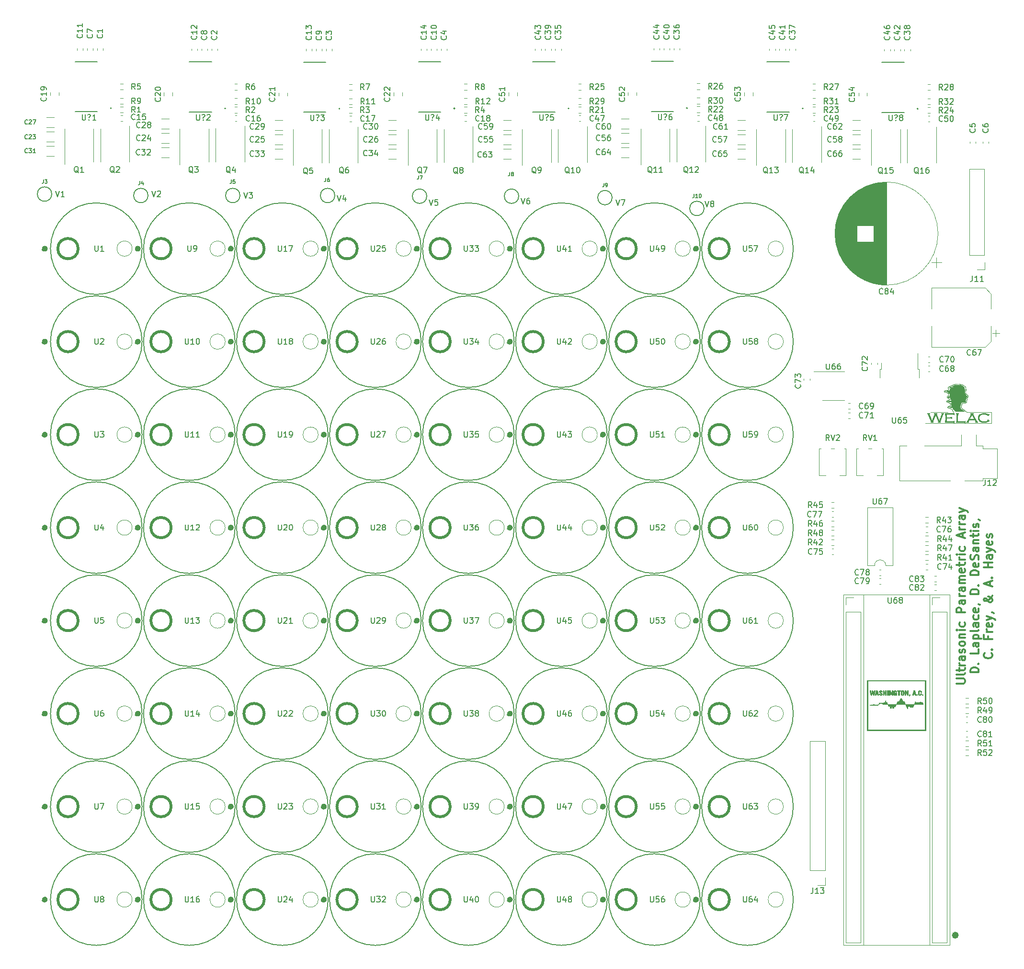
<source format=gbr>
%TF.GenerationSoftware,KiCad,Pcbnew,(6.0.2)*%
%TF.CreationDate,2022-03-01T14:51:48-05:00*%
%TF.ProjectId,SeniorDesign_FinalPCB_dal_power_complete,53656e69-6f72-4446-9573-69676e5f4669,rev?*%
%TF.SameCoordinates,Original*%
%TF.FileFunction,Legend,Top*%
%TF.FilePolarity,Positive*%
%FSLAX46Y46*%
G04 Gerber Fmt 4.6, Leading zero omitted, Abs format (unit mm)*
G04 Created by KiCad (PCBNEW (6.0.2)) date 2022-03-01 14:51:48*
%MOMM*%
%LPD*%
G01*
G04 APERTURE LIST*
%ADD10C,0.120000*%
%ADD11C,0.150000*%
%ADD12C,0.300000*%
%ADD13C,0.500000*%
%ADD14C,0.200000*%
%ADD15C,1.000000*%
%ADD16C,0.127000*%
%ADD17C,0.010000*%
%ADD18C,0.627961*%
G04 APERTURE END LIST*
D10*
X462243520Y-183398000D02*
X447003520Y-183398000D01*
X462243520Y-121422000D02*
X462243520Y-183398000D01*
X465799520Y-183398000D02*
X462243520Y-183398000D01*
X447003520Y-183398000D02*
X447003520Y-121422000D01*
X465799520Y-121422000D02*
X465799520Y-183398000D01*
X447003520Y-121422000D02*
X465799520Y-121422000D01*
X450559520Y-183398000D02*
X450559520Y-121422000D01*
D11*
X324818476Y-49998380D02*
X325151809Y-50998380D01*
X325485142Y-49998380D01*
X325770857Y-50093619D02*
X325818476Y-50046000D01*
X325913714Y-49998380D01*
X326151809Y-49998380D01*
X326247047Y-50046000D01*
X326294666Y-50093619D01*
X326342285Y-50188857D01*
X326342285Y-50284095D01*
X326294666Y-50426952D01*
X325723238Y-50998380D01*
X326342285Y-50998380D01*
X373840476Y-51522380D02*
X374173809Y-52522380D01*
X374507142Y-51522380D01*
X375316666Y-51522380D02*
X374840476Y-51522380D01*
X374792857Y-51998571D01*
X374840476Y-51950952D01*
X374935714Y-51903333D01*
X375173809Y-51903333D01*
X375269047Y-51950952D01*
X375316666Y-51998571D01*
X375364285Y-52093809D01*
X375364285Y-52331904D01*
X375316666Y-52427142D01*
X375269047Y-52474761D01*
X375173809Y-52522380D01*
X374935714Y-52522380D01*
X374840476Y-52474761D01*
X374792857Y-52427142D01*
X390096476Y-51268380D02*
X390429809Y-52268380D01*
X390763142Y-51268380D01*
X391525047Y-51268380D02*
X391334571Y-51268380D01*
X391239333Y-51316000D01*
X391191714Y-51363619D01*
X391096476Y-51506476D01*
X391048857Y-51696952D01*
X391048857Y-52077904D01*
X391096476Y-52173142D01*
X391144095Y-52220761D01*
X391239333Y-52268380D01*
X391429809Y-52268380D01*
X391525047Y-52220761D01*
X391572666Y-52173142D01*
X391620285Y-52077904D01*
X391620285Y-51839809D01*
X391572666Y-51744571D01*
X391525047Y-51696952D01*
X391429809Y-51649333D01*
X391239333Y-51649333D01*
X391144095Y-51696952D01*
X391096476Y-51744571D01*
X391048857Y-51839809D01*
X357584476Y-50760380D02*
X357917809Y-51760380D01*
X358251142Y-50760380D01*
X359013047Y-51093714D02*
X359013047Y-51760380D01*
X358774952Y-50712761D02*
X358536857Y-51427047D01*
X359155904Y-51427047D01*
X307800476Y-49998380D02*
X308133809Y-50998380D01*
X308467142Y-49998380D01*
X309324285Y-50998380D02*
X308752857Y-50998380D01*
X309038571Y-50998380D02*
X309038571Y-49998380D01*
X308943333Y-50141238D01*
X308848095Y-50236476D01*
X308752857Y-50284095D01*
D12*
X467044571Y-137094571D02*
X468258857Y-137094571D01*
X468401714Y-137023142D01*
X468473142Y-136951714D01*
X468544571Y-136808857D01*
X468544571Y-136523142D01*
X468473142Y-136380285D01*
X468401714Y-136308857D01*
X468258857Y-136237428D01*
X467044571Y-136237428D01*
X468544571Y-135308857D02*
X468473142Y-135451714D01*
X468330285Y-135523142D01*
X467044571Y-135523142D01*
X467544571Y-134951714D02*
X467544571Y-134380285D01*
X467044571Y-134737428D02*
X468330285Y-134737428D01*
X468473142Y-134666000D01*
X468544571Y-134523142D01*
X468544571Y-134380285D01*
X468544571Y-133880285D02*
X467544571Y-133880285D01*
X467830285Y-133880285D02*
X467687428Y-133808857D01*
X467616000Y-133737428D01*
X467544571Y-133594571D01*
X467544571Y-133451714D01*
X468544571Y-132308857D02*
X467758857Y-132308857D01*
X467616000Y-132380285D01*
X467544571Y-132523142D01*
X467544571Y-132808857D01*
X467616000Y-132951714D01*
X468473142Y-132308857D02*
X468544571Y-132451714D01*
X468544571Y-132808857D01*
X468473142Y-132951714D01*
X468330285Y-133023142D01*
X468187428Y-133023142D01*
X468044571Y-132951714D01*
X467973142Y-132808857D01*
X467973142Y-132451714D01*
X467901714Y-132308857D01*
X468473142Y-131666000D02*
X468544571Y-131523142D01*
X468544571Y-131237428D01*
X468473142Y-131094571D01*
X468330285Y-131023142D01*
X468258857Y-131023142D01*
X468116000Y-131094571D01*
X468044571Y-131237428D01*
X468044571Y-131451714D01*
X467973142Y-131594571D01*
X467830285Y-131666000D01*
X467758857Y-131666000D01*
X467616000Y-131594571D01*
X467544571Y-131451714D01*
X467544571Y-131237428D01*
X467616000Y-131094571D01*
X468544571Y-130166000D02*
X468473142Y-130308857D01*
X468401714Y-130380285D01*
X468258857Y-130451714D01*
X467830285Y-130451714D01*
X467687428Y-130380285D01*
X467616000Y-130308857D01*
X467544571Y-130166000D01*
X467544571Y-129951714D01*
X467616000Y-129808857D01*
X467687428Y-129737428D01*
X467830285Y-129666000D01*
X468258857Y-129666000D01*
X468401714Y-129737428D01*
X468473142Y-129808857D01*
X468544571Y-129951714D01*
X468544571Y-130166000D01*
X467544571Y-129023142D02*
X468544571Y-129023142D01*
X467687428Y-129023142D02*
X467616000Y-128951714D01*
X467544571Y-128808857D01*
X467544571Y-128594571D01*
X467616000Y-128451714D01*
X467758857Y-128380285D01*
X468544571Y-128380285D01*
X468544571Y-127666000D02*
X467544571Y-127666000D01*
X467044571Y-127666000D02*
X467116000Y-127737428D01*
X467187428Y-127666000D01*
X467116000Y-127594571D01*
X467044571Y-127666000D01*
X467187428Y-127666000D01*
X468473142Y-126308857D02*
X468544571Y-126451714D01*
X468544571Y-126737428D01*
X468473142Y-126880285D01*
X468401714Y-126951714D01*
X468258857Y-127023142D01*
X467830285Y-127023142D01*
X467687428Y-126951714D01*
X467616000Y-126880285D01*
X467544571Y-126737428D01*
X467544571Y-126451714D01*
X467616000Y-126308857D01*
X468544571Y-124523142D02*
X467044571Y-124523142D01*
X467044571Y-123951714D01*
X467116000Y-123808857D01*
X467187428Y-123737428D01*
X467330285Y-123666000D01*
X467544571Y-123666000D01*
X467687428Y-123737428D01*
X467758857Y-123808857D01*
X467830285Y-123951714D01*
X467830285Y-124523142D01*
X468544571Y-122380285D02*
X467758857Y-122380285D01*
X467616000Y-122451714D01*
X467544571Y-122594571D01*
X467544571Y-122880285D01*
X467616000Y-123023142D01*
X468473142Y-122380285D02*
X468544571Y-122523142D01*
X468544571Y-122880285D01*
X468473142Y-123023142D01*
X468330285Y-123094571D01*
X468187428Y-123094571D01*
X468044571Y-123023142D01*
X467973142Y-122880285D01*
X467973142Y-122523142D01*
X467901714Y-122380285D01*
X468544571Y-121666000D02*
X467544571Y-121666000D01*
X467830285Y-121666000D02*
X467687428Y-121594571D01*
X467616000Y-121523142D01*
X467544571Y-121380285D01*
X467544571Y-121237428D01*
X468544571Y-120094571D02*
X467758857Y-120094571D01*
X467616000Y-120166000D01*
X467544571Y-120308857D01*
X467544571Y-120594571D01*
X467616000Y-120737428D01*
X468473142Y-120094571D02*
X468544571Y-120237428D01*
X468544571Y-120594571D01*
X468473142Y-120737428D01*
X468330285Y-120808857D01*
X468187428Y-120808857D01*
X468044571Y-120737428D01*
X467973142Y-120594571D01*
X467973142Y-120237428D01*
X467901714Y-120094571D01*
X468544571Y-119380285D02*
X467544571Y-119380285D01*
X467687428Y-119380285D02*
X467616000Y-119308857D01*
X467544571Y-119166000D01*
X467544571Y-118951714D01*
X467616000Y-118808857D01*
X467758857Y-118737428D01*
X468544571Y-118737428D01*
X467758857Y-118737428D02*
X467616000Y-118666000D01*
X467544571Y-118523142D01*
X467544571Y-118308857D01*
X467616000Y-118166000D01*
X467758857Y-118094571D01*
X468544571Y-118094571D01*
X468473142Y-116808857D02*
X468544571Y-116951714D01*
X468544571Y-117237428D01*
X468473142Y-117380285D01*
X468330285Y-117451714D01*
X467758857Y-117451714D01*
X467616000Y-117380285D01*
X467544571Y-117237428D01*
X467544571Y-116951714D01*
X467616000Y-116808857D01*
X467758857Y-116737428D01*
X467901714Y-116737428D01*
X468044571Y-117451714D01*
X467544571Y-116308857D02*
X467544571Y-115737428D01*
X467044571Y-116094571D02*
X468330285Y-116094571D01*
X468473142Y-116023142D01*
X468544571Y-115880285D01*
X468544571Y-115737428D01*
X468544571Y-115237428D02*
X467544571Y-115237428D01*
X467830285Y-115237428D02*
X467687428Y-115166000D01*
X467616000Y-115094571D01*
X467544571Y-114951714D01*
X467544571Y-114808857D01*
X468544571Y-114308857D02*
X467544571Y-114308857D01*
X467044571Y-114308857D02*
X467116000Y-114380285D01*
X467187428Y-114308857D01*
X467116000Y-114237428D01*
X467044571Y-114308857D01*
X467187428Y-114308857D01*
X468473142Y-112951714D02*
X468544571Y-113094571D01*
X468544571Y-113380285D01*
X468473142Y-113523142D01*
X468401714Y-113594571D01*
X468258857Y-113666000D01*
X467830285Y-113666000D01*
X467687428Y-113594571D01*
X467616000Y-113523142D01*
X467544571Y-113380285D01*
X467544571Y-113094571D01*
X467616000Y-112951714D01*
X468116000Y-111237428D02*
X468116000Y-110523142D01*
X468544571Y-111380285D02*
X467044571Y-110880285D01*
X468544571Y-110380285D01*
X468544571Y-109880285D02*
X467544571Y-109880285D01*
X467830285Y-109880285D02*
X467687428Y-109808857D01*
X467616000Y-109737428D01*
X467544571Y-109594571D01*
X467544571Y-109451714D01*
X468544571Y-108951714D02*
X467544571Y-108951714D01*
X467830285Y-108951714D02*
X467687428Y-108880285D01*
X467616000Y-108808857D01*
X467544571Y-108666000D01*
X467544571Y-108523142D01*
X468544571Y-107380285D02*
X467758857Y-107380285D01*
X467616000Y-107451714D01*
X467544571Y-107594571D01*
X467544571Y-107880285D01*
X467616000Y-108023142D01*
X468473142Y-107380285D02*
X468544571Y-107523142D01*
X468544571Y-107880285D01*
X468473142Y-108023142D01*
X468330285Y-108094571D01*
X468187428Y-108094571D01*
X468044571Y-108023142D01*
X467973142Y-107880285D01*
X467973142Y-107523142D01*
X467901714Y-107380285D01*
X467544571Y-106808857D02*
X468544571Y-106451714D01*
X467544571Y-106094571D02*
X468544571Y-106451714D01*
X468901714Y-106594571D01*
X468973142Y-106666000D01*
X469044571Y-106808857D01*
X470959571Y-135130285D02*
X469459571Y-135130285D01*
X469459571Y-134773142D01*
X469531000Y-134558857D01*
X469673857Y-134416000D01*
X469816714Y-134344571D01*
X470102428Y-134273142D01*
X470316714Y-134273142D01*
X470602428Y-134344571D01*
X470745285Y-134416000D01*
X470888142Y-134558857D01*
X470959571Y-134773142D01*
X470959571Y-135130285D01*
X470816714Y-133630285D02*
X470888142Y-133558857D01*
X470959571Y-133630285D01*
X470888142Y-133701714D01*
X470816714Y-133630285D01*
X470959571Y-133630285D01*
X470959571Y-131058857D02*
X470959571Y-131773142D01*
X469459571Y-131773142D01*
X470959571Y-129916000D02*
X470173857Y-129916000D01*
X470031000Y-129987428D01*
X469959571Y-130130285D01*
X469959571Y-130416000D01*
X470031000Y-130558857D01*
X470888142Y-129916000D02*
X470959571Y-130058857D01*
X470959571Y-130416000D01*
X470888142Y-130558857D01*
X470745285Y-130630285D01*
X470602428Y-130630285D01*
X470459571Y-130558857D01*
X470388142Y-130416000D01*
X470388142Y-130058857D01*
X470316714Y-129916000D01*
X469959571Y-129201714D02*
X471459571Y-129201714D01*
X470031000Y-129201714D02*
X469959571Y-129058857D01*
X469959571Y-128773142D01*
X470031000Y-128630285D01*
X470102428Y-128558857D01*
X470245285Y-128487428D01*
X470673857Y-128487428D01*
X470816714Y-128558857D01*
X470888142Y-128630285D01*
X470959571Y-128773142D01*
X470959571Y-129058857D01*
X470888142Y-129201714D01*
X470959571Y-127630285D02*
X470888142Y-127773142D01*
X470745285Y-127844571D01*
X469459571Y-127844571D01*
X470959571Y-126416000D02*
X470173857Y-126416000D01*
X470031000Y-126487428D01*
X469959571Y-126630285D01*
X469959571Y-126916000D01*
X470031000Y-127058857D01*
X470888142Y-126416000D02*
X470959571Y-126558857D01*
X470959571Y-126916000D01*
X470888142Y-127058857D01*
X470745285Y-127130285D01*
X470602428Y-127130285D01*
X470459571Y-127058857D01*
X470388142Y-126916000D01*
X470388142Y-126558857D01*
X470316714Y-126416000D01*
X470888142Y-125058857D02*
X470959571Y-125201714D01*
X470959571Y-125487428D01*
X470888142Y-125630285D01*
X470816714Y-125701714D01*
X470673857Y-125773142D01*
X470245285Y-125773142D01*
X470102428Y-125701714D01*
X470031000Y-125630285D01*
X469959571Y-125487428D01*
X469959571Y-125201714D01*
X470031000Y-125058857D01*
X470888142Y-123844571D02*
X470959571Y-123987428D01*
X470959571Y-124273142D01*
X470888142Y-124416000D01*
X470745285Y-124487428D01*
X470173857Y-124487428D01*
X470031000Y-124416000D01*
X469959571Y-124273142D01*
X469959571Y-123987428D01*
X470031000Y-123844571D01*
X470173857Y-123773142D01*
X470316714Y-123773142D01*
X470459571Y-124487428D01*
X470888142Y-123058857D02*
X470959571Y-123058857D01*
X471102428Y-123130285D01*
X471173857Y-123201714D01*
X470959571Y-121273142D02*
X469459571Y-121273142D01*
X469459571Y-120916000D01*
X469531000Y-120701714D01*
X469673857Y-120558857D01*
X469816714Y-120487428D01*
X470102428Y-120416000D01*
X470316714Y-120416000D01*
X470602428Y-120487428D01*
X470745285Y-120558857D01*
X470888142Y-120701714D01*
X470959571Y-120916000D01*
X470959571Y-121273142D01*
X470816714Y-119773142D02*
X470888142Y-119701714D01*
X470959571Y-119773142D01*
X470888142Y-119844571D01*
X470816714Y-119773142D01*
X470959571Y-119773142D01*
X470959571Y-117916000D02*
X469459571Y-117916000D01*
X469459571Y-117558857D01*
X469531000Y-117344571D01*
X469673857Y-117201714D01*
X469816714Y-117130285D01*
X470102428Y-117058857D01*
X470316714Y-117058857D01*
X470602428Y-117130285D01*
X470745285Y-117201714D01*
X470888142Y-117344571D01*
X470959571Y-117558857D01*
X470959571Y-117916000D01*
X470888142Y-115844571D02*
X470959571Y-115987428D01*
X470959571Y-116273142D01*
X470888142Y-116416000D01*
X470745285Y-116487428D01*
X470173857Y-116487428D01*
X470031000Y-116416000D01*
X469959571Y-116273142D01*
X469959571Y-115987428D01*
X470031000Y-115844571D01*
X470173857Y-115773142D01*
X470316714Y-115773142D01*
X470459571Y-116487428D01*
X470888142Y-115201714D02*
X470959571Y-114987428D01*
X470959571Y-114630285D01*
X470888142Y-114487428D01*
X470816714Y-114416000D01*
X470673857Y-114344571D01*
X470531000Y-114344571D01*
X470388142Y-114416000D01*
X470316714Y-114487428D01*
X470245285Y-114630285D01*
X470173857Y-114916000D01*
X470102428Y-115058857D01*
X470031000Y-115130285D01*
X469888142Y-115201714D01*
X469745285Y-115201714D01*
X469602428Y-115130285D01*
X469531000Y-115058857D01*
X469459571Y-114916000D01*
X469459571Y-114558857D01*
X469531000Y-114344571D01*
X470959571Y-113058857D02*
X470173857Y-113058857D01*
X470031000Y-113130285D01*
X469959571Y-113273142D01*
X469959571Y-113558857D01*
X470031000Y-113701714D01*
X470888142Y-113058857D02*
X470959571Y-113201714D01*
X470959571Y-113558857D01*
X470888142Y-113701714D01*
X470745285Y-113773142D01*
X470602428Y-113773142D01*
X470459571Y-113701714D01*
X470388142Y-113558857D01*
X470388142Y-113201714D01*
X470316714Y-113058857D01*
X469959571Y-112344571D02*
X470959571Y-112344571D01*
X470102428Y-112344571D02*
X470031000Y-112273142D01*
X469959571Y-112130285D01*
X469959571Y-111916000D01*
X470031000Y-111773142D01*
X470173857Y-111701714D01*
X470959571Y-111701714D01*
X469959571Y-111201714D02*
X469959571Y-110630285D01*
X469459571Y-110987428D02*
X470745285Y-110987428D01*
X470888142Y-110916000D01*
X470959571Y-110773142D01*
X470959571Y-110630285D01*
X470959571Y-110130285D02*
X469959571Y-110130285D01*
X469459571Y-110130285D02*
X469531000Y-110201714D01*
X469602428Y-110130285D01*
X469531000Y-110058857D01*
X469459571Y-110130285D01*
X469602428Y-110130285D01*
X470888142Y-109487428D02*
X470959571Y-109344571D01*
X470959571Y-109058857D01*
X470888142Y-108916000D01*
X470745285Y-108844571D01*
X470673857Y-108844571D01*
X470531000Y-108916000D01*
X470459571Y-109058857D01*
X470459571Y-109273142D01*
X470388142Y-109416000D01*
X470245285Y-109487428D01*
X470173857Y-109487428D01*
X470031000Y-109416000D01*
X469959571Y-109273142D01*
X469959571Y-109058857D01*
X470031000Y-108916000D01*
X470888142Y-108130285D02*
X470959571Y-108130285D01*
X471102428Y-108201714D01*
X471173857Y-108273142D01*
X473231714Y-131737428D02*
X473303142Y-131808857D01*
X473374571Y-132023142D01*
X473374571Y-132166000D01*
X473303142Y-132380285D01*
X473160285Y-132523142D01*
X473017428Y-132594571D01*
X472731714Y-132666000D01*
X472517428Y-132666000D01*
X472231714Y-132594571D01*
X472088857Y-132523142D01*
X471946000Y-132380285D01*
X471874571Y-132166000D01*
X471874571Y-132023142D01*
X471946000Y-131808857D01*
X472017428Y-131737428D01*
X473231714Y-131094571D02*
X473303142Y-131023142D01*
X473374571Y-131094571D01*
X473303142Y-131166000D01*
X473231714Y-131094571D01*
X473374571Y-131094571D01*
X472588857Y-128737428D02*
X472588857Y-129237428D01*
X473374571Y-129237428D02*
X471874571Y-129237428D01*
X471874571Y-128523142D01*
X473374571Y-127951714D02*
X472374571Y-127951714D01*
X472660285Y-127951714D02*
X472517428Y-127880285D01*
X472446000Y-127808857D01*
X472374571Y-127666000D01*
X472374571Y-127523142D01*
X473303142Y-126451714D02*
X473374571Y-126594571D01*
X473374571Y-126880285D01*
X473303142Y-127023142D01*
X473160285Y-127094571D01*
X472588857Y-127094571D01*
X472446000Y-127023142D01*
X472374571Y-126880285D01*
X472374571Y-126594571D01*
X472446000Y-126451714D01*
X472588857Y-126380285D01*
X472731714Y-126380285D01*
X472874571Y-127094571D01*
X472374571Y-125880285D02*
X473374571Y-125523142D01*
X472374571Y-125166000D02*
X473374571Y-125523142D01*
X473731714Y-125666000D01*
X473803142Y-125737428D01*
X473874571Y-125880285D01*
X473303142Y-124523142D02*
X473374571Y-124523142D01*
X473517428Y-124594571D01*
X473588857Y-124666000D01*
X473374571Y-121523142D02*
X473374571Y-121594571D01*
X473303142Y-121737428D01*
X473088857Y-121951714D01*
X472660285Y-122308857D01*
X472446000Y-122451714D01*
X472231714Y-122523142D01*
X472088857Y-122523142D01*
X471946000Y-122451714D01*
X471874571Y-122308857D01*
X471874571Y-122237428D01*
X471946000Y-122094571D01*
X472088857Y-122023142D01*
X472160285Y-122023142D01*
X472303142Y-122094571D01*
X472374571Y-122166000D01*
X472660285Y-122594571D01*
X472731714Y-122666000D01*
X472874571Y-122737428D01*
X473088857Y-122737428D01*
X473231714Y-122666000D01*
X473303142Y-122594571D01*
X473374571Y-122451714D01*
X473374571Y-122237428D01*
X473303142Y-122094571D01*
X473231714Y-122023142D01*
X472946000Y-121808857D01*
X472731714Y-121737428D01*
X472588857Y-121737428D01*
X472946000Y-119808857D02*
X472946000Y-119094571D01*
X473374571Y-119951714D02*
X471874571Y-119451714D01*
X473374571Y-118951714D01*
X473231714Y-118451714D02*
X473303142Y-118380285D01*
X473374571Y-118451714D01*
X473303142Y-118523142D01*
X473231714Y-118451714D01*
X473374571Y-118451714D01*
X473374571Y-116594571D02*
X471874571Y-116594571D01*
X472588857Y-116594571D02*
X472588857Y-115737428D01*
X473374571Y-115737428D02*
X471874571Y-115737428D01*
X473374571Y-114380285D02*
X472588857Y-114380285D01*
X472446000Y-114451714D01*
X472374571Y-114594571D01*
X472374571Y-114880285D01*
X472446000Y-115023142D01*
X473303142Y-114380285D02*
X473374571Y-114523142D01*
X473374571Y-114880285D01*
X473303142Y-115023142D01*
X473160285Y-115094571D01*
X473017428Y-115094571D01*
X472874571Y-115023142D01*
X472803142Y-114880285D01*
X472803142Y-114523142D01*
X472731714Y-114380285D01*
X472374571Y-113808857D02*
X473374571Y-113451714D01*
X472374571Y-113094571D02*
X473374571Y-113451714D01*
X473731714Y-113594571D01*
X473803142Y-113666000D01*
X473874571Y-113808857D01*
X473303142Y-111951714D02*
X473374571Y-112094571D01*
X473374571Y-112380285D01*
X473303142Y-112523142D01*
X473160285Y-112594571D01*
X472588857Y-112594571D01*
X472446000Y-112523142D01*
X472374571Y-112380285D01*
X472374571Y-112094571D01*
X472446000Y-111951714D01*
X472588857Y-111880285D01*
X472731714Y-111880285D01*
X472874571Y-112594571D01*
X473303142Y-111308857D02*
X473374571Y-111166000D01*
X473374571Y-110880285D01*
X473303142Y-110737428D01*
X473160285Y-110666000D01*
X473088857Y-110666000D01*
X472946000Y-110737428D01*
X472874571Y-110880285D01*
X472874571Y-111094571D01*
X472803142Y-111237428D01*
X472660285Y-111308857D01*
X472588857Y-111308857D01*
X472446000Y-111237428D01*
X472374571Y-111094571D01*
X472374571Y-110880285D01*
X472446000Y-110737428D01*
D11*
X406860476Y-51522380D02*
X407193809Y-52522380D01*
X407527142Y-51522380D01*
X407765238Y-51522380D02*
X408431904Y-51522380D01*
X408003333Y-52522380D01*
X422608476Y-51776380D02*
X422941809Y-52776380D01*
X423275142Y-51776380D01*
X423751333Y-52204952D02*
X423656095Y-52157333D01*
X423608476Y-52109714D01*
X423560857Y-52014476D01*
X423560857Y-51966857D01*
X423608476Y-51871619D01*
X423656095Y-51824000D01*
X423751333Y-51776380D01*
X423941809Y-51776380D01*
X424037047Y-51824000D01*
X424084666Y-51871619D01*
X424132285Y-51966857D01*
X424132285Y-52014476D01*
X424084666Y-52109714D01*
X424037047Y-52157333D01*
X423941809Y-52204952D01*
X423751333Y-52204952D01*
X423656095Y-52252571D01*
X423608476Y-52300190D01*
X423560857Y-52395428D01*
X423560857Y-52585904D01*
X423608476Y-52681142D01*
X423656095Y-52728761D01*
X423751333Y-52776380D01*
X423941809Y-52776380D01*
X424037047Y-52728761D01*
X424084666Y-52681142D01*
X424132285Y-52585904D01*
X424132285Y-52395428D01*
X424084666Y-52300190D01*
X424037047Y-52252571D01*
X423941809Y-52204952D01*
X341074476Y-50252380D02*
X341407809Y-51252380D01*
X341741142Y-50252380D01*
X341979238Y-50252380D02*
X342598285Y-50252380D01*
X342264952Y-50633333D01*
X342407809Y-50633333D01*
X342503047Y-50680952D01*
X342550666Y-50728571D01*
X342598285Y-50823809D01*
X342598285Y-51061904D01*
X342550666Y-51157142D01*
X342503047Y-51204761D01*
X342407809Y-51252380D01*
X342122095Y-51252380D01*
X342026857Y-51204761D01*
X341979238Y-51157142D01*
%TO.C,U14*%
X330674904Y-141877380D02*
X330674904Y-142686904D01*
X330722523Y-142782142D01*
X330770142Y-142829761D01*
X330865380Y-142877380D01*
X331055857Y-142877380D01*
X331151095Y-142829761D01*
X331198714Y-142782142D01*
X331246333Y-142686904D01*
X331246333Y-141877380D01*
X332246333Y-142877380D02*
X331674904Y-142877380D01*
X331960619Y-142877380D02*
X331960619Y-141877380D01*
X331865380Y-142020238D01*
X331770142Y-142115476D01*
X331674904Y-142163095D01*
X333103476Y-142210714D02*
X333103476Y-142877380D01*
X332865380Y-141829761D02*
X332627285Y-142544047D01*
X333246333Y-142544047D01*
%TO.C,U15*%
X330674904Y-158322380D02*
X330674904Y-159131904D01*
X330722523Y-159227142D01*
X330770142Y-159274761D01*
X330865380Y-159322380D01*
X331055857Y-159322380D01*
X331151095Y-159274761D01*
X331198714Y-159227142D01*
X331246333Y-159131904D01*
X331246333Y-158322380D01*
X332246333Y-159322380D02*
X331674904Y-159322380D01*
X331960619Y-159322380D02*
X331960619Y-158322380D01*
X331865380Y-158465238D01*
X331770142Y-158560476D01*
X331674904Y-158608095D01*
X333151095Y-158322380D02*
X332674904Y-158322380D01*
X332627285Y-158798571D01*
X332674904Y-158750952D01*
X332770142Y-158703333D01*
X333008238Y-158703333D01*
X333103476Y-158750952D01*
X333151095Y-158798571D01*
X333198714Y-158893809D01*
X333198714Y-159131904D01*
X333151095Y-159227142D01*
X333103476Y-159274761D01*
X333008238Y-159322380D01*
X332770142Y-159322380D01*
X332674904Y-159274761D01*
X332627285Y-159227142D01*
%TO.C,U16*%
X330674904Y-174767380D02*
X330674904Y-175576904D01*
X330722523Y-175672142D01*
X330770142Y-175719761D01*
X330865380Y-175767380D01*
X331055857Y-175767380D01*
X331151095Y-175719761D01*
X331198714Y-175672142D01*
X331246333Y-175576904D01*
X331246333Y-174767380D01*
X332246333Y-175767380D02*
X331674904Y-175767380D01*
X331960619Y-175767380D02*
X331960619Y-174767380D01*
X331865380Y-174910238D01*
X331770142Y-175005476D01*
X331674904Y-175053095D01*
X333103476Y-174767380D02*
X332913000Y-174767380D01*
X332817761Y-174815000D01*
X332770142Y-174862619D01*
X332674904Y-175005476D01*
X332627285Y-175195952D01*
X332627285Y-175576904D01*
X332674904Y-175672142D01*
X332722523Y-175719761D01*
X332817761Y-175767380D01*
X333008238Y-175767380D01*
X333103476Y-175719761D01*
X333151095Y-175672142D01*
X333198714Y-175576904D01*
X333198714Y-175338809D01*
X333151095Y-175243571D01*
X333103476Y-175195952D01*
X333008238Y-175148333D01*
X332817761Y-175148333D01*
X332722523Y-175195952D01*
X332674904Y-175243571D01*
X332627285Y-175338809D01*
%TO.C,U17*%
X347119904Y-59652380D02*
X347119904Y-60461904D01*
X347167523Y-60557142D01*
X347215142Y-60604761D01*
X347310380Y-60652380D01*
X347500857Y-60652380D01*
X347596095Y-60604761D01*
X347643714Y-60557142D01*
X347691333Y-60461904D01*
X347691333Y-59652380D01*
X348691333Y-60652380D02*
X348119904Y-60652380D01*
X348405619Y-60652380D02*
X348405619Y-59652380D01*
X348310380Y-59795238D01*
X348215142Y-59890476D01*
X348119904Y-59938095D01*
X349024666Y-59652380D02*
X349691333Y-59652380D01*
X349262761Y-60652380D01*
%TO.C,U18*%
X347119904Y-76097380D02*
X347119904Y-76906904D01*
X347167523Y-77002142D01*
X347215142Y-77049761D01*
X347310380Y-77097380D01*
X347500857Y-77097380D01*
X347596095Y-77049761D01*
X347643714Y-77002142D01*
X347691333Y-76906904D01*
X347691333Y-76097380D01*
X348691333Y-77097380D02*
X348119904Y-77097380D01*
X348405619Y-77097380D02*
X348405619Y-76097380D01*
X348310380Y-76240238D01*
X348215142Y-76335476D01*
X348119904Y-76383095D01*
X349262761Y-76525952D02*
X349167523Y-76478333D01*
X349119904Y-76430714D01*
X349072285Y-76335476D01*
X349072285Y-76287857D01*
X349119904Y-76192619D01*
X349167523Y-76145000D01*
X349262761Y-76097380D01*
X349453238Y-76097380D01*
X349548476Y-76145000D01*
X349596095Y-76192619D01*
X349643714Y-76287857D01*
X349643714Y-76335476D01*
X349596095Y-76430714D01*
X349548476Y-76478333D01*
X349453238Y-76525952D01*
X349262761Y-76525952D01*
X349167523Y-76573571D01*
X349119904Y-76621190D01*
X349072285Y-76716428D01*
X349072285Y-76906904D01*
X349119904Y-77002142D01*
X349167523Y-77049761D01*
X349262761Y-77097380D01*
X349453238Y-77097380D01*
X349548476Y-77049761D01*
X349596095Y-77002142D01*
X349643714Y-76906904D01*
X349643714Y-76716428D01*
X349596095Y-76621190D01*
X349548476Y-76573571D01*
X349453238Y-76525952D01*
%TO.C,U19*%
X347119904Y-92542380D02*
X347119904Y-93351904D01*
X347167523Y-93447142D01*
X347215142Y-93494761D01*
X347310380Y-93542380D01*
X347500857Y-93542380D01*
X347596095Y-93494761D01*
X347643714Y-93447142D01*
X347691333Y-93351904D01*
X347691333Y-92542380D01*
X348691333Y-93542380D02*
X348119904Y-93542380D01*
X348405619Y-93542380D02*
X348405619Y-92542380D01*
X348310380Y-92685238D01*
X348215142Y-92780476D01*
X348119904Y-92828095D01*
X349167523Y-93542380D02*
X349358000Y-93542380D01*
X349453238Y-93494761D01*
X349500857Y-93447142D01*
X349596095Y-93304285D01*
X349643714Y-93113809D01*
X349643714Y-92732857D01*
X349596095Y-92637619D01*
X349548476Y-92590000D01*
X349453238Y-92542380D01*
X349262761Y-92542380D01*
X349167523Y-92590000D01*
X349119904Y-92637619D01*
X349072285Y-92732857D01*
X349072285Y-92970952D01*
X349119904Y-93066190D01*
X349167523Y-93113809D01*
X349262761Y-93161428D01*
X349453238Y-93161428D01*
X349548476Y-93113809D01*
X349596095Y-93066190D01*
X349643714Y-92970952D01*
%TO.C,U20*%
X347119904Y-108987380D02*
X347119904Y-109796904D01*
X347167523Y-109892142D01*
X347215142Y-109939761D01*
X347310380Y-109987380D01*
X347500857Y-109987380D01*
X347596095Y-109939761D01*
X347643714Y-109892142D01*
X347691333Y-109796904D01*
X347691333Y-108987380D01*
X348119904Y-109082619D02*
X348167523Y-109035000D01*
X348262761Y-108987380D01*
X348500857Y-108987380D01*
X348596095Y-109035000D01*
X348643714Y-109082619D01*
X348691333Y-109177857D01*
X348691333Y-109273095D01*
X348643714Y-109415952D01*
X348072285Y-109987380D01*
X348691333Y-109987380D01*
X349310380Y-108987380D02*
X349405619Y-108987380D01*
X349500857Y-109035000D01*
X349548476Y-109082619D01*
X349596095Y-109177857D01*
X349643714Y-109368333D01*
X349643714Y-109606428D01*
X349596095Y-109796904D01*
X349548476Y-109892142D01*
X349500857Y-109939761D01*
X349405619Y-109987380D01*
X349310380Y-109987380D01*
X349215142Y-109939761D01*
X349167523Y-109892142D01*
X349119904Y-109796904D01*
X349072285Y-109606428D01*
X349072285Y-109368333D01*
X349119904Y-109177857D01*
X349167523Y-109082619D01*
X349215142Y-109035000D01*
X349310380Y-108987380D01*
%TO.C,U21*%
X347119904Y-125432380D02*
X347119904Y-126241904D01*
X347167523Y-126337142D01*
X347215142Y-126384761D01*
X347310380Y-126432380D01*
X347500857Y-126432380D01*
X347596095Y-126384761D01*
X347643714Y-126337142D01*
X347691333Y-126241904D01*
X347691333Y-125432380D01*
X348119904Y-125527619D02*
X348167523Y-125480000D01*
X348262761Y-125432380D01*
X348500857Y-125432380D01*
X348596095Y-125480000D01*
X348643714Y-125527619D01*
X348691333Y-125622857D01*
X348691333Y-125718095D01*
X348643714Y-125860952D01*
X348072285Y-126432380D01*
X348691333Y-126432380D01*
X349643714Y-126432380D02*
X349072285Y-126432380D01*
X349358000Y-126432380D02*
X349358000Y-125432380D01*
X349262761Y-125575238D01*
X349167523Y-125670476D01*
X349072285Y-125718095D01*
%TO.C,U22*%
X347119904Y-141877380D02*
X347119904Y-142686904D01*
X347167523Y-142782142D01*
X347215142Y-142829761D01*
X347310380Y-142877380D01*
X347500857Y-142877380D01*
X347596095Y-142829761D01*
X347643714Y-142782142D01*
X347691333Y-142686904D01*
X347691333Y-141877380D01*
X348119904Y-141972619D02*
X348167523Y-141925000D01*
X348262761Y-141877380D01*
X348500857Y-141877380D01*
X348596095Y-141925000D01*
X348643714Y-141972619D01*
X348691333Y-142067857D01*
X348691333Y-142163095D01*
X348643714Y-142305952D01*
X348072285Y-142877380D01*
X348691333Y-142877380D01*
X349072285Y-141972619D02*
X349119904Y-141925000D01*
X349215142Y-141877380D01*
X349453238Y-141877380D01*
X349548476Y-141925000D01*
X349596095Y-141972619D01*
X349643714Y-142067857D01*
X349643714Y-142163095D01*
X349596095Y-142305952D01*
X349024666Y-142877380D01*
X349643714Y-142877380D01*
%TO.C,U23*%
X347119904Y-158322380D02*
X347119904Y-159131904D01*
X347167523Y-159227142D01*
X347215142Y-159274761D01*
X347310380Y-159322380D01*
X347500857Y-159322380D01*
X347596095Y-159274761D01*
X347643714Y-159227142D01*
X347691333Y-159131904D01*
X347691333Y-158322380D01*
X348119904Y-158417619D02*
X348167523Y-158370000D01*
X348262761Y-158322380D01*
X348500857Y-158322380D01*
X348596095Y-158370000D01*
X348643714Y-158417619D01*
X348691333Y-158512857D01*
X348691333Y-158608095D01*
X348643714Y-158750952D01*
X348072285Y-159322380D01*
X348691333Y-159322380D01*
X349024666Y-158322380D02*
X349643714Y-158322380D01*
X349310380Y-158703333D01*
X349453238Y-158703333D01*
X349548476Y-158750952D01*
X349596095Y-158798571D01*
X349643714Y-158893809D01*
X349643714Y-159131904D01*
X349596095Y-159227142D01*
X349548476Y-159274761D01*
X349453238Y-159322380D01*
X349167523Y-159322380D01*
X349072285Y-159274761D01*
X349024666Y-159227142D01*
%TO.C,U24*%
X347119904Y-174767380D02*
X347119904Y-175576904D01*
X347167523Y-175672142D01*
X347215142Y-175719761D01*
X347310380Y-175767380D01*
X347500857Y-175767380D01*
X347596095Y-175719761D01*
X347643714Y-175672142D01*
X347691333Y-175576904D01*
X347691333Y-174767380D01*
X348119904Y-174862619D02*
X348167523Y-174815000D01*
X348262761Y-174767380D01*
X348500857Y-174767380D01*
X348596095Y-174815000D01*
X348643714Y-174862619D01*
X348691333Y-174957857D01*
X348691333Y-175053095D01*
X348643714Y-175195952D01*
X348072285Y-175767380D01*
X348691333Y-175767380D01*
X349548476Y-175100714D02*
X349548476Y-175767380D01*
X349310380Y-174719761D02*
X349072285Y-175434047D01*
X349691333Y-175434047D01*
%TO.C,U25*%
X363564904Y-59652380D02*
X363564904Y-60461904D01*
X363612523Y-60557142D01*
X363660142Y-60604761D01*
X363755380Y-60652380D01*
X363945857Y-60652380D01*
X364041095Y-60604761D01*
X364088714Y-60557142D01*
X364136333Y-60461904D01*
X364136333Y-59652380D01*
X364564904Y-59747619D02*
X364612523Y-59700000D01*
X364707761Y-59652380D01*
X364945857Y-59652380D01*
X365041095Y-59700000D01*
X365088714Y-59747619D01*
X365136333Y-59842857D01*
X365136333Y-59938095D01*
X365088714Y-60080952D01*
X364517285Y-60652380D01*
X365136333Y-60652380D01*
X366041095Y-59652380D02*
X365564904Y-59652380D01*
X365517285Y-60128571D01*
X365564904Y-60080952D01*
X365660142Y-60033333D01*
X365898238Y-60033333D01*
X365993476Y-60080952D01*
X366041095Y-60128571D01*
X366088714Y-60223809D01*
X366088714Y-60461904D01*
X366041095Y-60557142D01*
X365993476Y-60604761D01*
X365898238Y-60652380D01*
X365660142Y-60652380D01*
X365564904Y-60604761D01*
X365517285Y-60557142D01*
%TO.C,U26*%
X363564904Y-76097380D02*
X363564904Y-76906904D01*
X363612523Y-77002142D01*
X363660142Y-77049761D01*
X363755380Y-77097380D01*
X363945857Y-77097380D01*
X364041095Y-77049761D01*
X364088714Y-77002142D01*
X364136333Y-76906904D01*
X364136333Y-76097380D01*
X364564904Y-76192619D02*
X364612523Y-76145000D01*
X364707761Y-76097380D01*
X364945857Y-76097380D01*
X365041095Y-76145000D01*
X365088714Y-76192619D01*
X365136333Y-76287857D01*
X365136333Y-76383095D01*
X365088714Y-76525952D01*
X364517285Y-77097380D01*
X365136333Y-77097380D01*
X365993476Y-76097380D02*
X365803000Y-76097380D01*
X365707761Y-76145000D01*
X365660142Y-76192619D01*
X365564904Y-76335476D01*
X365517285Y-76525952D01*
X365517285Y-76906904D01*
X365564904Y-77002142D01*
X365612523Y-77049761D01*
X365707761Y-77097380D01*
X365898238Y-77097380D01*
X365993476Y-77049761D01*
X366041095Y-77002142D01*
X366088714Y-76906904D01*
X366088714Y-76668809D01*
X366041095Y-76573571D01*
X365993476Y-76525952D01*
X365898238Y-76478333D01*
X365707761Y-76478333D01*
X365612523Y-76525952D01*
X365564904Y-76573571D01*
X365517285Y-76668809D01*
%TO.C,U27*%
X363564904Y-92542380D02*
X363564904Y-93351904D01*
X363612523Y-93447142D01*
X363660142Y-93494761D01*
X363755380Y-93542380D01*
X363945857Y-93542380D01*
X364041095Y-93494761D01*
X364088714Y-93447142D01*
X364136333Y-93351904D01*
X364136333Y-92542380D01*
X364564904Y-92637619D02*
X364612523Y-92590000D01*
X364707761Y-92542380D01*
X364945857Y-92542380D01*
X365041095Y-92590000D01*
X365088714Y-92637619D01*
X365136333Y-92732857D01*
X365136333Y-92828095D01*
X365088714Y-92970952D01*
X364517285Y-93542380D01*
X365136333Y-93542380D01*
X365469666Y-92542380D02*
X366136333Y-92542380D01*
X365707761Y-93542380D01*
%TO.C,U28*%
X363564904Y-108987380D02*
X363564904Y-109796904D01*
X363612523Y-109892142D01*
X363660142Y-109939761D01*
X363755380Y-109987380D01*
X363945857Y-109987380D01*
X364041095Y-109939761D01*
X364088714Y-109892142D01*
X364136333Y-109796904D01*
X364136333Y-108987380D01*
X364564904Y-109082619D02*
X364612523Y-109035000D01*
X364707761Y-108987380D01*
X364945857Y-108987380D01*
X365041095Y-109035000D01*
X365088714Y-109082619D01*
X365136333Y-109177857D01*
X365136333Y-109273095D01*
X365088714Y-109415952D01*
X364517285Y-109987380D01*
X365136333Y-109987380D01*
X365707761Y-109415952D02*
X365612523Y-109368333D01*
X365564904Y-109320714D01*
X365517285Y-109225476D01*
X365517285Y-109177857D01*
X365564904Y-109082619D01*
X365612523Y-109035000D01*
X365707761Y-108987380D01*
X365898238Y-108987380D01*
X365993476Y-109035000D01*
X366041095Y-109082619D01*
X366088714Y-109177857D01*
X366088714Y-109225476D01*
X366041095Y-109320714D01*
X365993476Y-109368333D01*
X365898238Y-109415952D01*
X365707761Y-109415952D01*
X365612523Y-109463571D01*
X365564904Y-109511190D01*
X365517285Y-109606428D01*
X365517285Y-109796904D01*
X365564904Y-109892142D01*
X365612523Y-109939761D01*
X365707761Y-109987380D01*
X365898238Y-109987380D01*
X365993476Y-109939761D01*
X366041095Y-109892142D01*
X366088714Y-109796904D01*
X366088714Y-109606428D01*
X366041095Y-109511190D01*
X365993476Y-109463571D01*
X365898238Y-109415952D01*
%TO.C,U29*%
X363564904Y-125432380D02*
X363564904Y-126241904D01*
X363612523Y-126337142D01*
X363660142Y-126384761D01*
X363755380Y-126432380D01*
X363945857Y-126432380D01*
X364041095Y-126384761D01*
X364088714Y-126337142D01*
X364136333Y-126241904D01*
X364136333Y-125432380D01*
X364564904Y-125527619D02*
X364612523Y-125480000D01*
X364707761Y-125432380D01*
X364945857Y-125432380D01*
X365041095Y-125480000D01*
X365088714Y-125527619D01*
X365136333Y-125622857D01*
X365136333Y-125718095D01*
X365088714Y-125860952D01*
X364517285Y-126432380D01*
X365136333Y-126432380D01*
X365612523Y-126432380D02*
X365803000Y-126432380D01*
X365898238Y-126384761D01*
X365945857Y-126337142D01*
X366041095Y-126194285D01*
X366088714Y-126003809D01*
X366088714Y-125622857D01*
X366041095Y-125527619D01*
X365993476Y-125480000D01*
X365898238Y-125432380D01*
X365707761Y-125432380D01*
X365612523Y-125480000D01*
X365564904Y-125527619D01*
X365517285Y-125622857D01*
X365517285Y-125860952D01*
X365564904Y-125956190D01*
X365612523Y-126003809D01*
X365707761Y-126051428D01*
X365898238Y-126051428D01*
X365993476Y-126003809D01*
X366041095Y-125956190D01*
X366088714Y-125860952D01*
%TO.C,U30*%
X363564904Y-141877380D02*
X363564904Y-142686904D01*
X363612523Y-142782142D01*
X363660142Y-142829761D01*
X363755380Y-142877380D01*
X363945857Y-142877380D01*
X364041095Y-142829761D01*
X364088714Y-142782142D01*
X364136333Y-142686904D01*
X364136333Y-141877380D01*
X364517285Y-141877380D02*
X365136333Y-141877380D01*
X364803000Y-142258333D01*
X364945857Y-142258333D01*
X365041095Y-142305952D01*
X365088714Y-142353571D01*
X365136333Y-142448809D01*
X365136333Y-142686904D01*
X365088714Y-142782142D01*
X365041095Y-142829761D01*
X364945857Y-142877380D01*
X364660142Y-142877380D01*
X364564904Y-142829761D01*
X364517285Y-142782142D01*
X365755380Y-141877380D02*
X365850619Y-141877380D01*
X365945857Y-141925000D01*
X365993476Y-141972619D01*
X366041095Y-142067857D01*
X366088714Y-142258333D01*
X366088714Y-142496428D01*
X366041095Y-142686904D01*
X365993476Y-142782142D01*
X365945857Y-142829761D01*
X365850619Y-142877380D01*
X365755380Y-142877380D01*
X365660142Y-142829761D01*
X365612523Y-142782142D01*
X365564904Y-142686904D01*
X365517285Y-142496428D01*
X365517285Y-142258333D01*
X365564904Y-142067857D01*
X365612523Y-141972619D01*
X365660142Y-141925000D01*
X365755380Y-141877380D01*
%TO.C,U31*%
X363564904Y-158322380D02*
X363564904Y-159131904D01*
X363612523Y-159227142D01*
X363660142Y-159274761D01*
X363755380Y-159322380D01*
X363945857Y-159322380D01*
X364041095Y-159274761D01*
X364088714Y-159227142D01*
X364136333Y-159131904D01*
X364136333Y-158322380D01*
X364517285Y-158322380D02*
X365136333Y-158322380D01*
X364803000Y-158703333D01*
X364945857Y-158703333D01*
X365041095Y-158750952D01*
X365088714Y-158798571D01*
X365136333Y-158893809D01*
X365136333Y-159131904D01*
X365088714Y-159227142D01*
X365041095Y-159274761D01*
X364945857Y-159322380D01*
X364660142Y-159322380D01*
X364564904Y-159274761D01*
X364517285Y-159227142D01*
X366088714Y-159322380D02*
X365517285Y-159322380D01*
X365803000Y-159322380D02*
X365803000Y-158322380D01*
X365707761Y-158465238D01*
X365612523Y-158560476D01*
X365517285Y-158608095D01*
%TO.C,U32*%
X363564904Y-174767380D02*
X363564904Y-175576904D01*
X363612523Y-175672142D01*
X363660142Y-175719761D01*
X363755380Y-175767380D01*
X363945857Y-175767380D01*
X364041095Y-175719761D01*
X364088714Y-175672142D01*
X364136333Y-175576904D01*
X364136333Y-174767380D01*
X364517285Y-174767380D02*
X365136333Y-174767380D01*
X364803000Y-175148333D01*
X364945857Y-175148333D01*
X365041095Y-175195952D01*
X365088714Y-175243571D01*
X365136333Y-175338809D01*
X365136333Y-175576904D01*
X365088714Y-175672142D01*
X365041095Y-175719761D01*
X364945857Y-175767380D01*
X364660142Y-175767380D01*
X364564904Y-175719761D01*
X364517285Y-175672142D01*
X365517285Y-174862619D02*
X365564904Y-174815000D01*
X365660142Y-174767380D01*
X365898238Y-174767380D01*
X365993476Y-174815000D01*
X366041095Y-174862619D01*
X366088714Y-174957857D01*
X366088714Y-175053095D01*
X366041095Y-175195952D01*
X365469666Y-175767380D01*
X366088714Y-175767380D01*
%TO.C,U33*%
X380009904Y-59652380D02*
X380009904Y-60461904D01*
X380057523Y-60557142D01*
X380105142Y-60604761D01*
X380200380Y-60652380D01*
X380390857Y-60652380D01*
X380486095Y-60604761D01*
X380533714Y-60557142D01*
X380581333Y-60461904D01*
X380581333Y-59652380D01*
X380962285Y-59652380D02*
X381581333Y-59652380D01*
X381248000Y-60033333D01*
X381390857Y-60033333D01*
X381486095Y-60080952D01*
X381533714Y-60128571D01*
X381581333Y-60223809D01*
X381581333Y-60461904D01*
X381533714Y-60557142D01*
X381486095Y-60604761D01*
X381390857Y-60652380D01*
X381105142Y-60652380D01*
X381009904Y-60604761D01*
X380962285Y-60557142D01*
X381914666Y-59652380D02*
X382533714Y-59652380D01*
X382200380Y-60033333D01*
X382343238Y-60033333D01*
X382438476Y-60080952D01*
X382486095Y-60128571D01*
X382533714Y-60223809D01*
X382533714Y-60461904D01*
X382486095Y-60557142D01*
X382438476Y-60604761D01*
X382343238Y-60652380D01*
X382057523Y-60652380D01*
X381962285Y-60604761D01*
X381914666Y-60557142D01*
%TO.C,U34*%
X380009904Y-76097380D02*
X380009904Y-76906904D01*
X380057523Y-77002142D01*
X380105142Y-77049761D01*
X380200380Y-77097380D01*
X380390857Y-77097380D01*
X380486095Y-77049761D01*
X380533714Y-77002142D01*
X380581333Y-76906904D01*
X380581333Y-76097380D01*
X380962285Y-76097380D02*
X381581333Y-76097380D01*
X381248000Y-76478333D01*
X381390857Y-76478333D01*
X381486095Y-76525952D01*
X381533714Y-76573571D01*
X381581333Y-76668809D01*
X381581333Y-76906904D01*
X381533714Y-77002142D01*
X381486095Y-77049761D01*
X381390857Y-77097380D01*
X381105142Y-77097380D01*
X381009904Y-77049761D01*
X380962285Y-77002142D01*
X382438476Y-76430714D02*
X382438476Y-77097380D01*
X382200380Y-76049761D02*
X381962285Y-76764047D01*
X382581333Y-76764047D01*
%TO.C,U35*%
X380009904Y-92542380D02*
X380009904Y-93351904D01*
X380057523Y-93447142D01*
X380105142Y-93494761D01*
X380200380Y-93542380D01*
X380390857Y-93542380D01*
X380486095Y-93494761D01*
X380533714Y-93447142D01*
X380581333Y-93351904D01*
X380581333Y-92542380D01*
X380962285Y-92542380D02*
X381581333Y-92542380D01*
X381248000Y-92923333D01*
X381390857Y-92923333D01*
X381486095Y-92970952D01*
X381533714Y-93018571D01*
X381581333Y-93113809D01*
X381581333Y-93351904D01*
X381533714Y-93447142D01*
X381486095Y-93494761D01*
X381390857Y-93542380D01*
X381105142Y-93542380D01*
X381009904Y-93494761D01*
X380962285Y-93447142D01*
X382486095Y-92542380D02*
X382009904Y-92542380D01*
X381962285Y-93018571D01*
X382009904Y-92970952D01*
X382105142Y-92923333D01*
X382343238Y-92923333D01*
X382438476Y-92970952D01*
X382486095Y-93018571D01*
X382533714Y-93113809D01*
X382533714Y-93351904D01*
X382486095Y-93447142D01*
X382438476Y-93494761D01*
X382343238Y-93542380D01*
X382105142Y-93542380D01*
X382009904Y-93494761D01*
X381962285Y-93447142D01*
%TO.C,U36*%
X380009904Y-108987380D02*
X380009904Y-109796904D01*
X380057523Y-109892142D01*
X380105142Y-109939761D01*
X380200380Y-109987380D01*
X380390857Y-109987380D01*
X380486095Y-109939761D01*
X380533714Y-109892142D01*
X380581333Y-109796904D01*
X380581333Y-108987380D01*
X380962285Y-108987380D02*
X381581333Y-108987380D01*
X381248000Y-109368333D01*
X381390857Y-109368333D01*
X381486095Y-109415952D01*
X381533714Y-109463571D01*
X381581333Y-109558809D01*
X381581333Y-109796904D01*
X381533714Y-109892142D01*
X381486095Y-109939761D01*
X381390857Y-109987380D01*
X381105142Y-109987380D01*
X381009904Y-109939761D01*
X380962285Y-109892142D01*
X382438476Y-108987380D02*
X382248000Y-108987380D01*
X382152761Y-109035000D01*
X382105142Y-109082619D01*
X382009904Y-109225476D01*
X381962285Y-109415952D01*
X381962285Y-109796904D01*
X382009904Y-109892142D01*
X382057523Y-109939761D01*
X382152761Y-109987380D01*
X382343238Y-109987380D01*
X382438476Y-109939761D01*
X382486095Y-109892142D01*
X382533714Y-109796904D01*
X382533714Y-109558809D01*
X382486095Y-109463571D01*
X382438476Y-109415952D01*
X382343238Y-109368333D01*
X382152761Y-109368333D01*
X382057523Y-109415952D01*
X382009904Y-109463571D01*
X381962285Y-109558809D01*
%TO.C,U37*%
X380009904Y-125432380D02*
X380009904Y-126241904D01*
X380057523Y-126337142D01*
X380105142Y-126384761D01*
X380200380Y-126432380D01*
X380390857Y-126432380D01*
X380486095Y-126384761D01*
X380533714Y-126337142D01*
X380581333Y-126241904D01*
X380581333Y-125432380D01*
X380962285Y-125432380D02*
X381581333Y-125432380D01*
X381248000Y-125813333D01*
X381390857Y-125813333D01*
X381486095Y-125860952D01*
X381533714Y-125908571D01*
X381581333Y-126003809D01*
X381581333Y-126241904D01*
X381533714Y-126337142D01*
X381486095Y-126384761D01*
X381390857Y-126432380D01*
X381105142Y-126432380D01*
X381009904Y-126384761D01*
X380962285Y-126337142D01*
X381914666Y-125432380D02*
X382581333Y-125432380D01*
X382152761Y-126432380D01*
%TO.C,U38*%
X380009904Y-141877380D02*
X380009904Y-142686904D01*
X380057523Y-142782142D01*
X380105142Y-142829761D01*
X380200380Y-142877380D01*
X380390857Y-142877380D01*
X380486095Y-142829761D01*
X380533714Y-142782142D01*
X380581333Y-142686904D01*
X380581333Y-141877380D01*
X380962285Y-141877380D02*
X381581333Y-141877380D01*
X381248000Y-142258333D01*
X381390857Y-142258333D01*
X381486095Y-142305952D01*
X381533714Y-142353571D01*
X381581333Y-142448809D01*
X381581333Y-142686904D01*
X381533714Y-142782142D01*
X381486095Y-142829761D01*
X381390857Y-142877380D01*
X381105142Y-142877380D01*
X381009904Y-142829761D01*
X380962285Y-142782142D01*
X382152761Y-142305952D02*
X382057523Y-142258333D01*
X382009904Y-142210714D01*
X381962285Y-142115476D01*
X381962285Y-142067857D01*
X382009904Y-141972619D01*
X382057523Y-141925000D01*
X382152761Y-141877380D01*
X382343238Y-141877380D01*
X382438476Y-141925000D01*
X382486095Y-141972619D01*
X382533714Y-142067857D01*
X382533714Y-142115476D01*
X382486095Y-142210714D01*
X382438476Y-142258333D01*
X382343238Y-142305952D01*
X382152761Y-142305952D01*
X382057523Y-142353571D01*
X382009904Y-142401190D01*
X381962285Y-142496428D01*
X381962285Y-142686904D01*
X382009904Y-142782142D01*
X382057523Y-142829761D01*
X382152761Y-142877380D01*
X382343238Y-142877380D01*
X382438476Y-142829761D01*
X382486095Y-142782142D01*
X382533714Y-142686904D01*
X382533714Y-142496428D01*
X382486095Y-142401190D01*
X382438476Y-142353571D01*
X382343238Y-142305952D01*
%TO.C,U39*%
X380009904Y-158322380D02*
X380009904Y-159131904D01*
X380057523Y-159227142D01*
X380105142Y-159274761D01*
X380200380Y-159322380D01*
X380390857Y-159322380D01*
X380486095Y-159274761D01*
X380533714Y-159227142D01*
X380581333Y-159131904D01*
X380581333Y-158322380D01*
X380962285Y-158322380D02*
X381581333Y-158322380D01*
X381248000Y-158703333D01*
X381390857Y-158703333D01*
X381486095Y-158750952D01*
X381533714Y-158798571D01*
X381581333Y-158893809D01*
X381581333Y-159131904D01*
X381533714Y-159227142D01*
X381486095Y-159274761D01*
X381390857Y-159322380D01*
X381105142Y-159322380D01*
X381009904Y-159274761D01*
X380962285Y-159227142D01*
X382057523Y-159322380D02*
X382248000Y-159322380D01*
X382343238Y-159274761D01*
X382390857Y-159227142D01*
X382486095Y-159084285D01*
X382533714Y-158893809D01*
X382533714Y-158512857D01*
X382486095Y-158417619D01*
X382438476Y-158370000D01*
X382343238Y-158322380D01*
X382152761Y-158322380D01*
X382057523Y-158370000D01*
X382009904Y-158417619D01*
X381962285Y-158512857D01*
X381962285Y-158750952D01*
X382009904Y-158846190D01*
X382057523Y-158893809D01*
X382152761Y-158941428D01*
X382343238Y-158941428D01*
X382438476Y-158893809D01*
X382486095Y-158846190D01*
X382533714Y-158750952D01*
%TO.C,U40*%
X380009904Y-174767380D02*
X380009904Y-175576904D01*
X380057523Y-175672142D01*
X380105142Y-175719761D01*
X380200380Y-175767380D01*
X380390857Y-175767380D01*
X380486095Y-175719761D01*
X380533714Y-175672142D01*
X380581333Y-175576904D01*
X380581333Y-174767380D01*
X381486095Y-175100714D02*
X381486095Y-175767380D01*
X381248000Y-174719761D02*
X381009904Y-175434047D01*
X381628952Y-175434047D01*
X382200380Y-174767380D02*
X382295619Y-174767380D01*
X382390857Y-174815000D01*
X382438476Y-174862619D01*
X382486095Y-174957857D01*
X382533714Y-175148333D01*
X382533714Y-175386428D01*
X382486095Y-175576904D01*
X382438476Y-175672142D01*
X382390857Y-175719761D01*
X382295619Y-175767380D01*
X382200380Y-175767380D01*
X382105142Y-175719761D01*
X382057523Y-175672142D01*
X382009904Y-175576904D01*
X381962285Y-175386428D01*
X381962285Y-175148333D01*
X382009904Y-174957857D01*
X382057523Y-174862619D01*
X382105142Y-174815000D01*
X382200380Y-174767380D01*
%TO.C,U41*%
X396454904Y-59652380D02*
X396454904Y-60461904D01*
X396502523Y-60557142D01*
X396550142Y-60604761D01*
X396645380Y-60652380D01*
X396835857Y-60652380D01*
X396931095Y-60604761D01*
X396978714Y-60557142D01*
X397026333Y-60461904D01*
X397026333Y-59652380D01*
X397931095Y-59985714D02*
X397931095Y-60652380D01*
X397693000Y-59604761D02*
X397454904Y-60319047D01*
X398073952Y-60319047D01*
X398978714Y-60652380D02*
X398407285Y-60652380D01*
X398693000Y-60652380D02*
X398693000Y-59652380D01*
X398597761Y-59795238D01*
X398502523Y-59890476D01*
X398407285Y-59938095D01*
%TO.C,U42*%
X396454904Y-76097380D02*
X396454904Y-76906904D01*
X396502523Y-77002142D01*
X396550142Y-77049761D01*
X396645380Y-77097380D01*
X396835857Y-77097380D01*
X396931095Y-77049761D01*
X396978714Y-77002142D01*
X397026333Y-76906904D01*
X397026333Y-76097380D01*
X397931095Y-76430714D02*
X397931095Y-77097380D01*
X397693000Y-76049761D02*
X397454904Y-76764047D01*
X398073952Y-76764047D01*
X398407285Y-76192619D02*
X398454904Y-76145000D01*
X398550142Y-76097380D01*
X398788238Y-76097380D01*
X398883476Y-76145000D01*
X398931095Y-76192619D01*
X398978714Y-76287857D01*
X398978714Y-76383095D01*
X398931095Y-76525952D01*
X398359666Y-77097380D01*
X398978714Y-77097380D01*
%TO.C,U43*%
X396454904Y-92542380D02*
X396454904Y-93351904D01*
X396502523Y-93447142D01*
X396550142Y-93494761D01*
X396645380Y-93542380D01*
X396835857Y-93542380D01*
X396931095Y-93494761D01*
X396978714Y-93447142D01*
X397026333Y-93351904D01*
X397026333Y-92542380D01*
X397931095Y-92875714D02*
X397931095Y-93542380D01*
X397693000Y-92494761D02*
X397454904Y-93209047D01*
X398073952Y-93209047D01*
X398359666Y-92542380D02*
X398978714Y-92542380D01*
X398645380Y-92923333D01*
X398788238Y-92923333D01*
X398883476Y-92970952D01*
X398931095Y-93018571D01*
X398978714Y-93113809D01*
X398978714Y-93351904D01*
X398931095Y-93447142D01*
X398883476Y-93494761D01*
X398788238Y-93542380D01*
X398502523Y-93542380D01*
X398407285Y-93494761D01*
X398359666Y-93447142D01*
%TO.C,U44*%
X396454904Y-108987380D02*
X396454904Y-109796904D01*
X396502523Y-109892142D01*
X396550142Y-109939761D01*
X396645380Y-109987380D01*
X396835857Y-109987380D01*
X396931095Y-109939761D01*
X396978714Y-109892142D01*
X397026333Y-109796904D01*
X397026333Y-108987380D01*
X397931095Y-109320714D02*
X397931095Y-109987380D01*
X397693000Y-108939761D02*
X397454904Y-109654047D01*
X398073952Y-109654047D01*
X398883476Y-109320714D02*
X398883476Y-109987380D01*
X398645380Y-108939761D02*
X398407285Y-109654047D01*
X399026333Y-109654047D01*
%TO.C,U45*%
X396454904Y-125432380D02*
X396454904Y-126241904D01*
X396502523Y-126337142D01*
X396550142Y-126384761D01*
X396645380Y-126432380D01*
X396835857Y-126432380D01*
X396931095Y-126384761D01*
X396978714Y-126337142D01*
X397026333Y-126241904D01*
X397026333Y-125432380D01*
X397931095Y-125765714D02*
X397931095Y-126432380D01*
X397693000Y-125384761D02*
X397454904Y-126099047D01*
X398073952Y-126099047D01*
X398931095Y-125432380D02*
X398454904Y-125432380D01*
X398407285Y-125908571D01*
X398454904Y-125860952D01*
X398550142Y-125813333D01*
X398788238Y-125813333D01*
X398883476Y-125860952D01*
X398931095Y-125908571D01*
X398978714Y-126003809D01*
X398978714Y-126241904D01*
X398931095Y-126337142D01*
X398883476Y-126384761D01*
X398788238Y-126432380D01*
X398550142Y-126432380D01*
X398454904Y-126384761D01*
X398407285Y-126337142D01*
%TO.C,U46*%
X396454904Y-141877380D02*
X396454904Y-142686904D01*
X396502523Y-142782142D01*
X396550142Y-142829761D01*
X396645380Y-142877380D01*
X396835857Y-142877380D01*
X396931095Y-142829761D01*
X396978714Y-142782142D01*
X397026333Y-142686904D01*
X397026333Y-141877380D01*
X397931095Y-142210714D02*
X397931095Y-142877380D01*
X397693000Y-141829761D02*
X397454904Y-142544047D01*
X398073952Y-142544047D01*
X398883476Y-141877380D02*
X398693000Y-141877380D01*
X398597761Y-141925000D01*
X398550142Y-141972619D01*
X398454904Y-142115476D01*
X398407285Y-142305952D01*
X398407285Y-142686904D01*
X398454904Y-142782142D01*
X398502523Y-142829761D01*
X398597761Y-142877380D01*
X398788238Y-142877380D01*
X398883476Y-142829761D01*
X398931095Y-142782142D01*
X398978714Y-142686904D01*
X398978714Y-142448809D01*
X398931095Y-142353571D01*
X398883476Y-142305952D01*
X398788238Y-142258333D01*
X398597761Y-142258333D01*
X398502523Y-142305952D01*
X398454904Y-142353571D01*
X398407285Y-142448809D01*
%TO.C,U47*%
X396454904Y-158322380D02*
X396454904Y-159131904D01*
X396502523Y-159227142D01*
X396550142Y-159274761D01*
X396645380Y-159322380D01*
X396835857Y-159322380D01*
X396931095Y-159274761D01*
X396978714Y-159227142D01*
X397026333Y-159131904D01*
X397026333Y-158322380D01*
X397931095Y-158655714D02*
X397931095Y-159322380D01*
X397693000Y-158274761D02*
X397454904Y-158989047D01*
X398073952Y-158989047D01*
X398359666Y-158322380D02*
X399026333Y-158322380D01*
X398597761Y-159322380D01*
%TO.C,U48*%
X396454904Y-174767380D02*
X396454904Y-175576904D01*
X396502523Y-175672142D01*
X396550142Y-175719761D01*
X396645380Y-175767380D01*
X396835857Y-175767380D01*
X396931095Y-175719761D01*
X396978714Y-175672142D01*
X397026333Y-175576904D01*
X397026333Y-174767380D01*
X397931095Y-175100714D02*
X397931095Y-175767380D01*
X397693000Y-174719761D02*
X397454904Y-175434047D01*
X398073952Y-175434047D01*
X398597761Y-175195952D02*
X398502523Y-175148333D01*
X398454904Y-175100714D01*
X398407285Y-175005476D01*
X398407285Y-174957857D01*
X398454904Y-174862619D01*
X398502523Y-174815000D01*
X398597761Y-174767380D01*
X398788238Y-174767380D01*
X398883476Y-174815000D01*
X398931095Y-174862619D01*
X398978714Y-174957857D01*
X398978714Y-175005476D01*
X398931095Y-175100714D01*
X398883476Y-175148333D01*
X398788238Y-175195952D01*
X398597761Y-175195952D01*
X398502523Y-175243571D01*
X398454904Y-175291190D01*
X398407285Y-175386428D01*
X398407285Y-175576904D01*
X398454904Y-175672142D01*
X398502523Y-175719761D01*
X398597761Y-175767380D01*
X398788238Y-175767380D01*
X398883476Y-175719761D01*
X398931095Y-175672142D01*
X398978714Y-175576904D01*
X398978714Y-175386428D01*
X398931095Y-175291190D01*
X398883476Y-175243571D01*
X398788238Y-175195952D01*
%TO.C,U49*%
X412899904Y-59652380D02*
X412899904Y-60461904D01*
X412947523Y-60557142D01*
X412995142Y-60604761D01*
X413090380Y-60652380D01*
X413280857Y-60652380D01*
X413376095Y-60604761D01*
X413423714Y-60557142D01*
X413471333Y-60461904D01*
X413471333Y-59652380D01*
X414376095Y-59985714D02*
X414376095Y-60652380D01*
X414138000Y-59604761D02*
X413899904Y-60319047D01*
X414518952Y-60319047D01*
X414947523Y-60652380D02*
X415138000Y-60652380D01*
X415233238Y-60604761D01*
X415280857Y-60557142D01*
X415376095Y-60414285D01*
X415423714Y-60223809D01*
X415423714Y-59842857D01*
X415376095Y-59747619D01*
X415328476Y-59700000D01*
X415233238Y-59652380D01*
X415042761Y-59652380D01*
X414947523Y-59700000D01*
X414899904Y-59747619D01*
X414852285Y-59842857D01*
X414852285Y-60080952D01*
X414899904Y-60176190D01*
X414947523Y-60223809D01*
X415042761Y-60271428D01*
X415233238Y-60271428D01*
X415328476Y-60223809D01*
X415376095Y-60176190D01*
X415423714Y-60080952D01*
%TO.C,U50*%
X412899904Y-76097380D02*
X412899904Y-76906904D01*
X412947523Y-77002142D01*
X412995142Y-77049761D01*
X413090380Y-77097380D01*
X413280857Y-77097380D01*
X413376095Y-77049761D01*
X413423714Y-77002142D01*
X413471333Y-76906904D01*
X413471333Y-76097380D01*
X414423714Y-76097380D02*
X413947523Y-76097380D01*
X413899904Y-76573571D01*
X413947523Y-76525952D01*
X414042761Y-76478333D01*
X414280857Y-76478333D01*
X414376095Y-76525952D01*
X414423714Y-76573571D01*
X414471333Y-76668809D01*
X414471333Y-76906904D01*
X414423714Y-77002142D01*
X414376095Y-77049761D01*
X414280857Y-77097380D01*
X414042761Y-77097380D01*
X413947523Y-77049761D01*
X413899904Y-77002142D01*
X415090380Y-76097380D02*
X415185619Y-76097380D01*
X415280857Y-76145000D01*
X415328476Y-76192619D01*
X415376095Y-76287857D01*
X415423714Y-76478333D01*
X415423714Y-76716428D01*
X415376095Y-76906904D01*
X415328476Y-77002142D01*
X415280857Y-77049761D01*
X415185619Y-77097380D01*
X415090380Y-77097380D01*
X414995142Y-77049761D01*
X414947523Y-77002142D01*
X414899904Y-76906904D01*
X414852285Y-76716428D01*
X414852285Y-76478333D01*
X414899904Y-76287857D01*
X414947523Y-76192619D01*
X414995142Y-76145000D01*
X415090380Y-76097380D01*
%TO.C,U51*%
X412899904Y-92542380D02*
X412899904Y-93351904D01*
X412947523Y-93447142D01*
X412995142Y-93494761D01*
X413090380Y-93542380D01*
X413280857Y-93542380D01*
X413376095Y-93494761D01*
X413423714Y-93447142D01*
X413471333Y-93351904D01*
X413471333Y-92542380D01*
X414423714Y-92542380D02*
X413947523Y-92542380D01*
X413899904Y-93018571D01*
X413947523Y-92970952D01*
X414042761Y-92923333D01*
X414280857Y-92923333D01*
X414376095Y-92970952D01*
X414423714Y-93018571D01*
X414471333Y-93113809D01*
X414471333Y-93351904D01*
X414423714Y-93447142D01*
X414376095Y-93494761D01*
X414280857Y-93542380D01*
X414042761Y-93542380D01*
X413947523Y-93494761D01*
X413899904Y-93447142D01*
X415423714Y-93542380D02*
X414852285Y-93542380D01*
X415138000Y-93542380D02*
X415138000Y-92542380D01*
X415042761Y-92685238D01*
X414947523Y-92780476D01*
X414852285Y-92828095D01*
%TO.C,U52*%
X412899904Y-108987380D02*
X412899904Y-109796904D01*
X412947523Y-109892142D01*
X412995142Y-109939761D01*
X413090380Y-109987380D01*
X413280857Y-109987380D01*
X413376095Y-109939761D01*
X413423714Y-109892142D01*
X413471333Y-109796904D01*
X413471333Y-108987380D01*
X414423714Y-108987380D02*
X413947523Y-108987380D01*
X413899904Y-109463571D01*
X413947523Y-109415952D01*
X414042761Y-109368333D01*
X414280857Y-109368333D01*
X414376095Y-109415952D01*
X414423714Y-109463571D01*
X414471333Y-109558809D01*
X414471333Y-109796904D01*
X414423714Y-109892142D01*
X414376095Y-109939761D01*
X414280857Y-109987380D01*
X414042761Y-109987380D01*
X413947523Y-109939761D01*
X413899904Y-109892142D01*
X414852285Y-109082619D02*
X414899904Y-109035000D01*
X414995142Y-108987380D01*
X415233238Y-108987380D01*
X415328476Y-109035000D01*
X415376095Y-109082619D01*
X415423714Y-109177857D01*
X415423714Y-109273095D01*
X415376095Y-109415952D01*
X414804666Y-109987380D01*
X415423714Y-109987380D01*
%TO.C,U53*%
X412899904Y-125432380D02*
X412899904Y-126241904D01*
X412947523Y-126337142D01*
X412995142Y-126384761D01*
X413090380Y-126432380D01*
X413280857Y-126432380D01*
X413376095Y-126384761D01*
X413423714Y-126337142D01*
X413471333Y-126241904D01*
X413471333Y-125432380D01*
X414423714Y-125432380D02*
X413947523Y-125432380D01*
X413899904Y-125908571D01*
X413947523Y-125860952D01*
X414042761Y-125813333D01*
X414280857Y-125813333D01*
X414376095Y-125860952D01*
X414423714Y-125908571D01*
X414471333Y-126003809D01*
X414471333Y-126241904D01*
X414423714Y-126337142D01*
X414376095Y-126384761D01*
X414280857Y-126432380D01*
X414042761Y-126432380D01*
X413947523Y-126384761D01*
X413899904Y-126337142D01*
X414804666Y-125432380D02*
X415423714Y-125432380D01*
X415090380Y-125813333D01*
X415233238Y-125813333D01*
X415328476Y-125860952D01*
X415376095Y-125908571D01*
X415423714Y-126003809D01*
X415423714Y-126241904D01*
X415376095Y-126337142D01*
X415328476Y-126384761D01*
X415233238Y-126432380D01*
X414947523Y-126432380D01*
X414852285Y-126384761D01*
X414804666Y-126337142D01*
%TO.C,U54*%
X412899904Y-141877380D02*
X412899904Y-142686904D01*
X412947523Y-142782142D01*
X412995142Y-142829761D01*
X413090380Y-142877380D01*
X413280857Y-142877380D01*
X413376095Y-142829761D01*
X413423714Y-142782142D01*
X413471333Y-142686904D01*
X413471333Y-141877380D01*
X414423714Y-141877380D02*
X413947523Y-141877380D01*
X413899904Y-142353571D01*
X413947523Y-142305952D01*
X414042761Y-142258333D01*
X414280857Y-142258333D01*
X414376095Y-142305952D01*
X414423714Y-142353571D01*
X414471333Y-142448809D01*
X414471333Y-142686904D01*
X414423714Y-142782142D01*
X414376095Y-142829761D01*
X414280857Y-142877380D01*
X414042761Y-142877380D01*
X413947523Y-142829761D01*
X413899904Y-142782142D01*
X415328476Y-142210714D02*
X415328476Y-142877380D01*
X415090380Y-141829761D02*
X414852285Y-142544047D01*
X415471333Y-142544047D01*
%TO.C,U55*%
X412899904Y-158322380D02*
X412899904Y-159131904D01*
X412947523Y-159227142D01*
X412995142Y-159274761D01*
X413090380Y-159322380D01*
X413280857Y-159322380D01*
X413376095Y-159274761D01*
X413423714Y-159227142D01*
X413471333Y-159131904D01*
X413471333Y-158322380D01*
X414423714Y-158322380D02*
X413947523Y-158322380D01*
X413899904Y-158798571D01*
X413947523Y-158750952D01*
X414042761Y-158703333D01*
X414280857Y-158703333D01*
X414376095Y-158750952D01*
X414423714Y-158798571D01*
X414471333Y-158893809D01*
X414471333Y-159131904D01*
X414423714Y-159227142D01*
X414376095Y-159274761D01*
X414280857Y-159322380D01*
X414042761Y-159322380D01*
X413947523Y-159274761D01*
X413899904Y-159227142D01*
X415376095Y-158322380D02*
X414899904Y-158322380D01*
X414852285Y-158798571D01*
X414899904Y-158750952D01*
X414995142Y-158703333D01*
X415233238Y-158703333D01*
X415328476Y-158750952D01*
X415376095Y-158798571D01*
X415423714Y-158893809D01*
X415423714Y-159131904D01*
X415376095Y-159227142D01*
X415328476Y-159274761D01*
X415233238Y-159322380D01*
X414995142Y-159322380D01*
X414899904Y-159274761D01*
X414852285Y-159227142D01*
%TO.C,U56*%
X412899904Y-174767380D02*
X412899904Y-175576904D01*
X412947523Y-175672142D01*
X412995142Y-175719761D01*
X413090380Y-175767380D01*
X413280857Y-175767380D01*
X413376095Y-175719761D01*
X413423714Y-175672142D01*
X413471333Y-175576904D01*
X413471333Y-174767380D01*
X414423714Y-174767380D02*
X413947523Y-174767380D01*
X413899904Y-175243571D01*
X413947523Y-175195952D01*
X414042761Y-175148333D01*
X414280857Y-175148333D01*
X414376095Y-175195952D01*
X414423714Y-175243571D01*
X414471333Y-175338809D01*
X414471333Y-175576904D01*
X414423714Y-175672142D01*
X414376095Y-175719761D01*
X414280857Y-175767380D01*
X414042761Y-175767380D01*
X413947523Y-175719761D01*
X413899904Y-175672142D01*
X415328476Y-174767380D02*
X415138000Y-174767380D01*
X415042761Y-174815000D01*
X414995142Y-174862619D01*
X414899904Y-175005476D01*
X414852285Y-175195952D01*
X414852285Y-175576904D01*
X414899904Y-175672142D01*
X414947523Y-175719761D01*
X415042761Y-175767380D01*
X415233238Y-175767380D01*
X415328476Y-175719761D01*
X415376095Y-175672142D01*
X415423714Y-175576904D01*
X415423714Y-175338809D01*
X415376095Y-175243571D01*
X415328476Y-175195952D01*
X415233238Y-175148333D01*
X415042761Y-175148333D01*
X414947523Y-175195952D01*
X414899904Y-175243571D01*
X414852285Y-175338809D01*
%TO.C,U57*%
X429344904Y-59652380D02*
X429344904Y-60461904D01*
X429392523Y-60557142D01*
X429440142Y-60604761D01*
X429535380Y-60652380D01*
X429725857Y-60652380D01*
X429821095Y-60604761D01*
X429868714Y-60557142D01*
X429916333Y-60461904D01*
X429916333Y-59652380D01*
X430868714Y-59652380D02*
X430392523Y-59652380D01*
X430344904Y-60128571D01*
X430392523Y-60080952D01*
X430487761Y-60033333D01*
X430725857Y-60033333D01*
X430821095Y-60080952D01*
X430868714Y-60128571D01*
X430916333Y-60223809D01*
X430916333Y-60461904D01*
X430868714Y-60557142D01*
X430821095Y-60604761D01*
X430725857Y-60652380D01*
X430487761Y-60652380D01*
X430392523Y-60604761D01*
X430344904Y-60557142D01*
X431249666Y-59652380D02*
X431916333Y-59652380D01*
X431487761Y-60652380D01*
%TO.C,U58*%
X429344904Y-76097380D02*
X429344904Y-76906904D01*
X429392523Y-77002142D01*
X429440142Y-77049761D01*
X429535380Y-77097380D01*
X429725857Y-77097380D01*
X429821095Y-77049761D01*
X429868714Y-77002142D01*
X429916333Y-76906904D01*
X429916333Y-76097380D01*
X430868714Y-76097380D02*
X430392523Y-76097380D01*
X430344904Y-76573571D01*
X430392523Y-76525952D01*
X430487761Y-76478333D01*
X430725857Y-76478333D01*
X430821095Y-76525952D01*
X430868714Y-76573571D01*
X430916333Y-76668809D01*
X430916333Y-76906904D01*
X430868714Y-77002142D01*
X430821095Y-77049761D01*
X430725857Y-77097380D01*
X430487761Y-77097380D01*
X430392523Y-77049761D01*
X430344904Y-77002142D01*
X431487761Y-76525952D02*
X431392523Y-76478333D01*
X431344904Y-76430714D01*
X431297285Y-76335476D01*
X431297285Y-76287857D01*
X431344904Y-76192619D01*
X431392523Y-76145000D01*
X431487761Y-76097380D01*
X431678238Y-76097380D01*
X431773476Y-76145000D01*
X431821095Y-76192619D01*
X431868714Y-76287857D01*
X431868714Y-76335476D01*
X431821095Y-76430714D01*
X431773476Y-76478333D01*
X431678238Y-76525952D01*
X431487761Y-76525952D01*
X431392523Y-76573571D01*
X431344904Y-76621190D01*
X431297285Y-76716428D01*
X431297285Y-76906904D01*
X431344904Y-77002142D01*
X431392523Y-77049761D01*
X431487761Y-77097380D01*
X431678238Y-77097380D01*
X431773476Y-77049761D01*
X431821095Y-77002142D01*
X431868714Y-76906904D01*
X431868714Y-76716428D01*
X431821095Y-76621190D01*
X431773476Y-76573571D01*
X431678238Y-76525952D01*
%TO.C,U59*%
X429344904Y-92542380D02*
X429344904Y-93351904D01*
X429392523Y-93447142D01*
X429440142Y-93494761D01*
X429535380Y-93542380D01*
X429725857Y-93542380D01*
X429821095Y-93494761D01*
X429868714Y-93447142D01*
X429916333Y-93351904D01*
X429916333Y-92542380D01*
X430868714Y-92542380D02*
X430392523Y-92542380D01*
X430344904Y-93018571D01*
X430392523Y-92970952D01*
X430487761Y-92923333D01*
X430725857Y-92923333D01*
X430821095Y-92970952D01*
X430868714Y-93018571D01*
X430916333Y-93113809D01*
X430916333Y-93351904D01*
X430868714Y-93447142D01*
X430821095Y-93494761D01*
X430725857Y-93542380D01*
X430487761Y-93542380D01*
X430392523Y-93494761D01*
X430344904Y-93447142D01*
X431392523Y-93542380D02*
X431583000Y-93542380D01*
X431678238Y-93494761D01*
X431725857Y-93447142D01*
X431821095Y-93304285D01*
X431868714Y-93113809D01*
X431868714Y-92732857D01*
X431821095Y-92637619D01*
X431773476Y-92590000D01*
X431678238Y-92542380D01*
X431487761Y-92542380D01*
X431392523Y-92590000D01*
X431344904Y-92637619D01*
X431297285Y-92732857D01*
X431297285Y-92970952D01*
X431344904Y-93066190D01*
X431392523Y-93113809D01*
X431487761Y-93161428D01*
X431678238Y-93161428D01*
X431773476Y-93113809D01*
X431821095Y-93066190D01*
X431868714Y-92970952D01*
%TO.C,U60*%
X429344904Y-108987380D02*
X429344904Y-109796904D01*
X429392523Y-109892142D01*
X429440142Y-109939761D01*
X429535380Y-109987380D01*
X429725857Y-109987380D01*
X429821095Y-109939761D01*
X429868714Y-109892142D01*
X429916333Y-109796904D01*
X429916333Y-108987380D01*
X430821095Y-108987380D02*
X430630619Y-108987380D01*
X430535380Y-109035000D01*
X430487761Y-109082619D01*
X430392523Y-109225476D01*
X430344904Y-109415952D01*
X430344904Y-109796904D01*
X430392523Y-109892142D01*
X430440142Y-109939761D01*
X430535380Y-109987380D01*
X430725857Y-109987380D01*
X430821095Y-109939761D01*
X430868714Y-109892142D01*
X430916333Y-109796904D01*
X430916333Y-109558809D01*
X430868714Y-109463571D01*
X430821095Y-109415952D01*
X430725857Y-109368333D01*
X430535380Y-109368333D01*
X430440142Y-109415952D01*
X430392523Y-109463571D01*
X430344904Y-109558809D01*
X431535380Y-108987380D02*
X431630619Y-108987380D01*
X431725857Y-109035000D01*
X431773476Y-109082619D01*
X431821095Y-109177857D01*
X431868714Y-109368333D01*
X431868714Y-109606428D01*
X431821095Y-109796904D01*
X431773476Y-109892142D01*
X431725857Y-109939761D01*
X431630619Y-109987380D01*
X431535380Y-109987380D01*
X431440142Y-109939761D01*
X431392523Y-109892142D01*
X431344904Y-109796904D01*
X431297285Y-109606428D01*
X431297285Y-109368333D01*
X431344904Y-109177857D01*
X431392523Y-109082619D01*
X431440142Y-109035000D01*
X431535380Y-108987380D01*
%TO.C,U61*%
X429344904Y-125432380D02*
X429344904Y-126241904D01*
X429392523Y-126337142D01*
X429440142Y-126384761D01*
X429535380Y-126432380D01*
X429725857Y-126432380D01*
X429821095Y-126384761D01*
X429868714Y-126337142D01*
X429916333Y-126241904D01*
X429916333Y-125432380D01*
X430821095Y-125432380D02*
X430630619Y-125432380D01*
X430535380Y-125480000D01*
X430487761Y-125527619D01*
X430392523Y-125670476D01*
X430344904Y-125860952D01*
X430344904Y-126241904D01*
X430392523Y-126337142D01*
X430440142Y-126384761D01*
X430535380Y-126432380D01*
X430725857Y-126432380D01*
X430821095Y-126384761D01*
X430868714Y-126337142D01*
X430916333Y-126241904D01*
X430916333Y-126003809D01*
X430868714Y-125908571D01*
X430821095Y-125860952D01*
X430725857Y-125813333D01*
X430535380Y-125813333D01*
X430440142Y-125860952D01*
X430392523Y-125908571D01*
X430344904Y-126003809D01*
X431868714Y-126432380D02*
X431297285Y-126432380D01*
X431583000Y-126432380D02*
X431583000Y-125432380D01*
X431487761Y-125575238D01*
X431392523Y-125670476D01*
X431297285Y-125718095D01*
%TO.C,U62*%
X429344904Y-141877380D02*
X429344904Y-142686904D01*
X429392523Y-142782142D01*
X429440142Y-142829761D01*
X429535380Y-142877380D01*
X429725857Y-142877380D01*
X429821095Y-142829761D01*
X429868714Y-142782142D01*
X429916333Y-142686904D01*
X429916333Y-141877380D01*
X430821095Y-141877380D02*
X430630619Y-141877380D01*
X430535380Y-141925000D01*
X430487761Y-141972619D01*
X430392523Y-142115476D01*
X430344904Y-142305952D01*
X430344904Y-142686904D01*
X430392523Y-142782142D01*
X430440142Y-142829761D01*
X430535380Y-142877380D01*
X430725857Y-142877380D01*
X430821095Y-142829761D01*
X430868714Y-142782142D01*
X430916333Y-142686904D01*
X430916333Y-142448809D01*
X430868714Y-142353571D01*
X430821095Y-142305952D01*
X430725857Y-142258333D01*
X430535380Y-142258333D01*
X430440142Y-142305952D01*
X430392523Y-142353571D01*
X430344904Y-142448809D01*
X431297285Y-141972619D02*
X431344904Y-141925000D01*
X431440142Y-141877380D01*
X431678238Y-141877380D01*
X431773476Y-141925000D01*
X431821095Y-141972619D01*
X431868714Y-142067857D01*
X431868714Y-142163095D01*
X431821095Y-142305952D01*
X431249666Y-142877380D01*
X431868714Y-142877380D01*
%TO.C,U63*%
X429344904Y-158322380D02*
X429344904Y-159131904D01*
X429392523Y-159227142D01*
X429440142Y-159274761D01*
X429535380Y-159322380D01*
X429725857Y-159322380D01*
X429821095Y-159274761D01*
X429868714Y-159227142D01*
X429916333Y-159131904D01*
X429916333Y-158322380D01*
X430821095Y-158322380D02*
X430630619Y-158322380D01*
X430535380Y-158370000D01*
X430487761Y-158417619D01*
X430392523Y-158560476D01*
X430344904Y-158750952D01*
X430344904Y-159131904D01*
X430392523Y-159227142D01*
X430440142Y-159274761D01*
X430535380Y-159322380D01*
X430725857Y-159322380D01*
X430821095Y-159274761D01*
X430868714Y-159227142D01*
X430916333Y-159131904D01*
X430916333Y-158893809D01*
X430868714Y-158798571D01*
X430821095Y-158750952D01*
X430725857Y-158703333D01*
X430535380Y-158703333D01*
X430440142Y-158750952D01*
X430392523Y-158798571D01*
X430344904Y-158893809D01*
X431249666Y-158322380D02*
X431868714Y-158322380D01*
X431535380Y-158703333D01*
X431678238Y-158703333D01*
X431773476Y-158750952D01*
X431821095Y-158798571D01*
X431868714Y-158893809D01*
X431868714Y-159131904D01*
X431821095Y-159227142D01*
X431773476Y-159274761D01*
X431678238Y-159322380D01*
X431392523Y-159322380D01*
X431297285Y-159274761D01*
X431249666Y-159227142D01*
%TO.C,U64*%
X429344904Y-174767380D02*
X429344904Y-175576904D01*
X429392523Y-175672142D01*
X429440142Y-175719761D01*
X429535380Y-175767380D01*
X429725857Y-175767380D01*
X429821095Y-175719761D01*
X429868714Y-175672142D01*
X429916333Y-175576904D01*
X429916333Y-174767380D01*
X430821095Y-174767380D02*
X430630619Y-174767380D01*
X430535380Y-174815000D01*
X430487761Y-174862619D01*
X430392523Y-175005476D01*
X430344904Y-175195952D01*
X430344904Y-175576904D01*
X430392523Y-175672142D01*
X430440142Y-175719761D01*
X430535380Y-175767380D01*
X430725857Y-175767380D01*
X430821095Y-175719761D01*
X430868714Y-175672142D01*
X430916333Y-175576904D01*
X430916333Y-175338809D01*
X430868714Y-175243571D01*
X430821095Y-175195952D01*
X430725857Y-175148333D01*
X430535380Y-175148333D01*
X430440142Y-175195952D01*
X430392523Y-175243571D01*
X430344904Y-175338809D01*
X431773476Y-175100714D02*
X431773476Y-175767380D01*
X431535380Y-174719761D02*
X431297285Y-175434047D01*
X431916333Y-175434047D01*
%TO.C,U1*%
X314706095Y-59652380D02*
X314706095Y-60461904D01*
X314753714Y-60557142D01*
X314801333Y-60604761D01*
X314896571Y-60652380D01*
X315087047Y-60652380D01*
X315182285Y-60604761D01*
X315229904Y-60557142D01*
X315277523Y-60461904D01*
X315277523Y-59652380D01*
X316277523Y-60652380D02*
X315706095Y-60652380D01*
X315991809Y-60652380D02*
X315991809Y-59652380D01*
X315896571Y-59795238D01*
X315801333Y-59890476D01*
X315706095Y-59938095D01*
%TO.C,U2*%
X314706095Y-76097380D02*
X314706095Y-76906904D01*
X314753714Y-77002142D01*
X314801333Y-77049761D01*
X314896571Y-77097380D01*
X315087047Y-77097380D01*
X315182285Y-77049761D01*
X315229904Y-77002142D01*
X315277523Y-76906904D01*
X315277523Y-76097380D01*
X315706095Y-76192619D02*
X315753714Y-76145000D01*
X315848952Y-76097380D01*
X316087047Y-76097380D01*
X316182285Y-76145000D01*
X316229904Y-76192619D01*
X316277523Y-76287857D01*
X316277523Y-76383095D01*
X316229904Y-76525952D01*
X315658476Y-77097380D01*
X316277523Y-77097380D01*
%TO.C,U3*%
X314706095Y-92542380D02*
X314706095Y-93351904D01*
X314753714Y-93447142D01*
X314801333Y-93494761D01*
X314896571Y-93542380D01*
X315087047Y-93542380D01*
X315182285Y-93494761D01*
X315229904Y-93447142D01*
X315277523Y-93351904D01*
X315277523Y-92542380D01*
X315658476Y-92542380D02*
X316277523Y-92542380D01*
X315944190Y-92923333D01*
X316087047Y-92923333D01*
X316182285Y-92970952D01*
X316229904Y-93018571D01*
X316277523Y-93113809D01*
X316277523Y-93351904D01*
X316229904Y-93447142D01*
X316182285Y-93494761D01*
X316087047Y-93542380D01*
X315801333Y-93542380D01*
X315706095Y-93494761D01*
X315658476Y-93447142D01*
%TO.C,U4*%
X314706095Y-108987380D02*
X314706095Y-109796904D01*
X314753714Y-109892142D01*
X314801333Y-109939761D01*
X314896571Y-109987380D01*
X315087047Y-109987380D01*
X315182285Y-109939761D01*
X315229904Y-109892142D01*
X315277523Y-109796904D01*
X315277523Y-108987380D01*
X316182285Y-109320714D02*
X316182285Y-109987380D01*
X315944190Y-108939761D02*
X315706095Y-109654047D01*
X316325142Y-109654047D01*
%TO.C,U5*%
X314706095Y-125432380D02*
X314706095Y-126241904D01*
X314753714Y-126337142D01*
X314801333Y-126384761D01*
X314896571Y-126432380D01*
X315087047Y-126432380D01*
X315182285Y-126384761D01*
X315229904Y-126337142D01*
X315277523Y-126241904D01*
X315277523Y-125432380D01*
X316229904Y-125432380D02*
X315753714Y-125432380D01*
X315706095Y-125908571D01*
X315753714Y-125860952D01*
X315848952Y-125813333D01*
X316087047Y-125813333D01*
X316182285Y-125860952D01*
X316229904Y-125908571D01*
X316277523Y-126003809D01*
X316277523Y-126241904D01*
X316229904Y-126337142D01*
X316182285Y-126384761D01*
X316087047Y-126432380D01*
X315848952Y-126432380D01*
X315753714Y-126384761D01*
X315706095Y-126337142D01*
%TO.C,U6*%
X314706095Y-141877380D02*
X314706095Y-142686904D01*
X314753714Y-142782142D01*
X314801333Y-142829761D01*
X314896571Y-142877380D01*
X315087047Y-142877380D01*
X315182285Y-142829761D01*
X315229904Y-142782142D01*
X315277523Y-142686904D01*
X315277523Y-141877380D01*
X316182285Y-141877380D02*
X315991809Y-141877380D01*
X315896571Y-141925000D01*
X315848952Y-141972619D01*
X315753714Y-142115476D01*
X315706095Y-142305952D01*
X315706095Y-142686904D01*
X315753714Y-142782142D01*
X315801333Y-142829761D01*
X315896571Y-142877380D01*
X316087047Y-142877380D01*
X316182285Y-142829761D01*
X316229904Y-142782142D01*
X316277523Y-142686904D01*
X316277523Y-142448809D01*
X316229904Y-142353571D01*
X316182285Y-142305952D01*
X316087047Y-142258333D01*
X315896571Y-142258333D01*
X315801333Y-142305952D01*
X315753714Y-142353571D01*
X315706095Y-142448809D01*
%TO.C,U7*%
X314706095Y-158322380D02*
X314706095Y-159131904D01*
X314753714Y-159227142D01*
X314801333Y-159274761D01*
X314896571Y-159322380D01*
X315087047Y-159322380D01*
X315182285Y-159274761D01*
X315229904Y-159227142D01*
X315277523Y-159131904D01*
X315277523Y-158322380D01*
X315658476Y-158322380D02*
X316325142Y-158322380D01*
X315896571Y-159322380D01*
%TO.C,U8*%
X314706095Y-174767380D02*
X314706095Y-175576904D01*
X314753714Y-175672142D01*
X314801333Y-175719761D01*
X314896571Y-175767380D01*
X315087047Y-175767380D01*
X315182285Y-175719761D01*
X315229904Y-175672142D01*
X315277523Y-175576904D01*
X315277523Y-174767380D01*
X315896571Y-175195952D02*
X315801333Y-175148333D01*
X315753714Y-175100714D01*
X315706095Y-175005476D01*
X315706095Y-174957857D01*
X315753714Y-174862619D01*
X315801333Y-174815000D01*
X315896571Y-174767380D01*
X316087047Y-174767380D01*
X316182285Y-174815000D01*
X316229904Y-174862619D01*
X316277523Y-174957857D01*
X316277523Y-175005476D01*
X316229904Y-175100714D01*
X316182285Y-175148333D01*
X316087047Y-175195952D01*
X315896571Y-175195952D01*
X315801333Y-175243571D01*
X315753714Y-175291190D01*
X315706095Y-175386428D01*
X315706095Y-175576904D01*
X315753714Y-175672142D01*
X315801333Y-175719761D01*
X315896571Y-175767380D01*
X316087047Y-175767380D01*
X316182285Y-175719761D01*
X316229904Y-175672142D01*
X316277523Y-175576904D01*
X316277523Y-175386428D01*
X316229904Y-175291190D01*
X316182285Y-175243571D01*
X316087047Y-175195952D01*
%TO.C,U9*%
X331151095Y-59652380D02*
X331151095Y-60461904D01*
X331198714Y-60557142D01*
X331246333Y-60604761D01*
X331341571Y-60652380D01*
X331532047Y-60652380D01*
X331627285Y-60604761D01*
X331674904Y-60557142D01*
X331722523Y-60461904D01*
X331722523Y-59652380D01*
X332246333Y-60652380D02*
X332436809Y-60652380D01*
X332532047Y-60604761D01*
X332579666Y-60557142D01*
X332674904Y-60414285D01*
X332722523Y-60223809D01*
X332722523Y-59842857D01*
X332674904Y-59747619D01*
X332627285Y-59700000D01*
X332532047Y-59652380D01*
X332341571Y-59652380D01*
X332246333Y-59700000D01*
X332198714Y-59747619D01*
X332151095Y-59842857D01*
X332151095Y-60080952D01*
X332198714Y-60176190D01*
X332246333Y-60223809D01*
X332341571Y-60271428D01*
X332532047Y-60271428D01*
X332627285Y-60223809D01*
X332674904Y-60176190D01*
X332722523Y-60080952D01*
%TO.C,U10*%
X330674904Y-76097380D02*
X330674904Y-76906904D01*
X330722523Y-77002142D01*
X330770142Y-77049761D01*
X330865380Y-77097380D01*
X331055857Y-77097380D01*
X331151095Y-77049761D01*
X331198714Y-77002142D01*
X331246333Y-76906904D01*
X331246333Y-76097380D01*
X332246333Y-77097380D02*
X331674904Y-77097380D01*
X331960619Y-77097380D02*
X331960619Y-76097380D01*
X331865380Y-76240238D01*
X331770142Y-76335476D01*
X331674904Y-76383095D01*
X332865380Y-76097380D02*
X332960619Y-76097380D01*
X333055857Y-76145000D01*
X333103476Y-76192619D01*
X333151095Y-76287857D01*
X333198714Y-76478333D01*
X333198714Y-76716428D01*
X333151095Y-76906904D01*
X333103476Y-77002142D01*
X333055857Y-77049761D01*
X332960619Y-77097380D01*
X332865380Y-77097380D01*
X332770142Y-77049761D01*
X332722523Y-77002142D01*
X332674904Y-76906904D01*
X332627285Y-76716428D01*
X332627285Y-76478333D01*
X332674904Y-76287857D01*
X332722523Y-76192619D01*
X332770142Y-76145000D01*
X332865380Y-76097380D01*
%TO.C,U11*%
X330674904Y-92542380D02*
X330674904Y-93351904D01*
X330722523Y-93447142D01*
X330770142Y-93494761D01*
X330865380Y-93542380D01*
X331055857Y-93542380D01*
X331151095Y-93494761D01*
X331198714Y-93447142D01*
X331246333Y-93351904D01*
X331246333Y-92542380D01*
X332246333Y-93542380D02*
X331674904Y-93542380D01*
X331960619Y-93542380D02*
X331960619Y-92542380D01*
X331865380Y-92685238D01*
X331770142Y-92780476D01*
X331674904Y-92828095D01*
X333198714Y-93542380D02*
X332627285Y-93542380D01*
X332913000Y-93542380D02*
X332913000Y-92542380D01*
X332817761Y-92685238D01*
X332722523Y-92780476D01*
X332627285Y-92828095D01*
%TO.C,U12*%
X330674904Y-108987380D02*
X330674904Y-109796904D01*
X330722523Y-109892142D01*
X330770142Y-109939761D01*
X330865380Y-109987380D01*
X331055857Y-109987380D01*
X331151095Y-109939761D01*
X331198714Y-109892142D01*
X331246333Y-109796904D01*
X331246333Y-108987380D01*
X332246333Y-109987380D02*
X331674904Y-109987380D01*
X331960619Y-109987380D02*
X331960619Y-108987380D01*
X331865380Y-109130238D01*
X331770142Y-109225476D01*
X331674904Y-109273095D01*
X332627285Y-109082619D02*
X332674904Y-109035000D01*
X332770142Y-108987380D01*
X333008238Y-108987380D01*
X333103476Y-109035000D01*
X333151095Y-109082619D01*
X333198714Y-109177857D01*
X333198714Y-109273095D01*
X333151095Y-109415952D01*
X332579666Y-109987380D01*
X333198714Y-109987380D01*
%TO.C,U13*%
X330674904Y-125432380D02*
X330674904Y-126241904D01*
X330722523Y-126337142D01*
X330770142Y-126384761D01*
X330865380Y-126432380D01*
X331055857Y-126432380D01*
X331151095Y-126384761D01*
X331198714Y-126337142D01*
X331246333Y-126241904D01*
X331246333Y-125432380D01*
X332246333Y-126432380D02*
X331674904Y-126432380D01*
X331960619Y-126432380D02*
X331960619Y-125432380D01*
X331865380Y-125575238D01*
X331770142Y-125670476D01*
X331674904Y-125718095D01*
X332579666Y-125432380D02*
X333198714Y-125432380D01*
X332865380Y-125813333D01*
X333008238Y-125813333D01*
X333103476Y-125860952D01*
X333151095Y-125908571D01*
X333198714Y-126003809D01*
X333198714Y-126241904D01*
X333151095Y-126337142D01*
X333103476Y-126384761D01*
X333008238Y-126432380D01*
X332722523Y-126432380D01*
X332627285Y-126384761D01*
X332579666Y-126337142D01*
%TO.C,C1*%
X316008642Y-22336666D02*
X316056261Y-22384285D01*
X316103880Y-22527142D01*
X316103880Y-22622380D01*
X316056261Y-22765238D01*
X315961023Y-22860476D01*
X315865785Y-22908095D01*
X315675309Y-22955714D01*
X315532452Y-22955714D01*
X315341976Y-22908095D01*
X315246738Y-22860476D01*
X315151500Y-22765238D01*
X315103880Y-22622380D01*
X315103880Y-22527142D01*
X315151500Y-22384285D01*
X315199119Y-22336666D01*
X316103880Y-21384285D02*
X316103880Y-21955714D01*
X316103880Y-21670000D02*
X315103880Y-21670000D01*
X315246738Y-21765238D01*
X315341976Y-21860476D01*
X315389595Y-21955714D01*
%TO.C,C2*%
X336201642Y-22616666D02*
X336249261Y-22664285D01*
X336296880Y-22807142D01*
X336296880Y-22902380D01*
X336249261Y-23045238D01*
X336154023Y-23140476D01*
X336058785Y-23188095D01*
X335868309Y-23235714D01*
X335725452Y-23235714D01*
X335534976Y-23188095D01*
X335439738Y-23140476D01*
X335344500Y-23045238D01*
X335296880Y-22902380D01*
X335296880Y-22807142D01*
X335344500Y-22664285D01*
X335392119Y-22616666D01*
X335392119Y-22235714D02*
X335344500Y-22188095D01*
X335296880Y-22092857D01*
X335296880Y-21854761D01*
X335344500Y-21759523D01*
X335392119Y-21711904D01*
X335487357Y-21664285D01*
X335582595Y-21664285D01*
X335725452Y-21711904D01*
X336296880Y-22283333D01*
X336296880Y-21664285D01*
%TO.C,C3*%
X356465142Y-22658666D02*
X356512761Y-22706285D01*
X356560380Y-22849142D01*
X356560380Y-22944380D01*
X356512761Y-23087238D01*
X356417523Y-23182476D01*
X356322285Y-23230095D01*
X356131809Y-23277714D01*
X355988952Y-23277714D01*
X355798476Y-23230095D01*
X355703238Y-23182476D01*
X355608000Y-23087238D01*
X355560380Y-22944380D01*
X355560380Y-22849142D01*
X355608000Y-22706285D01*
X355655619Y-22658666D01*
X355560380Y-22325333D02*
X355560380Y-21706285D01*
X355941333Y-22039619D01*
X355941333Y-21896761D01*
X355988952Y-21801523D01*
X356036571Y-21753904D01*
X356131809Y-21706285D01*
X356369904Y-21706285D01*
X356465142Y-21753904D01*
X356512761Y-21801523D01*
X356560380Y-21896761D01*
X356560380Y-22182476D01*
X356512761Y-22277714D01*
X356465142Y-22325333D01*
%TO.C,C4*%
X376785142Y-22616666D02*
X376832761Y-22664285D01*
X376880380Y-22807142D01*
X376880380Y-22902380D01*
X376832761Y-23045238D01*
X376737523Y-23140476D01*
X376642285Y-23188095D01*
X376451809Y-23235714D01*
X376308952Y-23235714D01*
X376118476Y-23188095D01*
X376023238Y-23140476D01*
X375928000Y-23045238D01*
X375880380Y-22902380D01*
X375880380Y-22807142D01*
X375928000Y-22664285D01*
X375975619Y-22616666D01*
X376213714Y-21759523D02*
X376880380Y-21759523D01*
X375832761Y-21997619D02*
X376547047Y-22235714D01*
X376547047Y-21616666D01*
%TO.C,C5*%
X470257142Y-39028666D02*
X470304761Y-39076285D01*
X470352380Y-39219142D01*
X470352380Y-39314380D01*
X470304761Y-39457238D01*
X470209523Y-39552476D01*
X470114285Y-39600095D01*
X469923809Y-39647714D01*
X469780952Y-39647714D01*
X469590476Y-39600095D01*
X469495238Y-39552476D01*
X469400000Y-39457238D01*
X469352380Y-39314380D01*
X469352380Y-39219142D01*
X469400000Y-39076285D01*
X469447619Y-39028666D01*
X469352380Y-38123904D02*
X469352380Y-38600095D01*
X469828571Y-38647714D01*
X469780952Y-38600095D01*
X469733333Y-38504857D01*
X469733333Y-38266761D01*
X469780952Y-38171523D01*
X469828571Y-38123904D01*
X469923809Y-38076285D01*
X470161904Y-38076285D01*
X470257142Y-38123904D01*
X470304761Y-38171523D01*
X470352380Y-38266761D01*
X470352380Y-38504857D01*
X470304761Y-38600095D01*
X470257142Y-38647714D01*
%TO.C,C6*%
X472543142Y-39028666D02*
X472590761Y-39076285D01*
X472638380Y-39219142D01*
X472638380Y-39314380D01*
X472590761Y-39457238D01*
X472495523Y-39552476D01*
X472400285Y-39600095D01*
X472209809Y-39647714D01*
X472066952Y-39647714D01*
X471876476Y-39600095D01*
X471781238Y-39552476D01*
X471686000Y-39457238D01*
X471638380Y-39314380D01*
X471638380Y-39219142D01*
X471686000Y-39076285D01*
X471733619Y-39028666D01*
X471638380Y-38171523D02*
X471638380Y-38362000D01*
X471686000Y-38457238D01*
X471733619Y-38504857D01*
X471876476Y-38600095D01*
X472066952Y-38647714D01*
X472447904Y-38647714D01*
X472543142Y-38600095D01*
X472590761Y-38552476D01*
X472638380Y-38457238D01*
X472638380Y-38266761D01*
X472590761Y-38171523D01*
X472543142Y-38123904D01*
X472447904Y-38076285D01*
X472209809Y-38076285D01*
X472114571Y-38123904D01*
X472066952Y-38171523D01*
X472019333Y-38266761D01*
X472019333Y-38457238D01*
X472066952Y-38552476D01*
X472114571Y-38600095D01*
X472209809Y-38647714D01*
%TO.C,C7*%
X314230642Y-22336666D02*
X314278261Y-22384285D01*
X314325880Y-22527142D01*
X314325880Y-22622380D01*
X314278261Y-22765238D01*
X314183023Y-22860476D01*
X314087785Y-22908095D01*
X313897309Y-22955714D01*
X313754452Y-22955714D01*
X313563976Y-22908095D01*
X313468738Y-22860476D01*
X313373500Y-22765238D01*
X313325880Y-22622380D01*
X313325880Y-22527142D01*
X313373500Y-22384285D01*
X313421119Y-22336666D01*
X313325880Y-22003333D02*
X313325880Y-21336666D01*
X314325880Y-21765238D01*
%TO.C,C8*%
X334423642Y-22616666D02*
X334471261Y-22664285D01*
X334518880Y-22807142D01*
X334518880Y-22902380D01*
X334471261Y-23045238D01*
X334376023Y-23140476D01*
X334280785Y-23188095D01*
X334090309Y-23235714D01*
X333947452Y-23235714D01*
X333756976Y-23188095D01*
X333661738Y-23140476D01*
X333566500Y-23045238D01*
X333518880Y-22902380D01*
X333518880Y-22807142D01*
X333566500Y-22664285D01*
X333614119Y-22616666D01*
X333947452Y-22045238D02*
X333899833Y-22140476D01*
X333852214Y-22188095D01*
X333756976Y-22235714D01*
X333709357Y-22235714D01*
X333614119Y-22188095D01*
X333566500Y-22140476D01*
X333518880Y-22045238D01*
X333518880Y-21854761D01*
X333566500Y-21759523D01*
X333614119Y-21711904D01*
X333709357Y-21664285D01*
X333756976Y-21664285D01*
X333852214Y-21711904D01*
X333899833Y-21759523D01*
X333947452Y-21854761D01*
X333947452Y-22045238D01*
X333995071Y-22140476D01*
X334042690Y-22188095D01*
X334137928Y-22235714D01*
X334328404Y-22235714D01*
X334423642Y-22188095D01*
X334471261Y-22140476D01*
X334518880Y-22045238D01*
X334518880Y-21854761D01*
X334471261Y-21759523D01*
X334423642Y-21711904D01*
X334328404Y-21664285D01*
X334137928Y-21664285D01*
X334042690Y-21711904D01*
X333995071Y-21759523D01*
X333947452Y-21854761D01*
%TO.C,C9*%
X354687142Y-22658666D02*
X354734761Y-22706285D01*
X354782380Y-22849142D01*
X354782380Y-22944380D01*
X354734761Y-23087238D01*
X354639523Y-23182476D01*
X354544285Y-23230095D01*
X354353809Y-23277714D01*
X354210952Y-23277714D01*
X354020476Y-23230095D01*
X353925238Y-23182476D01*
X353830000Y-23087238D01*
X353782380Y-22944380D01*
X353782380Y-22849142D01*
X353830000Y-22706285D01*
X353877619Y-22658666D01*
X354782380Y-22182476D02*
X354782380Y-21992000D01*
X354734761Y-21896761D01*
X354687142Y-21849142D01*
X354544285Y-21753904D01*
X354353809Y-21706285D01*
X353972857Y-21706285D01*
X353877619Y-21753904D01*
X353830000Y-21801523D01*
X353782380Y-21896761D01*
X353782380Y-22087238D01*
X353830000Y-22182476D01*
X353877619Y-22230095D01*
X353972857Y-22277714D01*
X354210952Y-22277714D01*
X354306190Y-22230095D01*
X354353809Y-22182476D01*
X354401428Y-22087238D01*
X354401428Y-21896761D01*
X354353809Y-21801523D01*
X354306190Y-21753904D01*
X354210952Y-21706285D01*
%TO.C,C10*%
X375007142Y-22584857D02*
X375054761Y-22632476D01*
X375102380Y-22775333D01*
X375102380Y-22870571D01*
X375054761Y-23013428D01*
X374959523Y-23108666D01*
X374864285Y-23156285D01*
X374673809Y-23203904D01*
X374530952Y-23203904D01*
X374340476Y-23156285D01*
X374245238Y-23108666D01*
X374150000Y-23013428D01*
X374102380Y-22870571D01*
X374102380Y-22775333D01*
X374150000Y-22632476D01*
X374197619Y-22584857D01*
X375102380Y-21632476D02*
X375102380Y-22203904D01*
X375102380Y-21918190D02*
X374102380Y-21918190D01*
X374245238Y-22013428D01*
X374340476Y-22108666D01*
X374388095Y-22203904D01*
X374102380Y-21013428D02*
X374102380Y-20918190D01*
X374150000Y-20822952D01*
X374197619Y-20775333D01*
X374292857Y-20727714D01*
X374483333Y-20680095D01*
X374721428Y-20680095D01*
X374911904Y-20727714D01*
X375007142Y-20775333D01*
X375054761Y-20822952D01*
X375102380Y-20918190D01*
X375102380Y-21013428D01*
X375054761Y-21108666D01*
X375007142Y-21156285D01*
X374911904Y-21203904D01*
X374721428Y-21251523D01*
X374483333Y-21251523D01*
X374292857Y-21203904D01*
X374197619Y-21156285D01*
X374150000Y-21108666D01*
X374102380Y-21013428D01*
%TO.C,C11*%
X312452642Y-22304857D02*
X312500261Y-22352476D01*
X312547880Y-22495333D01*
X312547880Y-22590571D01*
X312500261Y-22733428D01*
X312405023Y-22828666D01*
X312309785Y-22876285D01*
X312119309Y-22923904D01*
X311976452Y-22923904D01*
X311785976Y-22876285D01*
X311690738Y-22828666D01*
X311595500Y-22733428D01*
X311547880Y-22590571D01*
X311547880Y-22495333D01*
X311595500Y-22352476D01*
X311643119Y-22304857D01*
X312547880Y-21352476D02*
X312547880Y-21923904D01*
X312547880Y-21638190D02*
X311547880Y-21638190D01*
X311690738Y-21733428D01*
X311785976Y-21828666D01*
X311833595Y-21923904D01*
X312547880Y-20400095D02*
X312547880Y-20971523D01*
X312547880Y-20685809D02*
X311547880Y-20685809D01*
X311690738Y-20781047D01*
X311785976Y-20876285D01*
X311833595Y-20971523D01*
%TO.C,C12*%
X332645642Y-22584857D02*
X332693261Y-22632476D01*
X332740880Y-22775333D01*
X332740880Y-22870571D01*
X332693261Y-23013428D01*
X332598023Y-23108666D01*
X332502785Y-23156285D01*
X332312309Y-23203904D01*
X332169452Y-23203904D01*
X331978976Y-23156285D01*
X331883738Y-23108666D01*
X331788500Y-23013428D01*
X331740880Y-22870571D01*
X331740880Y-22775333D01*
X331788500Y-22632476D01*
X331836119Y-22584857D01*
X332740880Y-21632476D02*
X332740880Y-22203904D01*
X332740880Y-21918190D02*
X331740880Y-21918190D01*
X331883738Y-22013428D01*
X331978976Y-22108666D01*
X332026595Y-22203904D01*
X331836119Y-21251523D02*
X331788500Y-21203904D01*
X331740880Y-21108666D01*
X331740880Y-20870571D01*
X331788500Y-20775333D01*
X331836119Y-20727714D01*
X331931357Y-20680095D01*
X332026595Y-20680095D01*
X332169452Y-20727714D01*
X332740880Y-21299142D01*
X332740880Y-20680095D01*
%TO.C,C13*%
X352909142Y-22626857D02*
X352956761Y-22674476D01*
X353004380Y-22817333D01*
X353004380Y-22912571D01*
X352956761Y-23055428D01*
X352861523Y-23150666D01*
X352766285Y-23198285D01*
X352575809Y-23245904D01*
X352432952Y-23245904D01*
X352242476Y-23198285D01*
X352147238Y-23150666D01*
X352052000Y-23055428D01*
X352004380Y-22912571D01*
X352004380Y-22817333D01*
X352052000Y-22674476D01*
X352099619Y-22626857D01*
X353004380Y-21674476D02*
X353004380Y-22245904D01*
X353004380Y-21960190D02*
X352004380Y-21960190D01*
X352147238Y-22055428D01*
X352242476Y-22150666D01*
X352290095Y-22245904D01*
X352004380Y-21341142D02*
X352004380Y-20722095D01*
X352385333Y-21055428D01*
X352385333Y-20912571D01*
X352432952Y-20817333D01*
X352480571Y-20769714D01*
X352575809Y-20722095D01*
X352813904Y-20722095D01*
X352909142Y-20769714D01*
X352956761Y-20817333D01*
X353004380Y-20912571D01*
X353004380Y-21198285D01*
X352956761Y-21293523D01*
X352909142Y-21341142D01*
%TO.C,C14*%
X373229142Y-22584857D02*
X373276761Y-22632476D01*
X373324380Y-22775333D01*
X373324380Y-22870571D01*
X373276761Y-23013428D01*
X373181523Y-23108666D01*
X373086285Y-23156285D01*
X372895809Y-23203904D01*
X372752952Y-23203904D01*
X372562476Y-23156285D01*
X372467238Y-23108666D01*
X372372000Y-23013428D01*
X372324380Y-22870571D01*
X372324380Y-22775333D01*
X372372000Y-22632476D01*
X372419619Y-22584857D01*
X373324380Y-21632476D02*
X373324380Y-22203904D01*
X373324380Y-21918190D02*
X372324380Y-21918190D01*
X372467238Y-22013428D01*
X372562476Y-22108666D01*
X372610095Y-22203904D01*
X372657714Y-20775333D02*
X373324380Y-20775333D01*
X372276761Y-21013428D02*
X372991047Y-21251523D01*
X372991047Y-20632476D01*
%TO.C,C15*%
X321796142Y-37284142D02*
X321748523Y-37331761D01*
X321605666Y-37379380D01*
X321510428Y-37379380D01*
X321367571Y-37331761D01*
X321272333Y-37236523D01*
X321224714Y-37141285D01*
X321177095Y-36950809D01*
X321177095Y-36807952D01*
X321224714Y-36617476D01*
X321272333Y-36522238D01*
X321367571Y-36427000D01*
X321510428Y-36379380D01*
X321605666Y-36379380D01*
X321748523Y-36427000D01*
X321796142Y-36474619D01*
X322748523Y-37379380D02*
X322177095Y-37379380D01*
X322462809Y-37379380D02*
X322462809Y-36379380D01*
X322367571Y-36522238D01*
X322272333Y-36617476D01*
X322177095Y-36665095D01*
X323653285Y-36379380D02*
X323177095Y-36379380D01*
X323129476Y-36855571D01*
X323177095Y-36807952D01*
X323272333Y-36760333D01*
X323510428Y-36760333D01*
X323605666Y-36807952D01*
X323653285Y-36855571D01*
X323700904Y-36950809D01*
X323700904Y-37188904D01*
X323653285Y-37284142D01*
X323605666Y-37331761D01*
X323510428Y-37379380D01*
X323272333Y-37379380D01*
X323177095Y-37331761D01*
X323129476Y-37284142D01*
%TO.C,C16*%
X342059642Y-37539142D02*
X342012023Y-37586761D01*
X341869166Y-37634380D01*
X341773928Y-37634380D01*
X341631071Y-37586761D01*
X341535833Y-37491523D01*
X341488214Y-37396285D01*
X341440595Y-37205809D01*
X341440595Y-37062952D01*
X341488214Y-36872476D01*
X341535833Y-36777238D01*
X341631071Y-36682000D01*
X341773928Y-36634380D01*
X341869166Y-36634380D01*
X342012023Y-36682000D01*
X342059642Y-36729619D01*
X343012023Y-37634380D02*
X342440595Y-37634380D01*
X342726309Y-37634380D02*
X342726309Y-36634380D01*
X342631071Y-36777238D01*
X342535833Y-36872476D01*
X342440595Y-36920095D01*
X343869166Y-36634380D02*
X343678690Y-36634380D01*
X343583452Y-36682000D01*
X343535833Y-36729619D01*
X343440595Y-36872476D01*
X343392976Y-37062952D01*
X343392976Y-37443904D01*
X343440595Y-37539142D01*
X343488214Y-37586761D01*
X343583452Y-37634380D01*
X343773928Y-37634380D01*
X343869166Y-37586761D01*
X343916785Y-37539142D01*
X343964404Y-37443904D01*
X343964404Y-37205809D01*
X343916785Y-37110571D01*
X343869166Y-37062952D01*
X343773928Y-37015333D01*
X343583452Y-37015333D01*
X343488214Y-37062952D01*
X343440595Y-37110571D01*
X343392976Y-37205809D01*
%TO.C,C17*%
X362323142Y-37581142D02*
X362275523Y-37628761D01*
X362132666Y-37676380D01*
X362037428Y-37676380D01*
X361894571Y-37628761D01*
X361799333Y-37533523D01*
X361751714Y-37438285D01*
X361704095Y-37247809D01*
X361704095Y-37104952D01*
X361751714Y-36914476D01*
X361799333Y-36819238D01*
X361894571Y-36724000D01*
X362037428Y-36676380D01*
X362132666Y-36676380D01*
X362275523Y-36724000D01*
X362323142Y-36771619D01*
X363275523Y-37676380D02*
X362704095Y-37676380D01*
X362989809Y-37676380D02*
X362989809Y-36676380D01*
X362894571Y-36819238D01*
X362799333Y-36914476D01*
X362704095Y-36962095D01*
X363608857Y-36676380D02*
X364275523Y-36676380D01*
X363846952Y-37676380D01*
%TO.C,C18*%
X382643142Y-37539142D02*
X382595523Y-37586761D01*
X382452666Y-37634380D01*
X382357428Y-37634380D01*
X382214571Y-37586761D01*
X382119333Y-37491523D01*
X382071714Y-37396285D01*
X382024095Y-37205809D01*
X382024095Y-37062952D01*
X382071714Y-36872476D01*
X382119333Y-36777238D01*
X382214571Y-36682000D01*
X382357428Y-36634380D01*
X382452666Y-36634380D01*
X382595523Y-36682000D01*
X382643142Y-36729619D01*
X383595523Y-37634380D02*
X383024095Y-37634380D01*
X383309809Y-37634380D02*
X383309809Y-36634380D01*
X383214571Y-36777238D01*
X383119333Y-36872476D01*
X383024095Y-36920095D01*
X384166952Y-37062952D02*
X384071714Y-37015333D01*
X384024095Y-36967714D01*
X383976476Y-36872476D01*
X383976476Y-36824857D01*
X384024095Y-36729619D01*
X384071714Y-36682000D01*
X384166952Y-36634380D01*
X384357428Y-36634380D01*
X384452666Y-36682000D01*
X384500285Y-36729619D01*
X384547904Y-36824857D01*
X384547904Y-36872476D01*
X384500285Y-36967714D01*
X384452666Y-37015333D01*
X384357428Y-37062952D01*
X384166952Y-37062952D01*
X384071714Y-37110571D01*
X384024095Y-37158190D01*
X383976476Y-37253428D01*
X383976476Y-37443904D01*
X384024095Y-37539142D01*
X384071714Y-37586761D01*
X384166952Y-37634380D01*
X384357428Y-37634380D01*
X384452666Y-37586761D01*
X384500285Y-37539142D01*
X384547904Y-37443904D01*
X384547904Y-37253428D01*
X384500285Y-37158190D01*
X384452666Y-37110571D01*
X384357428Y-37062952D01*
%TO.C,C19*%
X306046142Y-33480857D02*
X306093761Y-33528476D01*
X306141380Y-33671333D01*
X306141380Y-33766571D01*
X306093761Y-33909428D01*
X305998523Y-34004666D01*
X305903285Y-34052285D01*
X305712809Y-34099904D01*
X305569952Y-34099904D01*
X305379476Y-34052285D01*
X305284238Y-34004666D01*
X305189000Y-33909428D01*
X305141380Y-33766571D01*
X305141380Y-33671333D01*
X305189000Y-33528476D01*
X305236619Y-33480857D01*
X306141380Y-32528476D02*
X306141380Y-33099904D01*
X306141380Y-32814190D02*
X305141380Y-32814190D01*
X305284238Y-32909428D01*
X305379476Y-33004666D01*
X305427095Y-33099904D01*
X306141380Y-32052285D02*
X306141380Y-31861809D01*
X306093761Y-31766571D01*
X306046142Y-31718952D01*
X305903285Y-31623714D01*
X305712809Y-31576095D01*
X305331857Y-31576095D01*
X305236619Y-31623714D01*
X305189000Y-31671333D01*
X305141380Y-31766571D01*
X305141380Y-31957047D01*
X305189000Y-32052285D01*
X305236619Y-32099904D01*
X305331857Y-32147523D01*
X305569952Y-32147523D01*
X305665190Y-32099904D01*
X305712809Y-32052285D01*
X305760428Y-31957047D01*
X305760428Y-31766571D01*
X305712809Y-31671333D01*
X305665190Y-31623714D01*
X305569952Y-31576095D01*
%TO.C,C20*%
X326239142Y-33535857D02*
X326286761Y-33583476D01*
X326334380Y-33726333D01*
X326334380Y-33821571D01*
X326286761Y-33964428D01*
X326191523Y-34059666D01*
X326096285Y-34107285D01*
X325905809Y-34154904D01*
X325762952Y-34154904D01*
X325572476Y-34107285D01*
X325477238Y-34059666D01*
X325382000Y-33964428D01*
X325334380Y-33821571D01*
X325334380Y-33726333D01*
X325382000Y-33583476D01*
X325429619Y-33535857D01*
X325429619Y-33154904D02*
X325382000Y-33107285D01*
X325334380Y-33012047D01*
X325334380Y-32773952D01*
X325382000Y-32678714D01*
X325429619Y-32631095D01*
X325524857Y-32583476D01*
X325620095Y-32583476D01*
X325762952Y-32631095D01*
X326334380Y-33202523D01*
X326334380Y-32583476D01*
X325334380Y-31964428D02*
X325334380Y-31869190D01*
X325382000Y-31773952D01*
X325429619Y-31726333D01*
X325524857Y-31678714D01*
X325715333Y-31631095D01*
X325953428Y-31631095D01*
X326143904Y-31678714D01*
X326239142Y-31726333D01*
X326286761Y-31773952D01*
X326334380Y-31869190D01*
X326334380Y-31964428D01*
X326286761Y-32059666D01*
X326239142Y-32107285D01*
X326143904Y-32154904D01*
X325953428Y-32202523D01*
X325715333Y-32202523D01*
X325524857Y-32154904D01*
X325429619Y-32107285D01*
X325382000Y-32059666D01*
X325334380Y-31964428D01*
%TO.C,C21*%
X346432142Y-33535857D02*
X346479761Y-33583476D01*
X346527380Y-33726333D01*
X346527380Y-33821571D01*
X346479761Y-33964428D01*
X346384523Y-34059666D01*
X346289285Y-34107285D01*
X346098809Y-34154904D01*
X345955952Y-34154904D01*
X345765476Y-34107285D01*
X345670238Y-34059666D01*
X345575000Y-33964428D01*
X345527380Y-33821571D01*
X345527380Y-33726333D01*
X345575000Y-33583476D01*
X345622619Y-33535857D01*
X345622619Y-33154904D02*
X345575000Y-33107285D01*
X345527380Y-33012047D01*
X345527380Y-32773952D01*
X345575000Y-32678714D01*
X345622619Y-32631095D01*
X345717857Y-32583476D01*
X345813095Y-32583476D01*
X345955952Y-32631095D01*
X346527380Y-33202523D01*
X346527380Y-32583476D01*
X346527380Y-31631095D02*
X346527380Y-32202523D01*
X346527380Y-31916809D02*
X345527380Y-31916809D01*
X345670238Y-32012047D01*
X345765476Y-32107285D01*
X345813095Y-32202523D01*
%TO.C,C22*%
X366752142Y-33535857D02*
X366799761Y-33583476D01*
X366847380Y-33726333D01*
X366847380Y-33821571D01*
X366799761Y-33964428D01*
X366704523Y-34059666D01*
X366609285Y-34107285D01*
X366418809Y-34154904D01*
X366275952Y-34154904D01*
X366085476Y-34107285D01*
X365990238Y-34059666D01*
X365895000Y-33964428D01*
X365847380Y-33821571D01*
X365847380Y-33726333D01*
X365895000Y-33583476D01*
X365942619Y-33535857D01*
X365942619Y-33154904D02*
X365895000Y-33107285D01*
X365847380Y-33012047D01*
X365847380Y-32773952D01*
X365895000Y-32678714D01*
X365942619Y-32631095D01*
X366037857Y-32583476D01*
X366133095Y-32583476D01*
X366275952Y-32631095D01*
X366847380Y-33202523D01*
X366847380Y-32583476D01*
X365942619Y-32202523D02*
X365895000Y-32154904D01*
X365847380Y-32059666D01*
X365847380Y-31821571D01*
X365895000Y-31726333D01*
X365942619Y-31678714D01*
X366037857Y-31631095D01*
X366133095Y-31631095D01*
X366275952Y-31678714D01*
X366847380Y-32250142D01*
X366847380Y-31631095D01*
%TO.C,C23*%
X302793857Y-40725857D02*
X302758142Y-40761571D01*
X302651000Y-40797285D01*
X302579571Y-40797285D01*
X302472428Y-40761571D01*
X302401000Y-40690142D01*
X302365285Y-40618714D01*
X302329571Y-40475857D01*
X302329571Y-40368714D01*
X302365285Y-40225857D01*
X302401000Y-40154428D01*
X302472428Y-40083000D01*
X302579571Y-40047285D01*
X302651000Y-40047285D01*
X302758142Y-40083000D01*
X302793857Y-40118714D01*
X303079571Y-40118714D02*
X303115285Y-40083000D01*
X303186714Y-40047285D01*
X303365285Y-40047285D01*
X303436714Y-40083000D01*
X303472428Y-40118714D01*
X303508142Y-40190142D01*
X303508142Y-40261571D01*
X303472428Y-40368714D01*
X303043857Y-40797285D01*
X303508142Y-40797285D01*
X303758142Y-40047285D02*
X304222428Y-40047285D01*
X303972428Y-40333000D01*
X304079571Y-40333000D01*
X304151000Y-40368714D01*
X304186714Y-40404428D01*
X304222428Y-40475857D01*
X304222428Y-40654428D01*
X304186714Y-40725857D01*
X304151000Y-40761571D01*
X304079571Y-40797285D01*
X303865285Y-40797285D01*
X303793857Y-40761571D01*
X303758142Y-40725857D01*
%TO.C,C24*%
X322699142Y-40997142D02*
X322651523Y-41044761D01*
X322508666Y-41092380D01*
X322413428Y-41092380D01*
X322270571Y-41044761D01*
X322175333Y-40949523D01*
X322127714Y-40854285D01*
X322080095Y-40663809D01*
X322080095Y-40520952D01*
X322127714Y-40330476D01*
X322175333Y-40235238D01*
X322270571Y-40140000D01*
X322413428Y-40092380D01*
X322508666Y-40092380D01*
X322651523Y-40140000D01*
X322699142Y-40187619D01*
X323080095Y-40187619D02*
X323127714Y-40140000D01*
X323222952Y-40092380D01*
X323461047Y-40092380D01*
X323556285Y-40140000D01*
X323603904Y-40187619D01*
X323651523Y-40282857D01*
X323651523Y-40378095D01*
X323603904Y-40520952D01*
X323032476Y-41092380D01*
X323651523Y-41092380D01*
X324508666Y-40425714D02*
X324508666Y-41092380D01*
X324270571Y-40044761D02*
X324032476Y-40759047D01*
X324651523Y-40759047D01*
%TO.C,C25*%
X342765142Y-41251142D02*
X342717523Y-41298761D01*
X342574666Y-41346380D01*
X342479428Y-41346380D01*
X342336571Y-41298761D01*
X342241333Y-41203523D01*
X342193714Y-41108285D01*
X342146095Y-40917809D01*
X342146095Y-40774952D01*
X342193714Y-40584476D01*
X342241333Y-40489238D01*
X342336571Y-40394000D01*
X342479428Y-40346380D01*
X342574666Y-40346380D01*
X342717523Y-40394000D01*
X342765142Y-40441619D01*
X343146095Y-40441619D02*
X343193714Y-40394000D01*
X343288952Y-40346380D01*
X343527047Y-40346380D01*
X343622285Y-40394000D01*
X343669904Y-40441619D01*
X343717523Y-40536857D01*
X343717523Y-40632095D01*
X343669904Y-40774952D01*
X343098476Y-41346380D01*
X343717523Y-41346380D01*
X344622285Y-40346380D02*
X344146095Y-40346380D01*
X344098476Y-40822571D01*
X344146095Y-40774952D01*
X344241333Y-40727333D01*
X344479428Y-40727333D01*
X344574666Y-40774952D01*
X344622285Y-40822571D01*
X344669904Y-40917809D01*
X344669904Y-41155904D01*
X344622285Y-41251142D01*
X344574666Y-41298761D01*
X344479428Y-41346380D01*
X344241333Y-41346380D01*
X344146095Y-41298761D01*
X344098476Y-41251142D01*
%TO.C,C26*%
X362831142Y-41251142D02*
X362783523Y-41298761D01*
X362640666Y-41346380D01*
X362545428Y-41346380D01*
X362402571Y-41298761D01*
X362307333Y-41203523D01*
X362259714Y-41108285D01*
X362212095Y-40917809D01*
X362212095Y-40774952D01*
X362259714Y-40584476D01*
X362307333Y-40489238D01*
X362402571Y-40394000D01*
X362545428Y-40346380D01*
X362640666Y-40346380D01*
X362783523Y-40394000D01*
X362831142Y-40441619D01*
X363212095Y-40441619D02*
X363259714Y-40394000D01*
X363354952Y-40346380D01*
X363593047Y-40346380D01*
X363688285Y-40394000D01*
X363735904Y-40441619D01*
X363783523Y-40536857D01*
X363783523Y-40632095D01*
X363735904Y-40774952D01*
X363164476Y-41346380D01*
X363783523Y-41346380D01*
X364640666Y-40346380D02*
X364450190Y-40346380D01*
X364354952Y-40394000D01*
X364307333Y-40441619D01*
X364212095Y-40584476D01*
X364164476Y-40774952D01*
X364164476Y-41155904D01*
X364212095Y-41251142D01*
X364259714Y-41298761D01*
X364354952Y-41346380D01*
X364545428Y-41346380D01*
X364640666Y-41298761D01*
X364688285Y-41251142D01*
X364735904Y-41155904D01*
X364735904Y-40917809D01*
X364688285Y-40822571D01*
X364640666Y-40774952D01*
X364545428Y-40727333D01*
X364354952Y-40727333D01*
X364259714Y-40774952D01*
X364212095Y-40822571D01*
X364164476Y-40917809D01*
%TO.C,C27*%
X302793857Y-38113857D02*
X302758142Y-38149571D01*
X302651000Y-38185285D01*
X302579571Y-38185285D01*
X302472428Y-38149571D01*
X302401000Y-38078142D01*
X302365285Y-38006714D01*
X302329571Y-37863857D01*
X302329571Y-37756714D01*
X302365285Y-37613857D01*
X302401000Y-37542428D01*
X302472428Y-37471000D01*
X302579571Y-37435285D01*
X302651000Y-37435285D01*
X302758142Y-37471000D01*
X302793857Y-37506714D01*
X303079571Y-37506714D02*
X303115285Y-37471000D01*
X303186714Y-37435285D01*
X303365285Y-37435285D01*
X303436714Y-37471000D01*
X303472428Y-37506714D01*
X303508142Y-37578142D01*
X303508142Y-37649571D01*
X303472428Y-37756714D01*
X303043857Y-38185285D01*
X303508142Y-38185285D01*
X303758142Y-37435285D02*
X304258142Y-37435285D01*
X303936714Y-38185285D01*
%TO.C,C28*%
X322699142Y-38711142D02*
X322651523Y-38758761D01*
X322508666Y-38806380D01*
X322413428Y-38806380D01*
X322270571Y-38758761D01*
X322175333Y-38663523D01*
X322127714Y-38568285D01*
X322080095Y-38377809D01*
X322080095Y-38234952D01*
X322127714Y-38044476D01*
X322175333Y-37949238D01*
X322270571Y-37854000D01*
X322413428Y-37806380D01*
X322508666Y-37806380D01*
X322651523Y-37854000D01*
X322699142Y-37901619D01*
X323080095Y-37901619D02*
X323127714Y-37854000D01*
X323222952Y-37806380D01*
X323461047Y-37806380D01*
X323556285Y-37854000D01*
X323603904Y-37901619D01*
X323651523Y-37996857D01*
X323651523Y-38092095D01*
X323603904Y-38234952D01*
X323032476Y-38806380D01*
X323651523Y-38806380D01*
X324222952Y-38234952D02*
X324127714Y-38187333D01*
X324080095Y-38139714D01*
X324032476Y-38044476D01*
X324032476Y-37996857D01*
X324080095Y-37901619D01*
X324127714Y-37854000D01*
X324222952Y-37806380D01*
X324413428Y-37806380D01*
X324508666Y-37854000D01*
X324556285Y-37901619D01*
X324603904Y-37996857D01*
X324603904Y-38044476D01*
X324556285Y-38139714D01*
X324508666Y-38187333D01*
X324413428Y-38234952D01*
X324222952Y-38234952D01*
X324127714Y-38282571D01*
X324080095Y-38330190D01*
X324032476Y-38425428D01*
X324032476Y-38615904D01*
X324080095Y-38711142D01*
X324127714Y-38758761D01*
X324222952Y-38806380D01*
X324413428Y-38806380D01*
X324508666Y-38758761D01*
X324556285Y-38711142D01*
X324603904Y-38615904D01*
X324603904Y-38425428D01*
X324556285Y-38330190D01*
X324508666Y-38282571D01*
X324413428Y-38234952D01*
%TO.C,C29*%
X342765142Y-38965142D02*
X342717523Y-39012761D01*
X342574666Y-39060380D01*
X342479428Y-39060380D01*
X342336571Y-39012761D01*
X342241333Y-38917523D01*
X342193714Y-38822285D01*
X342146095Y-38631809D01*
X342146095Y-38488952D01*
X342193714Y-38298476D01*
X342241333Y-38203238D01*
X342336571Y-38108000D01*
X342479428Y-38060380D01*
X342574666Y-38060380D01*
X342717523Y-38108000D01*
X342765142Y-38155619D01*
X343146095Y-38155619D02*
X343193714Y-38108000D01*
X343288952Y-38060380D01*
X343527047Y-38060380D01*
X343622285Y-38108000D01*
X343669904Y-38155619D01*
X343717523Y-38250857D01*
X343717523Y-38346095D01*
X343669904Y-38488952D01*
X343098476Y-39060380D01*
X343717523Y-39060380D01*
X344193714Y-39060380D02*
X344384190Y-39060380D01*
X344479428Y-39012761D01*
X344527047Y-38965142D01*
X344622285Y-38822285D01*
X344669904Y-38631809D01*
X344669904Y-38250857D01*
X344622285Y-38155619D01*
X344574666Y-38108000D01*
X344479428Y-38060380D01*
X344288952Y-38060380D01*
X344193714Y-38108000D01*
X344146095Y-38155619D01*
X344098476Y-38250857D01*
X344098476Y-38488952D01*
X344146095Y-38584190D01*
X344193714Y-38631809D01*
X344288952Y-38679428D01*
X344479428Y-38679428D01*
X344574666Y-38631809D01*
X344622285Y-38584190D01*
X344669904Y-38488952D01*
%TO.C,C30*%
X362831142Y-38965142D02*
X362783523Y-39012761D01*
X362640666Y-39060380D01*
X362545428Y-39060380D01*
X362402571Y-39012761D01*
X362307333Y-38917523D01*
X362259714Y-38822285D01*
X362212095Y-38631809D01*
X362212095Y-38488952D01*
X362259714Y-38298476D01*
X362307333Y-38203238D01*
X362402571Y-38108000D01*
X362545428Y-38060380D01*
X362640666Y-38060380D01*
X362783523Y-38108000D01*
X362831142Y-38155619D01*
X363164476Y-38060380D02*
X363783523Y-38060380D01*
X363450190Y-38441333D01*
X363593047Y-38441333D01*
X363688285Y-38488952D01*
X363735904Y-38536571D01*
X363783523Y-38631809D01*
X363783523Y-38869904D01*
X363735904Y-38965142D01*
X363688285Y-39012761D01*
X363593047Y-39060380D01*
X363307333Y-39060380D01*
X363212095Y-39012761D01*
X363164476Y-38965142D01*
X364402571Y-38060380D02*
X364497809Y-38060380D01*
X364593047Y-38108000D01*
X364640666Y-38155619D01*
X364688285Y-38250857D01*
X364735904Y-38441333D01*
X364735904Y-38679428D01*
X364688285Y-38869904D01*
X364640666Y-38965142D01*
X364593047Y-39012761D01*
X364497809Y-39060380D01*
X364402571Y-39060380D01*
X364307333Y-39012761D01*
X364259714Y-38965142D01*
X364212095Y-38869904D01*
X364164476Y-38679428D01*
X364164476Y-38441333D01*
X364212095Y-38250857D01*
X364259714Y-38155619D01*
X364307333Y-38108000D01*
X364402571Y-38060380D01*
%TO.C,C31*%
X302793857Y-43193857D02*
X302758142Y-43229571D01*
X302651000Y-43265285D01*
X302579571Y-43265285D01*
X302472428Y-43229571D01*
X302401000Y-43158142D01*
X302365285Y-43086714D01*
X302329571Y-42943857D01*
X302329571Y-42836714D01*
X302365285Y-42693857D01*
X302401000Y-42622428D01*
X302472428Y-42551000D01*
X302579571Y-42515285D01*
X302651000Y-42515285D01*
X302758142Y-42551000D01*
X302793857Y-42586714D01*
X303043857Y-42515285D02*
X303508142Y-42515285D01*
X303258142Y-42801000D01*
X303365285Y-42801000D01*
X303436714Y-42836714D01*
X303472428Y-42872428D01*
X303508142Y-42943857D01*
X303508142Y-43122428D01*
X303472428Y-43193857D01*
X303436714Y-43229571D01*
X303365285Y-43265285D01*
X303151000Y-43265285D01*
X303079571Y-43229571D01*
X303043857Y-43193857D01*
X304222428Y-43265285D02*
X303793857Y-43265285D01*
X304008142Y-43265285D02*
X304008142Y-42515285D01*
X303936714Y-42622428D01*
X303865285Y-42693857D01*
X303793857Y-42729571D01*
%TO.C,C32*%
X322642642Y-43537142D02*
X322595023Y-43584761D01*
X322452166Y-43632380D01*
X322356928Y-43632380D01*
X322214071Y-43584761D01*
X322118833Y-43489523D01*
X322071214Y-43394285D01*
X322023595Y-43203809D01*
X322023595Y-43060952D01*
X322071214Y-42870476D01*
X322118833Y-42775238D01*
X322214071Y-42680000D01*
X322356928Y-42632380D01*
X322452166Y-42632380D01*
X322595023Y-42680000D01*
X322642642Y-42727619D01*
X322975976Y-42632380D02*
X323595023Y-42632380D01*
X323261690Y-43013333D01*
X323404547Y-43013333D01*
X323499785Y-43060952D01*
X323547404Y-43108571D01*
X323595023Y-43203809D01*
X323595023Y-43441904D01*
X323547404Y-43537142D01*
X323499785Y-43584761D01*
X323404547Y-43632380D01*
X323118833Y-43632380D01*
X323023595Y-43584761D01*
X322975976Y-43537142D01*
X323975976Y-42727619D02*
X324023595Y-42680000D01*
X324118833Y-42632380D01*
X324356928Y-42632380D01*
X324452166Y-42680000D01*
X324499785Y-42727619D01*
X324547404Y-42822857D01*
X324547404Y-42918095D01*
X324499785Y-43060952D01*
X323928357Y-43632380D01*
X324547404Y-43632380D01*
%TO.C,C33*%
X342765142Y-43791142D02*
X342717523Y-43838761D01*
X342574666Y-43886380D01*
X342479428Y-43886380D01*
X342336571Y-43838761D01*
X342241333Y-43743523D01*
X342193714Y-43648285D01*
X342146095Y-43457809D01*
X342146095Y-43314952D01*
X342193714Y-43124476D01*
X342241333Y-43029238D01*
X342336571Y-42934000D01*
X342479428Y-42886380D01*
X342574666Y-42886380D01*
X342717523Y-42934000D01*
X342765142Y-42981619D01*
X343098476Y-42886380D02*
X343717523Y-42886380D01*
X343384190Y-43267333D01*
X343527047Y-43267333D01*
X343622285Y-43314952D01*
X343669904Y-43362571D01*
X343717523Y-43457809D01*
X343717523Y-43695904D01*
X343669904Y-43791142D01*
X343622285Y-43838761D01*
X343527047Y-43886380D01*
X343241333Y-43886380D01*
X343146095Y-43838761D01*
X343098476Y-43791142D01*
X344050857Y-42886380D02*
X344669904Y-42886380D01*
X344336571Y-43267333D01*
X344479428Y-43267333D01*
X344574666Y-43314952D01*
X344622285Y-43362571D01*
X344669904Y-43457809D01*
X344669904Y-43695904D01*
X344622285Y-43791142D01*
X344574666Y-43838761D01*
X344479428Y-43886380D01*
X344193714Y-43886380D01*
X344098476Y-43838761D01*
X344050857Y-43791142D01*
%TO.C,C34*%
X362831142Y-43693142D02*
X362783523Y-43740761D01*
X362640666Y-43788380D01*
X362545428Y-43788380D01*
X362402571Y-43740761D01*
X362307333Y-43645523D01*
X362259714Y-43550285D01*
X362212095Y-43359809D01*
X362212095Y-43216952D01*
X362259714Y-43026476D01*
X362307333Y-42931238D01*
X362402571Y-42836000D01*
X362545428Y-42788380D01*
X362640666Y-42788380D01*
X362783523Y-42836000D01*
X362831142Y-42883619D01*
X363164476Y-42788380D02*
X363783523Y-42788380D01*
X363450190Y-43169333D01*
X363593047Y-43169333D01*
X363688285Y-43216952D01*
X363735904Y-43264571D01*
X363783523Y-43359809D01*
X363783523Y-43597904D01*
X363735904Y-43693142D01*
X363688285Y-43740761D01*
X363593047Y-43788380D01*
X363307333Y-43788380D01*
X363212095Y-43740761D01*
X363164476Y-43693142D01*
X364640666Y-43121714D02*
X364640666Y-43788380D01*
X364402571Y-42740761D02*
X364164476Y-43455047D01*
X364783523Y-43455047D01*
%TO.C,C35*%
X396978142Y-22584857D02*
X397025761Y-22632476D01*
X397073380Y-22775333D01*
X397073380Y-22870571D01*
X397025761Y-23013428D01*
X396930523Y-23108666D01*
X396835285Y-23156285D01*
X396644809Y-23203904D01*
X396501952Y-23203904D01*
X396311476Y-23156285D01*
X396216238Y-23108666D01*
X396121000Y-23013428D01*
X396073380Y-22870571D01*
X396073380Y-22775333D01*
X396121000Y-22632476D01*
X396168619Y-22584857D01*
X396073380Y-22251523D02*
X396073380Y-21632476D01*
X396454333Y-21965809D01*
X396454333Y-21822952D01*
X396501952Y-21727714D01*
X396549571Y-21680095D01*
X396644809Y-21632476D01*
X396882904Y-21632476D01*
X396978142Y-21680095D01*
X397025761Y-21727714D01*
X397073380Y-21822952D01*
X397073380Y-22108666D01*
X397025761Y-22203904D01*
X396978142Y-22251523D01*
X396073380Y-20727714D02*
X396073380Y-21203904D01*
X396549571Y-21251523D01*
X396501952Y-21203904D01*
X396454333Y-21108666D01*
X396454333Y-20870571D01*
X396501952Y-20775333D01*
X396549571Y-20727714D01*
X396644809Y-20680095D01*
X396882904Y-20680095D01*
X396978142Y-20727714D01*
X397025761Y-20775333D01*
X397073380Y-20870571D01*
X397073380Y-21108666D01*
X397025761Y-21203904D01*
X396978142Y-21251523D01*
%TO.C,C36*%
X417933142Y-22515857D02*
X417980761Y-22563476D01*
X418028380Y-22706333D01*
X418028380Y-22801571D01*
X417980761Y-22944428D01*
X417885523Y-23039666D01*
X417790285Y-23087285D01*
X417599809Y-23134904D01*
X417456952Y-23134904D01*
X417266476Y-23087285D01*
X417171238Y-23039666D01*
X417076000Y-22944428D01*
X417028380Y-22801571D01*
X417028380Y-22706333D01*
X417076000Y-22563476D01*
X417123619Y-22515857D01*
X417028380Y-22182523D02*
X417028380Y-21563476D01*
X417409333Y-21896809D01*
X417409333Y-21753952D01*
X417456952Y-21658714D01*
X417504571Y-21611095D01*
X417599809Y-21563476D01*
X417837904Y-21563476D01*
X417933142Y-21611095D01*
X417980761Y-21658714D01*
X418028380Y-21753952D01*
X418028380Y-22039666D01*
X417980761Y-22134904D01*
X417933142Y-22182523D01*
X417028380Y-20706333D02*
X417028380Y-20896809D01*
X417076000Y-20992047D01*
X417123619Y-21039666D01*
X417266476Y-21134904D01*
X417456952Y-21182523D01*
X417837904Y-21182523D01*
X417933142Y-21134904D01*
X417980761Y-21087285D01*
X418028380Y-20992047D01*
X418028380Y-20801571D01*
X417980761Y-20706333D01*
X417933142Y-20658714D01*
X417837904Y-20611095D01*
X417599809Y-20611095D01*
X417504571Y-20658714D01*
X417456952Y-20706333D01*
X417409333Y-20801571D01*
X417409333Y-20992047D01*
X417456952Y-21087285D01*
X417504571Y-21134904D01*
X417599809Y-21182523D01*
%TO.C,C37*%
X438380142Y-22584857D02*
X438427761Y-22632476D01*
X438475380Y-22775333D01*
X438475380Y-22870571D01*
X438427761Y-23013428D01*
X438332523Y-23108666D01*
X438237285Y-23156285D01*
X438046809Y-23203904D01*
X437903952Y-23203904D01*
X437713476Y-23156285D01*
X437618238Y-23108666D01*
X437523000Y-23013428D01*
X437475380Y-22870571D01*
X437475380Y-22775333D01*
X437523000Y-22632476D01*
X437570619Y-22584857D01*
X437475380Y-22251523D02*
X437475380Y-21632476D01*
X437856333Y-21965809D01*
X437856333Y-21822952D01*
X437903952Y-21727714D01*
X437951571Y-21680095D01*
X438046809Y-21632476D01*
X438284904Y-21632476D01*
X438380142Y-21680095D01*
X438427761Y-21727714D01*
X438475380Y-21822952D01*
X438475380Y-22108666D01*
X438427761Y-22203904D01*
X438380142Y-22251523D01*
X437475380Y-21299142D02*
X437475380Y-20632476D01*
X438475380Y-21061047D01*
%TO.C,C38*%
X458700142Y-22645857D02*
X458747761Y-22693476D01*
X458795380Y-22836333D01*
X458795380Y-22931571D01*
X458747761Y-23074428D01*
X458652523Y-23169666D01*
X458557285Y-23217285D01*
X458366809Y-23264904D01*
X458223952Y-23264904D01*
X458033476Y-23217285D01*
X457938238Y-23169666D01*
X457843000Y-23074428D01*
X457795380Y-22931571D01*
X457795380Y-22836333D01*
X457843000Y-22693476D01*
X457890619Y-22645857D01*
X457795380Y-22312523D02*
X457795380Y-21693476D01*
X458176333Y-22026809D01*
X458176333Y-21883952D01*
X458223952Y-21788714D01*
X458271571Y-21741095D01*
X458366809Y-21693476D01*
X458604904Y-21693476D01*
X458700142Y-21741095D01*
X458747761Y-21788714D01*
X458795380Y-21883952D01*
X458795380Y-22169666D01*
X458747761Y-22264904D01*
X458700142Y-22312523D01*
X458223952Y-21122047D02*
X458176333Y-21217285D01*
X458128714Y-21264904D01*
X458033476Y-21312523D01*
X457985857Y-21312523D01*
X457890619Y-21264904D01*
X457843000Y-21217285D01*
X457795380Y-21122047D01*
X457795380Y-20931571D01*
X457843000Y-20836333D01*
X457890619Y-20788714D01*
X457985857Y-20741095D01*
X458033476Y-20741095D01*
X458128714Y-20788714D01*
X458176333Y-20836333D01*
X458223952Y-20931571D01*
X458223952Y-21122047D01*
X458271571Y-21217285D01*
X458319190Y-21264904D01*
X458414428Y-21312523D01*
X458604904Y-21312523D01*
X458700142Y-21264904D01*
X458747761Y-21217285D01*
X458795380Y-21122047D01*
X458795380Y-20931571D01*
X458747761Y-20836333D01*
X458700142Y-20788714D01*
X458604904Y-20741095D01*
X458414428Y-20741095D01*
X458319190Y-20788714D01*
X458271571Y-20836333D01*
X458223952Y-20931571D01*
%TO.C,C39*%
X395200142Y-22584857D02*
X395247761Y-22632476D01*
X395295380Y-22775333D01*
X395295380Y-22870571D01*
X395247761Y-23013428D01*
X395152523Y-23108666D01*
X395057285Y-23156285D01*
X394866809Y-23203904D01*
X394723952Y-23203904D01*
X394533476Y-23156285D01*
X394438238Y-23108666D01*
X394343000Y-23013428D01*
X394295380Y-22870571D01*
X394295380Y-22775333D01*
X394343000Y-22632476D01*
X394390619Y-22584857D01*
X394295380Y-22251523D02*
X394295380Y-21632476D01*
X394676333Y-21965809D01*
X394676333Y-21822952D01*
X394723952Y-21727714D01*
X394771571Y-21680095D01*
X394866809Y-21632476D01*
X395104904Y-21632476D01*
X395200142Y-21680095D01*
X395247761Y-21727714D01*
X395295380Y-21822952D01*
X395295380Y-22108666D01*
X395247761Y-22203904D01*
X395200142Y-22251523D01*
X395295380Y-21156285D02*
X395295380Y-20965809D01*
X395247761Y-20870571D01*
X395200142Y-20822952D01*
X395057285Y-20727714D01*
X394866809Y-20680095D01*
X394485857Y-20680095D01*
X394390619Y-20727714D01*
X394343000Y-20775333D01*
X394295380Y-20870571D01*
X394295380Y-21061047D01*
X394343000Y-21156285D01*
X394390619Y-21203904D01*
X394485857Y-21251523D01*
X394723952Y-21251523D01*
X394819190Y-21203904D01*
X394866809Y-21156285D01*
X394914428Y-21061047D01*
X394914428Y-20870571D01*
X394866809Y-20775333D01*
X394819190Y-20727714D01*
X394723952Y-20680095D01*
%TO.C,C40*%
X416155142Y-22515857D02*
X416202761Y-22563476D01*
X416250380Y-22706333D01*
X416250380Y-22801571D01*
X416202761Y-22944428D01*
X416107523Y-23039666D01*
X416012285Y-23087285D01*
X415821809Y-23134904D01*
X415678952Y-23134904D01*
X415488476Y-23087285D01*
X415393238Y-23039666D01*
X415298000Y-22944428D01*
X415250380Y-22801571D01*
X415250380Y-22706333D01*
X415298000Y-22563476D01*
X415345619Y-22515857D01*
X415583714Y-21658714D02*
X416250380Y-21658714D01*
X415202761Y-21896809D02*
X415917047Y-22134904D01*
X415917047Y-21515857D01*
X415250380Y-20944428D02*
X415250380Y-20849190D01*
X415298000Y-20753952D01*
X415345619Y-20706333D01*
X415440857Y-20658714D01*
X415631333Y-20611095D01*
X415869428Y-20611095D01*
X416059904Y-20658714D01*
X416155142Y-20706333D01*
X416202761Y-20753952D01*
X416250380Y-20849190D01*
X416250380Y-20944428D01*
X416202761Y-21039666D01*
X416155142Y-21087285D01*
X416059904Y-21134904D01*
X415869428Y-21182523D01*
X415631333Y-21182523D01*
X415440857Y-21134904D01*
X415345619Y-21087285D01*
X415298000Y-21039666D01*
X415250380Y-20944428D01*
%TO.C,C41*%
X436602142Y-22584857D02*
X436649761Y-22632476D01*
X436697380Y-22775333D01*
X436697380Y-22870571D01*
X436649761Y-23013428D01*
X436554523Y-23108666D01*
X436459285Y-23156285D01*
X436268809Y-23203904D01*
X436125952Y-23203904D01*
X435935476Y-23156285D01*
X435840238Y-23108666D01*
X435745000Y-23013428D01*
X435697380Y-22870571D01*
X435697380Y-22775333D01*
X435745000Y-22632476D01*
X435792619Y-22584857D01*
X436030714Y-21727714D02*
X436697380Y-21727714D01*
X435649761Y-21965809D02*
X436364047Y-22203904D01*
X436364047Y-21584857D01*
X436697380Y-20680095D02*
X436697380Y-21251523D01*
X436697380Y-20965809D02*
X435697380Y-20965809D01*
X435840238Y-21061047D01*
X435935476Y-21156285D01*
X435983095Y-21251523D01*
%TO.C,C42*%
X456922142Y-22645857D02*
X456969761Y-22693476D01*
X457017380Y-22836333D01*
X457017380Y-22931571D01*
X456969761Y-23074428D01*
X456874523Y-23169666D01*
X456779285Y-23217285D01*
X456588809Y-23264904D01*
X456445952Y-23264904D01*
X456255476Y-23217285D01*
X456160238Y-23169666D01*
X456065000Y-23074428D01*
X456017380Y-22931571D01*
X456017380Y-22836333D01*
X456065000Y-22693476D01*
X456112619Y-22645857D01*
X456350714Y-21788714D02*
X457017380Y-21788714D01*
X455969761Y-22026809D02*
X456684047Y-22264904D01*
X456684047Y-21645857D01*
X456112619Y-21312523D02*
X456065000Y-21264904D01*
X456017380Y-21169666D01*
X456017380Y-20931571D01*
X456065000Y-20836333D01*
X456112619Y-20788714D01*
X456207857Y-20741095D01*
X456303095Y-20741095D01*
X456445952Y-20788714D01*
X457017380Y-21360142D01*
X457017380Y-20741095D01*
%TO.C,C43*%
X393422142Y-22584857D02*
X393469761Y-22632476D01*
X393517380Y-22775333D01*
X393517380Y-22870571D01*
X393469761Y-23013428D01*
X393374523Y-23108666D01*
X393279285Y-23156285D01*
X393088809Y-23203904D01*
X392945952Y-23203904D01*
X392755476Y-23156285D01*
X392660238Y-23108666D01*
X392565000Y-23013428D01*
X392517380Y-22870571D01*
X392517380Y-22775333D01*
X392565000Y-22632476D01*
X392612619Y-22584857D01*
X392850714Y-21727714D02*
X393517380Y-21727714D01*
X392469761Y-21965809D02*
X393184047Y-22203904D01*
X393184047Y-21584857D01*
X392517380Y-21299142D02*
X392517380Y-20680095D01*
X392898333Y-21013428D01*
X392898333Y-20870571D01*
X392945952Y-20775333D01*
X392993571Y-20727714D01*
X393088809Y-20680095D01*
X393326904Y-20680095D01*
X393422142Y-20727714D01*
X393469761Y-20775333D01*
X393517380Y-20870571D01*
X393517380Y-21156285D01*
X393469761Y-21251523D01*
X393422142Y-21299142D01*
%TO.C,C44*%
X414377142Y-22515857D02*
X414424761Y-22563476D01*
X414472380Y-22706333D01*
X414472380Y-22801571D01*
X414424761Y-22944428D01*
X414329523Y-23039666D01*
X414234285Y-23087285D01*
X414043809Y-23134904D01*
X413900952Y-23134904D01*
X413710476Y-23087285D01*
X413615238Y-23039666D01*
X413520000Y-22944428D01*
X413472380Y-22801571D01*
X413472380Y-22706333D01*
X413520000Y-22563476D01*
X413567619Y-22515857D01*
X413805714Y-21658714D02*
X414472380Y-21658714D01*
X413424761Y-21896809D02*
X414139047Y-22134904D01*
X414139047Y-21515857D01*
X413805714Y-20706333D02*
X414472380Y-20706333D01*
X413424761Y-20944428D02*
X414139047Y-21182523D01*
X414139047Y-20563476D01*
%TO.C,C45*%
X434824142Y-22584857D02*
X434871761Y-22632476D01*
X434919380Y-22775333D01*
X434919380Y-22870571D01*
X434871761Y-23013428D01*
X434776523Y-23108666D01*
X434681285Y-23156285D01*
X434490809Y-23203904D01*
X434347952Y-23203904D01*
X434157476Y-23156285D01*
X434062238Y-23108666D01*
X433967000Y-23013428D01*
X433919380Y-22870571D01*
X433919380Y-22775333D01*
X433967000Y-22632476D01*
X434014619Y-22584857D01*
X434252714Y-21727714D02*
X434919380Y-21727714D01*
X433871761Y-21965809D02*
X434586047Y-22203904D01*
X434586047Y-21584857D01*
X433919380Y-20727714D02*
X433919380Y-21203904D01*
X434395571Y-21251523D01*
X434347952Y-21203904D01*
X434300333Y-21108666D01*
X434300333Y-20870571D01*
X434347952Y-20775333D01*
X434395571Y-20727714D01*
X434490809Y-20680095D01*
X434728904Y-20680095D01*
X434824142Y-20727714D01*
X434871761Y-20775333D01*
X434919380Y-20870571D01*
X434919380Y-21108666D01*
X434871761Y-21203904D01*
X434824142Y-21251523D01*
%TO.C,C46*%
X455144142Y-22645857D02*
X455191761Y-22693476D01*
X455239380Y-22836333D01*
X455239380Y-22931571D01*
X455191761Y-23074428D01*
X455096523Y-23169666D01*
X455001285Y-23217285D01*
X454810809Y-23264904D01*
X454667952Y-23264904D01*
X454477476Y-23217285D01*
X454382238Y-23169666D01*
X454287000Y-23074428D01*
X454239380Y-22931571D01*
X454239380Y-22836333D01*
X454287000Y-22693476D01*
X454334619Y-22645857D01*
X454572714Y-21788714D02*
X455239380Y-21788714D01*
X454191761Y-22026809D02*
X454906047Y-22264904D01*
X454906047Y-21645857D01*
X454239380Y-20836333D02*
X454239380Y-21026809D01*
X454287000Y-21122047D01*
X454334619Y-21169666D01*
X454477476Y-21264904D01*
X454667952Y-21312523D01*
X455048904Y-21312523D01*
X455144142Y-21264904D01*
X455191761Y-21217285D01*
X455239380Y-21122047D01*
X455239380Y-20931571D01*
X455191761Y-20836333D01*
X455144142Y-20788714D01*
X455048904Y-20741095D01*
X454810809Y-20741095D01*
X454715571Y-20788714D01*
X454667952Y-20836333D01*
X454620333Y-20931571D01*
X454620333Y-21122047D01*
X454667952Y-21217285D01*
X454715571Y-21264904D01*
X454810809Y-21312523D01*
%TO.C,C47*%
X402836142Y-37539142D02*
X402788523Y-37586761D01*
X402645666Y-37634380D01*
X402550428Y-37634380D01*
X402407571Y-37586761D01*
X402312333Y-37491523D01*
X402264714Y-37396285D01*
X402217095Y-37205809D01*
X402217095Y-37062952D01*
X402264714Y-36872476D01*
X402312333Y-36777238D01*
X402407571Y-36682000D01*
X402550428Y-36634380D01*
X402645666Y-36634380D01*
X402788523Y-36682000D01*
X402836142Y-36729619D01*
X403693285Y-36967714D02*
X403693285Y-37634380D01*
X403455190Y-36586761D02*
X403217095Y-37301047D01*
X403836142Y-37301047D01*
X404121857Y-36634380D02*
X404788523Y-36634380D01*
X404359952Y-37634380D01*
%TO.C,C48*%
X423791142Y-37441142D02*
X423743523Y-37488761D01*
X423600666Y-37536380D01*
X423505428Y-37536380D01*
X423362571Y-37488761D01*
X423267333Y-37393523D01*
X423219714Y-37298285D01*
X423172095Y-37107809D01*
X423172095Y-36964952D01*
X423219714Y-36774476D01*
X423267333Y-36679238D01*
X423362571Y-36584000D01*
X423505428Y-36536380D01*
X423600666Y-36536380D01*
X423743523Y-36584000D01*
X423791142Y-36631619D01*
X424648285Y-36869714D02*
X424648285Y-37536380D01*
X424410190Y-36488761D02*
X424172095Y-37203047D01*
X424791142Y-37203047D01*
X425314952Y-36964952D02*
X425219714Y-36917333D01*
X425172095Y-36869714D01*
X425124476Y-36774476D01*
X425124476Y-36726857D01*
X425172095Y-36631619D01*
X425219714Y-36584000D01*
X425314952Y-36536380D01*
X425505428Y-36536380D01*
X425600666Y-36584000D01*
X425648285Y-36631619D01*
X425695904Y-36726857D01*
X425695904Y-36774476D01*
X425648285Y-36869714D01*
X425600666Y-36917333D01*
X425505428Y-36964952D01*
X425314952Y-36964952D01*
X425219714Y-37012571D01*
X425172095Y-37060190D01*
X425124476Y-37155428D01*
X425124476Y-37345904D01*
X425172095Y-37441142D01*
X425219714Y-37488761D01*
X425314952Y-37536380D01*
X425505428Y-37536380D01*
X425600666Y-37488761D01*
X425648285Y-37441142D01*
X425695904Y-37345904D01*
X425695904Y-37155428D01*
X425648285Y-37060190D01*
X425600666Y-37012571D01*
X425505428Y-36964952D01*
%TO.C,C49*%
X444238142Y-37539142D02*
X444190523Y-37586761D01*
X444047666Y-37634380D01*
X443952428Y-37634380D01*
X443809571Y-37586761D01*
X443714333Y-37491523D01*
X443666714Y-37396285D01*
X443619095Y-37205809D01*
X443619095Y-37062952D01*
X443666714Y-36872476D01*
X443714333Y-36777238D01*
X443809571Y-36682000D01*
X443952428Y-36634380D01*
X444047666Y-36634380D01*
X444190523Y-36682000D01*
X444238142Y-36729619D01*
X445095285Y-36967714D02*
X445095285Y-37634380D01*
X444857190Y-36586761D02*
X444619095Y-37301047D01*
X445238142Y-37301047D01*
X445666714Y-37634380D02*
X445857190Y-37634380D01*
X445952428Y-37586761D01*
X446000047Y-37539142D01*
X446095285Y-37396285D01*
X446142904Y-37205809D01*
X446142904Y-36824857D01*
X446095285Y-36729619D01*
X446047666Y-36682000D01*
X445952428Y-36634380D01*
X445761952Y-36634380D01*
X445666714Y-36682000D01*
X445619095Y-36729619D01*
X445571476Y-36824857D01*
X445571476Y-37062952D01*
X445619095Y-37158190D01*
X445666714Y-37205809D01*
X445761952Y-37253428D01*
X445952428Y-37253428D01*
X446047666Y-37205809D01*
X446095285Y-37158190D01*
X446142904Y-37062952D01*
%TO.C,C50*%
X464558142Y-37600142D02*
X464510523Y-37647761D01*
X464367666Y-37695380D01*
X464272428Y-37695380D01*
X464129571Y-37647761D01*
X464034333Y-37552523D01*
X463986714Y-37457285D01*
X463939095Y-37266809D01*
X463939095Y-37123952D01*
X463986714Y-36933476D01*
X464034333Y-36838238D01*
X464129571Y-36743000D01*
X464272428Y-36695380D01*
X464367666Y-36695380D01*
X464510523Y-36743000D01*
X464558142Y-36790619D01*
X465462904Y-36695380D02*
X464986714Y-36695380D01*
X464939095Y-37171571D01*
X464986714Y-37123952D01*
X465081952Y-37076333D01*
X465320047Y-37076333D01*
X465415285Y-37123952D01*
X465462904Y-37171571D01*
X465510523Y-37266809D01*
X465510523Y-37504904D01*
X465462904Y-37600142D01*
X465415285Y-37647761D01*
X465320047Y-37695380D01*
X465081952Y-37695380D01*
X464986714Y-37647761D01*
X464939095Y-37600142D01*
X466129571Y-36695380D02*
X466224809Y-36695380D01*
X466320047Y-36743000D01*
X466367666Y-36790619D01*
X466415285Y-36885857D01*
X466462904Y-37076333D01*
X466462904Y-37314428D01*
X466415285Y-37504904D01*
X466367666Y-37600142D01*
X466320047Y-37647761D01*
X466224809Y-37695380D01*
X466129571Y-37695380D01*
X466034333Y-37647761D01*
X465986714Y-37600142D01*
X465939095Y-37504904D01*
X465891476Y-37314428D01*
X465891476Y-37076333D01*
X465939095Y-36885857D01*
X465986714Y-36790619D01*
X466034333Y-36743000D01*
X466129571Y-36695380D01*
%TO.C,C51*%
X387072142Y-33535857D02*
X387119761Y-33583476D01*
X387167380Y-33726333D01*
X387167380Y-33821571D01*
X387119761Y-33964428D01*
X387024523Y-34059666D01*
X386929285Y-34107285D01*
X386738809Y-34154904D01*
X386595952Y-34154904D01*
X386405476Y-34107285D01*
X386310238Y-34059666D01*
X386215000Y-33964428D01*
X386167380Y-33821571D01*
X386167380Y-33726333D01*
X386215000Y-33583476D01*
X386262619Y-33535857D01*
X386167380Y-32631095D02*
X386167380Y-33107285D01*
X386643571Y-33154904D01*
X386595952Y-33107285D01*
X386548333Y-33012047D01*
X386548333Y-32773952D01*
X386595952Y-32678714D01*
X386643571Y-32631095D01*
X386738809Y-32583476D01*
X386976904Y-32583476D01*
X387072142Y-32631095D01*
X387119761Y-32678714D01*
X387167380Y-32773952D01*
X387167380Y-33012047D01*
X387119761Y-33107285D01*
X387072142Y-33154904D01*
X387167380Y-31631095D02*
X387167380Y-32202523D01*
X387167380Y-31916809D02*
X386167380Y-31916809D01*
X386310238Y-32012047D01*
X386405476Y-32107285D01*
X386453095Y-32202523D01*
%TO.C,C52*%
X408281142Y-33535857D02*
X408328761Y-33583476D01*
X408376380Y-33726333D01*
X408376380Y-33821571D01*
X408328761Y-33964428D01*
X408233523Y-34059666D01*
X408138285Y-34107285D01*
X407947809Y-34154904D01*
X407804952Y-34154904D01*
X407614476Y-34107285D01*
X407519238Y-34059666D01*
X407424000Y-33964428D01*
X407376380Y-33821571D01*
X407376380Y-33726333D01*
X407424000Y-33583476D01*
X407471619Y-33535857D01*
X407376380Y-32631095D02*
X407376380Y-33107285D01*
X407852571Y-33154904D01*
X407804952Y-33107285D01*
X407757333Y-33012047D01*
X407757333Y-32773952D01*
X407804952Y-32678714D01*
X407852571Y-32631095D01*
X407947809Y-32583476D01*
X408185904Y-32583476D01*
X408281142Y-32631095D01*
X408328761Y-32678714D01*
X408376380Y-32773952D01*
X408376380Y-33012047D01*
X408328761Y-33107285D01*
X408281142Y-33154904D01*
X407471619Y-32202523D02*
X407424000Y-32154904D01*
X407376380Y-32059666D01*
X407376380Y-31821571D01*
X407424000Y-31726333D01*
X407471619Y-31678714D01*
X407566857Y-31631095D01*
X407662095Y-31631095D01*
X407804952Y-31678714D01*
X408376380Y-32250142D01*
X408376380Y-31631095D01*
%TO.C,C53*%
X428728142Y-33506857D02*
X428775761Y-33554476D01*
X428823380Y-33697333D01*
X428823380Y-33792571D01*
X428775761Y-33935428D01*
X428680523Y-34030666D01*
X428585285Y-34078285D01*
X428394809Y-34125904D01*
X428251952Y-34125904D01*
X428061476Y-34078285D01*
X427966238Y-34030666D01*
X427871000Y-33935428D01*
X427823380Y-33792571D01*
X427823380Y-33697333D01*
X427871000Y-33554476D01*
X427918619Y-33506857D01*
X427823380Y-32602095D02*
X427823380Y-33078285D01*
X428299571Y-33125904D01*
X428251952Y-33078285D01*
X428204333Y-32983047D01*
X428204333Y-32744952D01*
X428251952Y-32649714D01*
X428299571Y-32602095D01*
X428394809Y-32554476D01*
X428632904Y-32554476D01*
X428728142Y-32602095D01*
X428775761Y-32649714D01*
X428823380Y-32744952D01*
X428823380Y-32983047D01*
X428775761Y-33078285D01*
X428728142Y-33125904D01*
X427823380Y-32221142D02*
X427823380Y-31602095D01*
X428204333Y-31935428D01*
X428204333Y-31792571D01*
X428251952Y-31697333D01*
X428299571Y-31649714D01*
X428394809Y-31602095D01*
X428632904Y-31602095D01*
X428728142Y-31649714D01*
X428775761Y-31697333D01*
X428823380Y-31792571D01*
X428823380Y-32078285D01*
X428775761Y-32173523D01*
X428728142Y-32221142D01*
%TO.C,C54*%
X448921142Y-33567857D02*
X448968761Y-33615476D01*
X449016380Y-33758333D01*
X449016380Y-33853571D01*
X448968761Y-33996428D01*
X448873523Y-34091666D01*
X448778285Y-34139285D01*
X448587809Y-34186904D01*
X448444952Y-34186904D01*
X448254476Y-34139285D01*
X448159238Y-34091666D01*
X448064000Y-33996428D01*
X448016380Y-33853571D01*
X448016380Y-33758333D01*
X448064000Y-33615476D01*
X448111619Y-33567857D01*
X448016380Y-32663095D02*
X448016380Y-33139285D01*
X448492571Y-33186904D01*
X448444952Y-33139285D01*
X448397333Y-33044047D01*
X448397333Y-32805952D01*
X448444952Y-32710714D01*
X448492571Y-32663095D01*
X448587809Y-32615476D01*
X448825904Y-32615476D01*
X448921142Y-32663095D01*
X448968761Y-32710714D01*
X449016380Y-32805952D01*
X449016380Y-33044047D01*
X448968761Y-33139285D01*
X448921142Y-33186904D01*
X448349714Y-31758333D02*
X449016380Y-31758333D01*
X447968761Y-31996428D02*
X448683047Y-32234523D01*
X448683047Y-31615476D01*
%TO.C,C55*%
X383151142Y-41251142D02*
X383103523Y-41298761D01*
X382960666Y-41346380D01*
X382865428Y-41346380D01*
X382722571Y-41298761D01*
X382627333Y-41203523D01*
X382579714Y-41108285D01*
X382532095Y-40917809D01*
X382532095Y-40774952D01*
X382579714Y-40584476D01*
X382627333Y-40489238D01*
X382722571Y-40394000D01*
X382865428Y-40346380D01*
X382960666Y-40346380D01*
X383103523Y-40394000D01*
X383151142Y-40441619D01*
X384055904Y-40346380D02*
X383579714Y-40346380D01*
X383532095Y-40822571D01*
X383579714Y-40774952D01*
X383674952Y-40727333D01*
X383913047Y-40727333D01*
X384008285Y-40774952D01*
X384055904Y-40822571D01*
X384103523Y-40917809D01*
X384103523Y-41155904D01*
X384055904Y-41251142D01*
X384008285Y-41298761D01*
X383913047Y-41346380D01*
X383674952Y-41346380D01*
X383579714Y-41298761D01*
X383532095Y-41251142D01*
X385008285Y-40346380D02*
X384532095Y-40346380D01*
X384484476Y-40822571D01*
X384532095Y-40774952D01*
X384627333Y-40727333D01*
X384865428Y-40727333D01*
X384960666Y-40774952D01*
X385008285Y-40822571D01*
X385055904Y-40917809D01*
X385055904Y-41155904D01*
X385008285Y-41251142D01*
X384960666Y-41298761D01*
X384865428Y-41346380D01*
X384627333Y-41346380D01*
X384532095Y-41298761D01*
X384484476Y-41251142D01*
%TO.C,C56*%
X403979142Y-40997142D02*
X403931523Y-41044761D01*
X403788666Y-41092380D01*
X403693428Y-41092380D01*
X403550571Y-41044761D01*
X403455333Y-40949523D01*
X403407714Y-40854285D01*
X403360095Y-40663809D01*
X403360095Y-40520952D01*
X403407714Y-40330476D01*
X403455333Y-40235238D01*
X403550571Y-40140000D01*
X403693428Y-40092380D01*
X403788666Y-40092380D01*
X403931523Y-40140000D01*
X403979142Y-40187619D01*
X404883904Y-40092380D02*
X404407714Y-40092380D01*
X404360095Y-40568571D01*
X404407714Y-40520952D01*
X404502952Y-40473333D01*
X404741047Y-40473333D01*
X404836285Y-40520952D01*
X404883904Y-40568571D01*
X404931523Y-40663809D01*
X404931523Y-40901904D01*
X404883904Y-40997142D01*
X404836285Y-41044761D01*
X404741047Y-41092380D01*
X404502952Y-41092380D01*
X404407714Y-41044761D01*
X404360095Y-40997142D01*
X405788666Y-40092380D02*
X405598190Y-40092380D01*
X405502952Y-40140000D01*
X405455333Y-40187619D01*
X405360095Y-40330476D01*
X405312476Y-40520952D01*
X405312476Y-40901904D01*
X405360095Y-40997142D01*
X405407714Y-41044761D01*
X405502952Y-41092380D01*
X405693428Y-41092380D01*
X405788666Y-41044761D01*
X405836285Y-40997142D01*
X405883904Y-40901904D01*
X405883904Y-40663809D01*
X405836285Y-40568571D01*
X405788666Y-40520952D01*
X405693428Y-40473333D01*
X405502952Y-40473333D01*
X405407714Y-40520952D01*
X405360095Y-40568571D01*
X405312476Y-40663809D01*
%TO.C,C57*%
X424553142Y-41251142D02*
X424505523Y-41298761D01*
X424362666Y-41346380D01*
X424267428Y-41346380D01*
X424124571Y-41298761D01*
X424029333Y-41203523D01*
X423981714Y-41108285D01*
X423934095Y-40917809D01*
X423934095Y-40774952D01*
X423981714Y-40584476D01*
X424029333Y-40489238D01*
X424124571Y-40394000D01*
X424267428Y-40346380D01*
X424362666Y-40346380D01*
X424505523Y-40394000D01*
X424553142Y-40441619D01*
X425457904Y-40346380D02*
X424981714Y-40346380D01*
X424934095Y-40822571D01*
X424981714Y-40774952D01*
X425076952Y-40727333D01*
X425315047Y-40727333D01*
X425410285Y-40774952D01*
X425457904Y-40822571D01*
X425505523Y-40917809D01*
X425505523Y-41155904D01*
X425457904Y-41251142D01*
X425410285Y-41298761D01*
X425315047Y-41346380D01*
X425076952Y-41346380D01*
X424981714Y-41298761D01*
X424934095Y-41251142D01*
X425838857Y-40346380D02*
X426505523Y-40346380D01*
X426076952Y-41346380D01*
%TO.C,C58*%
X444873142Y-41251142D02*
X444825523Y-41298761D01*
X444682666Y-41346380D01*
X444587428Y-41346380D01*
X444444571Y-41298761D01*
X444349333Y-41203523D01*
X444301714Y-41108285D01*
X444254095Y-40917809D01*
X444254095Y-40774952D01*
X444301714Y-40584476D01*
X444349333Y-40489238D01*
X444444571Y-40394000D01*
X444587428Y-40346380D01*
X444682666Y-40346380D01*
X444825523Y-40394000D01*
X444873142Y-40441619D01*
X445777904Y-40346380D02*
X445301714Y-40346380D01*
X445254095Y-40822571D01*
X445301714Y-40774952D01*
X445396952Y-40727333D01*
X445635047Y-40727333D01*
X445730285Y-40774952D01*
X445777904Y-40822571D01*
X445825523Y-40917809D01*
X445825523Y-41155904D01*
X445777904Y-41251142D01*
X445730285Y-41298761D01*
X445635047Y-41346380D01*
X445396952Y-41346380D01*
X445301714Y-41298761D01*
X445254095Y-41251142D01*
X446396952Y-40774952D02*
X446301714Y-40727333D01*
X446254095Y-40679714D01*
X446206476Y-40584476D01*
X446206476Y-40536857D01*
X446254095Y-40441619D01*
X446301714Y-40394000D01*
X446396952Y-40346380D01*
X446587428Y-40346380D01*
X446682666Y-40394000D01*
X446730285Y-40441619D01*
X446777904Y-40536857D01*
X446777904Y-40584476D01*
X446730285Y-40679714D01*
X446682666Y-40727333D01*
X446587428Y-40774952D01*
X446396952Y-40774952D01*
X446301714Y-40822571D01*
X446254095Y-40870190D01*
X446206476Y-40965428D01*
X446206476Y-41155904D01*
X446254095Y-41251142D01*
X446301714Y-41298761D01*
X446396952Y-41346380D01*
X446587428Y-41346380D01*
X446682666Y-41298761D01*
X446730285Y-41251142D01*
X446777904Y-41155904D01*
X446777904Y-40965428D01*
X446730285Y-40870190D01*
X446682666Y-40822571D01*
X446587428Y-40774952D01*
%TO.C,C59*%
X383151142Y-38965142D02*
X383103523Y-39012761D01*
X382960666Y-39060380D01*
X382865428Y-39060380D01*
X382722571Y-39012761D01*
X382627333Y-38917523D01*
X382579714Y-38822285D01*
X382532095Y-38631809D01*
X382532095Y-38488952D01*
X382579714Y-38298476D01*
X382627333Y-38203238D01*
X382722571Y-38108000D01*
X382865428Y-38060380D01*
X382960666Y-38060380D01*
X383103523Y-38108000D01*
X383151142Y-38155619D01*
X384055904Y-38060380D02*
X383579714Y-38060380D01*
X383532095Y-38536571D01*
X383579714Y-38488952D01*
X383674952Y-38441333D01*
X383913047Y-38441333D01*
X384008285Y-38488952D01*
X384055904Y-38536571D01*
X384103523Y-38631809D01*
X384103523Y-38869904D01*
X384055904Y-38965142D01*
X384008285Y-39012761D01*
X383913047Y-39060380D01*
X383674952Y-39060380D01*
X383579714Y-39012761D01*
X383532095Y-38965142D01*
X384579714Y-39060380D02*
X384770190Y-39060380D01*
X384865428Y-39012761D01*
X384913047Y-38965142D01*
X385008285Y-38822285D01*
X385055904Y-38631809D01*
X385055904Y-38250857D01*
X385008285Y-38155619D01*
X384960666Y-38108000D01*
X384865428Y-38060380D01*
X384674952Y-38060380D01*
X384579714Y-38108000D01*
X384532095Y-38155619D01*
X384484476Y-38250857D01*
X384484476Y-38488952D01*
X384532095Y-38584190D01*
X384579714Y-38631809D01*
X384674952Y-38679428D01*
X384865428Y-38679428D01*
X384960666Y-38631809D01*
X385008285Y-38584190D01*
X385055904Y-38488952D01*
%TO.C,C60*%
X403979142Y-38965142D02*
X403931523Y-39012761D01*
X403788666Y-39060380D01*
X403693428Y-39060380D01*
X403550571Y-39012761D01*
X403455333Y-38917523D01*
X403407714Y-38822285D01*
X403360095Y-38631809D01*
X403360095Y-38488952D01*
X403407714Y-38298476D01*
X403455333Y-38203238D01*
X403550571Y-38108000D01*
X403693428Y-38060380D01*
X403788666Y-38060380D01*
X403931523Y-38108000D01*
X403979142Y-38155619D01*
X404836285Y-38060380D02*
X404645809Y-38060380D01*
X404550571Y-38108000D01*
X404502952Y-38155619D01*
X404407714Y-38298476D01*
X404360095Y-38488952D01*
X404360095Y-38869904D01*
X404407714Y-38965142D01*
X404455333Y-39012761D01*
X404550571Y-39060380D01*
X404741047Y-39060380D01*
X404836285Y-39012761D01*
X404883904Y-38965142D01*
X404931523Y-38869904D01*
X404931523Y-38631809D01*
X404883904Y-38536571D01*
X404836285Y-38488952D01*
X404741047Y-38441333D01*
X404550571Y-38441333D01*
X404455333Y-38488952D01*
X404407714Y-38536571D01*
X404360095Y-38631809D01*
X405550571Y-38060380D02*
X405645809Y-38060380D01*
X405741047Y-38108000D01*
X405788666Y-38155619D01*
X405836285Y-38250857D01*
X405883904Y-38441333D01*
X405883904Y-38679428D01*
X405836285Y-38869904D01*
X405788666Y-38965142D01*
X405741047Y-39012761D01*
X405645809Y-39060380D01*
X405550571Y-39060380D01*
X405455333Y-39012761D01*
X405407714Y-38965142D01*
X405360095Y-38869904D01*
X405312476Y-38679428D01*
X405312476Y-38441333D01*
X405360095Y-38250857D01*
X405407714Y-38155619D01*
X405455333Y-38108000D01*
X405550571Y-38060380D01*
%TO.C,C61*%
X424680142Y-38965142D02*
X424632523Y-39012761D01*
X424489666Y-39060380D01*
X424394428Y-39060380D01*
X424251571Y-39012761D01*
X424156333Y-38917523D01*
X424108714Y-38822285D01*
X424061095Y-38631809D01*
X424061095Y-38488952D01*
X424108714Y-38298476D01*
X424156333Y-38203238D01*
X424251571Y-38108000D01*
X424394428Y-38060380D01*
X424489666Y-38060380D01*
X424632523Y-38108000D01*
X424680142Y-38155619D01*
X425537285Y-38060380D02*
X425346809Y-38060380D01*
X425251571Y-38108000D01*
X425203952Y-38155619D01*
X425108714Y-38298476D01*
X425061095Y-38488952D01*
X425061095Y-38869904D01*
X425108714Y-38965142D01*
X425156333Y-39012761D01*
X425251571Y-39060380D01*
X425442047Y-39060380D01*
X425537285Y-39012761D01*
X425584904Y-38965142D01*
X425632523Y-38869904D01*
X425632523Y-38631809D01*
X425584904Y-38536571D01*
X425537285Y-38488952D01*
X425442047Y-38441333D01*
X425251571Y-38441333D01*
X425156333Y-38488952D01*
X425108714Y-38536571D01*
X425061095Y-38631809D01*
X426584904Y-39060380D02*
X426013476Y-39060380D01*
X426299190Y-39060380D02*
X426299190Y-38060380D01*
X426203952Y-38203238D01*
X426108714Y-38298476D01*
X426013476Y-38346095D01*
%TO.C,C62*%
X444873142Y-38965142D02*
X444825523Y-39012761D01*
X444682666Y-39060380D01*
X444587428Y-39060380D01*
X444444571Y-39012761D01*
X444349333Y-38917523D01*
X444301714Y-38822285D01*
X444254095Y-38631809D01*
X444254095Y-38488952D01*
X444301714Y-38298476D01*
X444349333Y-38203238D01*
X444444571Y-38108000D01*
X444587428Y-38060380D01*
X444682666Y-38060380D01*
X444825523Y-38108000D01*
X444873142Y-38155619D01*
X445730285Y-38060380D02*
X445539809Y-38060380D01*
X445444571Y-38108000D01*
X445396952Y-38155619D01*
X445301714Y-38298476D01*
X445254095Y-38488952D01*
X445254095Y-38869904D01*
X445301714Y-38965142D01*
X445349333Y-39012761D01*
X445444571Y-39060380D01*
X445635047Y-39060380D01*
X445730285Y-39012761D01*
X445777904Y-38965142D01*
X445825523Y-38869904D01*
X445825523Y-38631809D01*
X445777904Y-38536571D01*
X445730285Y-38488952D01*
X445635047Y-38441333D01*
X445444571Y-38441333D01*
X445349333Y-38488952D01*
X445301714Y-38536571D01*
X445254095Y-38631809D01*
X446206476Y-38155619D02*
X446254095Y-38108000D01*
X446349333Y-38060380D01*
X446587428Y-38060380D01*
X446682666Y-38108000D01*
X446730285Y-38155619D01*
X446777904Y-38250857D01*
X446777904Y-38346095D01*
X446730285Y-38488952D01*
X446158857Y-39060380D01*
X446777904Y-39060380D01*
%TO.C,C63*%
X383024142Y-43947142D02*
X382976523Y-43994761D01*
X382833666Y-44042380D01*
X382738428Y-44042380D01*
X382595571Y-43994761D01*
X382500333Y-43899523D01*
X382452714Y-43804285D01*
X382405095Y-43613809D01*
X382405095Y-43470952D01*
X382452714Y-43280476D01*
X382500333Y-43185238D01*
X382595571Y-43090000D01*
X382738428Y-43042380D01*
X382833666Y-43042380D01*
X382976523Y-43090000D01*
X383024142Y-43137619D01*
X383881285Y-43042380D02*
X383690809Y-43042380D01*
X383595571Y-43090000D01*
X383547952Y-43137619D01*
X383452714Y-43280476D01*
X383405095Y-43470952D01*
X383405095Y-43851904D01*
X383452714Y-43947142D01*
X383500333Y-43994761D01*
X383595571Y-44042380D01*
X383786047Y-44042380D01*
X383881285Y-43994761D01*
X383928904Y-43947142D01*
X383976523Y-43851904D01*
X383976523Y-43613809D01*
X383928904Y-43518571D01*
X383881285Y-43470952D01*
X383786047Y-43423333D01*
X383595571Y-43423333D01*
X383500333Y-43470952D01*
X383452714Y-43518571D01*
X383405095Y-43613809D01*
X384309857Y-43042380D02*
X384928904Y-43042380D01*
X384595571Y-43423333D01*
X384738428Y-43423333D01*
X384833666Y-43470952D01*
X384881285Y-43518571D01*
X384928904Y-43613809D01*
X384928904Y-43851904D01*
X384881285Y-43947142D01*
X384833666Y-43994761D01*
X384738428Y-44042380D01*
X384452714Y-44042380D01*
X384357476Y-43994761D01*
X384309857Y-43947142D01*
%TO.C,C64*%
X403979142Y-43508142D02*
X403931523Y-43555761D01*
X403788666Y-43603380D01*
X403693428Y-43603380D01*
X403550571Y-43555761D01*
X403455333Y-43460523D01*
X403407714Y-43365285D01*
X403360095Y-43174809D01*
X403360095Y-43031952D01*
X403407714Y-42841476D01*
X403455333Y-42746238D01*
X403550571Y-42651000D01*
X403693428Y-42603380D01*
X403788666Y-42603380D01*
X403931523Y-42651000D01*
X403979142Y-42698619D01*
X404836285Y-42603380D02*
X404645809Y-42603380D01*
X404550571Y-42651000D01*
X404502952Y-42698619D01*
X404407714Y-42841476D01*
X404360095Y-43031952D01*
X404360095Y-43412904D01*
X404407714Y-43508142D01*
X404455333Y-43555761D01*
X404550571Y-43603380D01*
X404741047Y-43603380D01*
X404836285Y-43555761D01*
X404883904Y-43508142D01*
X404931523Y-43412904D01*
X404931523Y-43174809D01*
X404883904Y-43079571D01*
X404836285Y-43031952D01*
X404741047Y-42984333D01*
X404550571Y-42984333D01*
X404455333Y-43031952D01*
X404407714Y-43079571D01*
X404360095Y-43174809D01*
X405788666Y-42936714D02*
X405788666Y-43603380D01*
X405550571Y-42555761D02*
X405312476Y-43270047D01*
X405931523Y-43270047D01*
%TO.C,C65*%
X424553142Y-43791142D02*
X424505523Y-43838761D01*
X424362666Y-43886380D01*
X424267428Y-43886380D01*
X424124571Y-43838761D01*
X424029333Y-43743523D01*
X423981714Y-43648285D01*
X423934095Y-43457809D01*
X423934095Y-43314952D01*
X423981714Y-43124476D01*
X424029333Y-43029238D01*
X424124571Y-42934000D01*
X424267428Y-42886380D01*
X424362666Y-42886380D01*
X424505523Y-42934000D01*
X424553142Y-42981619D01*
X425410285Y-42886380D02*
X425219809Y-42886380D01*
X425124571Y-42934000D01*
X425076952Y-42981619D01*
X424981714Y-43124476D01*
X424934095Y-43314952D01*
X424934095Y-43695904D01*
X424981714Y-43791142D01*
X425029333Y-43838761D01*
X425124571Y-43886380D01*
X425315047Y-43886380D01*
X425410285Y-43838761D01*
X425457904Y-43791142D01*
X425505523Y-43695904D01*
X425505523Y-43457809D01*
X425457904Y-43362571D01*
X425410285Y-43314952D01*
X425315047Y-43267333D01*
X425124571Y-43267333D01*
X425029333Y-43314952D01*
X424981714Y-43362571D01*
X424934095Y-43457809D01*
X426410285Y-42886380D02*
X425934095Y-42886380D01*
X425886476Y-43362571D01*
X425934095Y-43314952D01*
X426029333Y-43267333D01*
X426267428Y-43267333D01*
X426362666Y-43314952D01*
X426410285Y-43362571D01*
X426457904Y-43457809D01*
X426457904Y-43695904D01*
X426410285Y-43791142D01*
X426362666Y-43838761D01*
X426267428Y-43886380D01*
X426029333Y-43886380D01*
X425934095Y-43838761D01*
X425886476Y-43791142D01*
%TO.C,C66*%
X444873142Y-43780142D02*
X444825523Y-43827761D01*
X444682666Y-43875380D01*
X444587428Y-43875380D01*
X444444571Y-43827761D01*
X444349333Y-43732523D01*
X444301714Y-43637285D01*
X444254095Y-43446809D01*
X444254095Y-43303952D01*
X444301714Y-43113476D01*
X444349333Y-43018238D01*
X444444571Y-42923000D01*
X444587428Y-42875380D01*
X444682666Y-42875380D01*
X444825523Y-42923000D01*
X444873142Y-42970619D01*
X445730285Y-42875380D02*
X445539809Y-42875380D01*
X445444571Y-42923000D01*
X445396952Y-42970619D01*
X445301714Y-43113476D01*
X445254095Y-43303952D01*
X445254095Y-43684904D01*
X445301714Y-43780142D01*
X445349333Y-43827761D01*
X445444571Y-43875380D01*
X445635047Y-43875380D01*
X445730285Y-43827761D01*
X445777904Y-43780142D01*
X445825523Y-43684904D01*
X445825523Y-43446809D01*
X445777904Y-43351571D01*
X445730285Y-43303952D01*
X445635047Y-43256333D01*
X445444571Y-43256333D01*
X445349333Y-43303952D01*
X445301714Y-43351571D01*
X445254095Y-43446809D01*
X446682666Y-42875380D02*
X446492190Y-42875380D01*
X446396952Y-42923000D01*
X446349333Y-42970619D01*
X446254095Y-43113476D01*
X446206476Y-43303952D01*
X446206476Y-43684904D01*
X446254095Y-43780142D01*
X446301714Y-43827761D01*
X446396952Y-43875380D01*
X446587428Y-43875380D01*
X446682666Y-43827761D01*
X446730285Y-43780142D01*
X446777904Y-43684904D01*
X446777904Y-43446809D01*
X446730285Y-43351571D01*
X446682666Y-43303952D01*
X446587428Y-43256333D01*
X446396952Y-43256333D01*
X446301714Y-43303952D01*
X446254095Y-43351571D01*
X446206476Y-43446809D01*
%TO.C,Q1*%
X311816761Y-46775619D02*
X311721523Y-46728000D01*
X311626285Y-46632761D01*
X311483428Y-46489904D01*
X311388190Y-46442285D01*
X311292952Y-46442285D01*
X311340571Y-46680380D02*
X311245333Y-46632761D01*
X311150095Y-46537523D01*
X311102476Y-46347047D01*
X311102476Y-46013714D01*
X311150095Y-45823238D01*
X311245333Y-45728000D01*
X311340571Y-45680380D01*
X311531047Y-45680380D01*
X311626285Y-45728000D01*
X311721523Y-45823238D01*
X311769142Y-46013714D01*
X311769142Y-46347047D01*
X311721523Y-46537523D01*
X311626285Y-46632761D01*
X311531047Y-46680380D01*
X311340571Y-46680380D01*
X312721523Y-46680380D02*
X312150095Y-46680380D01*
X312435809Y-46680380D02*
X312435809Y-45680380D01*
X312340571Y-45823238D01*
X312245333Y-45918476D01*
X312150095Y-45966095D01*
%TO.C,Q2*%
X318166761Y-46775619D02*
X318071523Y-46728000D01*
X317976285Y-46632761D01*
X317833428Y-46489904D01*
X317738190Y-46442285D01*
X317642952Y-46442285D01*
X317690571Y-46680380D02*
X317595333Y-46632761D01*
X317500095Y-46537523D01*
X317452476Y-46347047D01*
X317452476Y-46013714D01*
X317500095Y-45823238D01*
X317595333Y-45728000D01*
X317690571Y-45680380D01*
X317881047Y-45680380D01*
X317976285Y-45728000D01*
X318071523Y-45823238D01*
X318119142Y-46013714D01*
X318119142Y-46347047D01*
X318071523Y-46537523D01*
X317976285Y-46632761D01*
X317881047Y-46680380D01*
X317690571Y-46680380D01*
X318500095Y-45775619D02*
X318547714Y-45728000D01*
X318642952Y-45680380D01*
X318881047Y-45680380D01*
X318976285Y-45728000D01*
X319023904Y-45775619D01*
X319071523Y-45870857D01*
X319071523Y-45966095D01*
X319023904Y-46108952D01*
X318452476Y-46680380D01*
X319071523Y-46680380D01*
%TO.C,Q3*%
X332066261Y-46800619D02*
X331971023Y-46753000D01*
X331875785Y-46657761D01*
X331732928Y-46514904D01*
X331637690Y-46467285D01*
X331542452Y-46467285D01*
X331590071Y-46705380D02*
X331494833Y-46657761D01*
X331399595Y-46562523D01*
X331351976Y-46372047D01*
X331351976Y-46038714D01*
X331399595Y-45848238D01*
X331494833Y-45753000D01*
X331590071Y-45705380D01*
X331780547Y-45705380D01*
X331875785Y-45753000D01*
X331971023Y-45848238D01*
X332018642Y-46038714D01*
X332018642Y-46372047D01*
X331971023Y-46562523D01*
X331875785Y-46657761D01*
X331780547Y-46705380D01*
X331590071Y-46705380D01*
X332351976Y-45705380D02*
X332971023Y-45705380D01*
X332637690Y-46086333D01*
X332780547Y-46086333D01*
X332875785Y-46133952D01*
X332923404Y-46181571D01*
X332971023Y-46276809D01*
X332971023Y-46514904D01*
X332923404Y-46610142D01*
X332875785Y-46657761D01*
X332780547Y-46705380D01*
X332494833Y-46705380D01*
X332399595Y-46657761D01*
X332351976Y-46610142D01*
%TO.C,Q4*%
X338670261Y-46800619D02*
X338575023Y-46753000D01*
X338479785Y-46657761D01*
X338336928Y-46514904D01*
X338241690Y-46467285D01*
X338146452Y-46467285D01*
X338194071Y-46705380D02*
X338098833Y-46657761D01*
X338003595Y-46562523D01*
X337955976Y-46372047D01*
X337955976Y-46038714D01*
X338003595Y-45848238D01*
X338098833Y-45753000D01*
X338194071Y-45705380D01*
X338384547Y-45705380D01*
X338479785Y-45753000D01*
X338575023Y-45848238D01*
X338622642Y-46038714D01*
X338622642Y-46372047D01*
X338575023Y-46562523D01*
X338479785Y-46657761D01*
X338384547Y-46705380D01*
X338194071Y-46705380D01*
X339479785Y-46038714D02*
X339479785Y-46705380D01*
X339241690Y-45657761D02*
X339003595Y-46372047D01*
X339622642Y-46372047D01*
%TO.C,Q5*%
X352329761Y-47013619D02*
X352234523Y-46966000D01*
X352139285Y-46870761D01*
X351996428Y-46727904D01*
X351901190Y-46680285D01*
X351805952Y-46680285D01*
X351853571Y-46918380D02*
X351758333Y-46870761D01*
X351663095Y-46775523D01*
X351615476Y-46585047D01*
X351615476Y-46251714D01*
X351663095Y-46061238D01*
X351758333Y-45966000D01*
X351853571Y-45918380D01*
X352044047Y-45918380D01*
X352139285Y-45966000D01*
X352234523Y-46061238D01*
X352282142Y-46251714D01*
X352282142Y-46585047D01*
X352234523Y-46775523D01*
X352139285Y-46870761D01*
X352044047Y-46918380D01*
X351853571Y-46918380D01*
X353186904Y-45918380D02*
X352710714Y-45918380D01*
X352663095Y-46394571D01*
X352710714Y-46346952D01*
X352805952Y-46299333D01*
X353044047Y-46299333D01*
X353139285Y-46346952D01*
X353186904Y-46394571D01*
X353234523Y-46489809D01*
X353234523Y-46727904D01*
X353186904Y-46823142D01*
X353139285Y-46870761D01*
X353044047Y-46918380D01*
X352805952Y-46918380D01*
X352710714Y-46870761D01*
X352663095Y-46823142D01*
%TO.C,Q6*%
X358679761Y-46915619D02*
X358584523Y-46868000D01*
X358489285Y-46772761D01*
X358346428Y-46629904D01*
X358251190Y-46582285D01*
X358155952Y-46582285D01*
X358203571Y-46820380D02*
X358108333Y-46772761D01*
X358013095Y-46677523D01*
X357965476Y-46487047D01*
X357965476Y-46153714D01*
X358013095Y-45963238D01*
X358108333Y-45868000D01*
X358203571Y-45820380D01*
X358394047Y-45820380D01*
X358489285Y-45868000D01*
X358584523Y-45963238D01*
X358632142Y-46153714D01*
X358632142Y-46487047D01*
X358584523Y-46677523D01*
X358489285Y-46772761D01*
X358394047Y-46820380D01*
X358203571Y-46820380D01*
X359489285Y-45820380D02*
X359298809Y-45820380D01*
X359203571Y-45868000D01*
X359155952Y-45915619D01*
X359060714Y-46058476D01*
X359013095Y-46248952D01*
X359013095Y-46629904D01*
X359060714Y-46725142D01*
X359108333Y-46772761D01*
X359203571Y-46820380D01*
X359394047Y-46820380D01*
X359489285Y-46772761D01*
X359536904Y-46725142D01*
X359584523Y-46629904D01*
X359584523Y-46391809D01*
X359536904Y-46296571D01*
X359489285Y-46248952D01*
X359394047Y-46201333D01*
X359203571Y-46201333D01*
X359108333Y-46248952D01*
X359060714Y-46296571D01*
X359013095Y-46391809D01*
%TO.C,Q7*%
X372522761Y-46873619D02*
X372427523Y-46826000D01*
X372332285Y-46730761D01*
X372189428Y-46587904D01*
X372094190Y-46540285D01*
X371998952Y-46540285D01*
X372046571Y-46778380D02*
X371951333Y-46730761D01*
X371856095Y-46635523D01*
X371808476Y-46445047D01*
X371808476Y-46111714D01*
X371856095Y-45921238D01*
X371951333Y-45826000D01*
X372046571Y-45778380D01*
X372237047Y-45778380D01*
X372332285Y-45826000D01*
X372427523Y-45921238D01*
X372475142Y-46111714D01*
X372475142Y-46445047D01*
X372427523Y-46635523D01*
X372332285Y-46730761D01*
X372237047Y-46778380D01*
X372046571Y-46778380D01*
X372808476Y-45778380D02*
X373475142Y-45778380D01*
X373046571Y-46778380D01*
%TO.C,Q8*%
X378872761Y-46936619D02*
X378777523Y-46889000D01*
X378682285Y-46793761D01*
X378539428Y-46650904D01*
X378444190Y-46603285D01*
X378348952Y-46603285D01*
X378396571Y-46841380D02*
X378301333Y-46793761D01*
X378206095Y-46698523D01*
X378158476Y-46508047D01*
X378158476Y-46174714D01*
X378206095Y-45984238D01*
X378301333Y-45889000D01*
X378396571Y-45841380D01*
X378587047Y-45841380D01*
X378682285Y-45889000D01*
X378777523Y-45984238D01*
X378825142Y-46174714D01*
X378825142Y-46508047D01*
X378777523Y-46698523D01*
X378682285Y-46793761D01*
X378587047Y-46841380D01*
X378396571Y-46841380D01*
X379396571Y-46269952D02*
X379301333Y-46222333D01*
X379253714Y-46174714D01*
X379206095Y-46079476D01*
X379206095Y-46031857D01*
X379253714Y-45936619D01*
X379301333Y-45889000D01*
X379396571Y-45841380D01*
X379587047Y-45841380D01*
X379682285Y-45889000D01*
X379729904Y-45936619D01*
X379777523Y-46031857D01*
X379777523Y-46079476D01*
X379729904Y-46174714D01*
X379682285Y-46222333D01*
X379587047Y-46269952D01*
X379396571Y-46269952D01*
X379301333Y-46317571D01*
X379253714Y-46365190D01*
X379206095Y-46460428D01*
X379206095Y-46650904D01*
X379253714Y-46746142D01*
X379301333Y-46793761D01*
X379396571Y-46841380D01*
X379587047Y-46841380D01*
X379682285Y-46793761D01*
X379729904Y-46746142D01*
X379777523Y-46650904D01*
X379777523Y-46460428D01*
X379729904Y-46365190D01*
X379682285Y-46317571D01*
X379587047Y-46269952D01*
%TO.C,Q9*%
X392715761Y-46873619D02*
X392620523Y-46826000D01*
X392525285Y-46730761D01*
X392382428Y-46587904D01*
X392287190Y-46540285D01*
X392191952Y-46540285D01*
X392239571Y-46778380D02*
X392144333Y-46730761D01*
X392049095Y-46635523D01*
X392001476Y-46445047D01*
X392001476Y-46111714D01*
X392049095Y-45921238D01*
X392144333Y-45826000D01*
X392239571Y-45778380D01*
X392430047Y-45778380D01*
X392525285Y-45826000D01*
X392620523Y-45921238D01*
X392668142Y-46111714D01*
X392668142Y-46445047D01*
X392620523Y-46635523D01*
X392525285Y-46730761D01*
X392430047Y-46778380D01*
X392239571Y-46778380D01*
X393144333Y-46778380D02*
X393334809Y-46778380D01*
X393430047Y-46730761D01*
X393477666Y-46683142D01*
X393572904Y-46540285D01*
X393620523Y-46349809D01*
X393620523Y-45968857D01*
X393572904Y-45873619D01*
X393525285Y-45826000D01*
X393430047Y-45778380D01*
X393239571Y-45778380D01*
X393144333Y-45826000D01*
X393096714Y-45873619D01*
X393049095Y-45968857D01*
X393049095Y-46206952D01*
X393096714Y-46302190D01*
X393144333Y-46349809D01*
X393239571Y-46397428D01*
X393430047Y-46397428D01*
X393525285Y-46349809D01*
X393572904Y-46302190D01*
X393620523Y-46206952D01*
%TO.C,Q10*%
X398589571Y-46873619D02*
X398494333Y-46826000D01*
X398399095Y-46730761D01*
X398256238Y-46587904D01*
X398161000Y-46540285D01*
X398065761Y-46540285D01*
X398113380Y-46778380D02*
X398018142Y-46730761D01*
X397922904Y-46635523D01*
X397875285Y-46445047D01*
X397875285Y-46111714D01*
X397922904Y-45921238D01*
X398018142Y-45826000D01*
X398113380Y-45778380D01*
X398303857Y-45778380D01*
X398399095Y-45826000D01*
X398494333Y-45921238D01*
X398541952Y-46111714D01*
X398541952Y-46445047D01*
X398494333Y-46635523D01*
X398399095Y-46730761D01*
X398303857Y-46778380D01*
X398113380Y-46778380D01*
X399494333Y-46778380D02*
X398922904Y-46778380D01*
X399208619Y-46778380D02*
X399208619Y-45778380D01*
X399113380Y-45921238D01*
X399018142Y-46016476D01*
X398922904Y-46064095D01*
X400113380Y-45778380D02*
X400208619Y-45778380D01*
X400303857Y-45826000D01*
X400351476Y-45873619D01*
X400399095Y-45968857D01*
X400446714Y-46159333D01*
X400446714Y-46397428D01*
X400399095Y-46587904D01*
X400351476Y-46683142D01*
X400303857Y-46730761D01*
X400208619Y-46778380D01*
X400113380Y-46778380D01*
X400018142Y-46730761D01*
X399970523Y-46683142D01*
X399922904Y-46587904D01*
X399875285Y-46397428D01*
X399875285Y-46159333D01*
X399922904Y-45968857D01*
X399970523Y-45873619D01*
X400018142Y-45826000D01*
X400113380Y-45778380D01*
%TO.C,Q11*%
X413194571Y-46804619D02*
X413099333Y-46757000D01*
X413004095Y-46661761D01*
X412861238Y-46518904D01*
X412766000Y-46471285D01*
X412670761Y-46471285D01*
X412718380Y-46709380D02*
X412623142Y-46661761D01*
X412527904Y-46566523D01*
X412480285Y-46376047D01*
X412480285Y-46042714D01*
X412527904Y-45852238D01*
X412623142Y-45757000D01*
X412718380Y-45709380D01*
X412908857Y-45709380D01*
X413004095Y-45757000D01*
X413099333Y-45852238D01*
X413146952Y-46042714D01*
X413146952Y-46376047D01*
X413099333Y-46566523D01*
X413004095Y-46661761D01*
X412908857Y-46709380D01*
X412718380Y-46709380D01*
X414099333Y-46709380D02*
X413527904Y-46709380D01*
X413813619Y-46709380D02*
X413813619Y-45709380D01*
X413718380Y-45852238D01*
X413623142Y-45947476D01*
X413527904Y-45995095D01*
X415051714Y-46709380D02*
X414480285Y-46709380D01*
X414766000Y-46709380D02*
X414766000Y-45709380D01*
X414670761Y-45852238D01*
X414575523Y-45947476D01*
X414480285Y-45995095D01*
%TO.C,Q12*%
X419544571Y-46804619D02*
X419449333Y-46757000D01*
X419354095Y-46661761D01*
X419211238Y-46518904D01*
X419116000Y-46471285D01*
X419020761Y-46471285D01*
X419068380Y-46709380D02*
X418973142Y-46661761D01*
X418877904Y-46566523D01*
X418830285Y-46376047D01*
X418830285Y-46042714D01*
X418877904Y-45852238D01*
X418973142Y-45757000D01*
X419068380Y-45709380D01*
X419258857Y-45709380D01*
X419354095Y-45757000D01*
X419449333Y-45852238D01*
X419496952Y-46042714D01*
X419496952Y-46376047D01*
X419449333Y-46566523D01*
X419354095Y-46661761D01*
X419258857Y-46709380D01*
X419068380Y-46709380D01*
X420449333Y-46709380D02*
X419877904Y-46709380D01*
X420163619Y-46709380D02*
X420163619Y-45709380D01*
X420068380Y-45852238D01*
X419973142Y-45947476D01*
X419877904Y-45995095D01*
X420830285Y-45804619D02*
X420877904Y-45757000D01*
X420973142Y-45709380D01*
X421211238Y-45709380D01*
X421306476Y-45757000D01*
X421354095Y-45804619D01*
X421401714Y-45899857D01*
X421401714Y-45995095D01*
X421354095Y-46137952D01*
X420782666Y-46709380D01*
X421401714Y-46709380D01*
%TO.C,Q13*%
X433641571Y-46873619D02*
X433546333Y-46826000D01*
X433451095Y-46730761D01*
X433308238Y-46587904D01*
X433213000Y-46540285D01*
X433117761Y-46540285D01*
X433165380Y-46778380D02*
X433070142Y-46730761D01*
X432974904Y-46635523D01*
X432927285Y-46445047D01*
X432927285Y-46111714D01*
X432974904Y-45921238D01*
X433070142Y-45826000D01*
X433165380Y-45778380D01*
X433355857Y-45778380D01*
X433451095Y-45826000D01*
X433546333Y-45921238D01*
X433593952Y-46111714D01*
X433593952Y-46445047D01*
X433546333Y-46635523D01*
X433451095Y-46730761D01*
X433355857Y-46778380D01*
X433165380Y-46778380D01*
X434546333Y-46778380D02*
X433974904Y-46778380D01*
X434260619Y-46778380D02*
X434260619Y-45778380D01*
X434165380Y-45921238D01*
X434070142Y-46016476D01*
X433974904Y-46064095D01*
X434879666Y-45778380D02*
X435498714Y-45778380D01*
X435165380Y-46159333D01*
X435308238Y-46159333D01*
X435403476Y-46206952D01*
X435451095Y-46254571D01*
X435498714Y-46349809D01*
X435498714Y-46587904D01*
X435451095Y-46683142D01*
X435403476Y-46730761D01*
X435308238Y-46778380D01*
X435022523Y-46778380D01*
X434927285Y-46730761D01*
X434879666Y-46683142D01*
%TO.C,Q14*%
X439991571Y-46873619D02*
X439896333Y-46826000D01*
X439801095Y-46730761D01*
X439658238Y-46587904D01*
X439563000Y-46540285D01*
X439467761Y-46540285D01*
X439515380Y-46778380D02*
X439420142Y-46730761D01*
X439324904Y-46635523D01*
X439277285Y-46445047D01*
X439277285Y-46111714D01*
X439324904Y-45921238D01*
X439420142Y-45826000D01*
X439515380Y-45778380D01*
X439705857Y-45778380D01*
X439801095Y-45826000D01*
X439896333Y-45921238D01*
X439943952Y-46111714D01*
X439943952Y-46445047D01*
X439896333Y-46635523D01*
X439801095Y-46730761D01*
X439705857Y-46778380D01*
X439515380Y-46778380D01*
X440896333Y-46778380D02*
X440324904Y-46778380D01*
X440610619Y-46778380D02*
X440610619Y-45778380D01*
X440515380Y-45921238D01*
X440420142Y-46016476D01*
X440324904Y-46064095D01*
X441753476Y-46111714D02*
X441753476Y-46778380D01*
X441515380Y-45730761D02*
X441277285Y-46445047D01*
X441896333Y-46445047D01*
%TO.C,Q15*%
X453961571Y-46934619D02*
X453866333Y-46887000D01*
X453771095Y-46791761D01*
X453628238Y-46648904D01*
X453533000Y-46601285D01*
X453437761Y-46601285D01*
X453485380Y-46839380D02*
X453390142Y-46791761D01*
X453294904Y-46696523D01*
X453247285Y-46506047D01*
X453247285Y-46172714D01*
X453294904Y-45982238D01*
X453390142Y-45887000D01*
X453485380Y-45839380D01*
X453675857Y-45839380D01*
X453771095Y-45887000D01*
X453866333Y-45982238D01*
X453913952Y-46172714D01*
X453913952Y-46506047D01*
X453866333Y-46696523D01*
X453771095Y-46791761D01*
X453675857Y-46839380D01*
X453485380Y-46839380D01*
X454866333Y-46839380D02*
X454294904Y-46839380D01*
X454580619Y-46839380D02*
X454580619Y-45839380D01*
X454485380Y-45982238D01*
X454390142Y-46077476D01*
X454294904Y-46125095D01*
X455771095Y-45839380D02*
X455294904Y-45839380D01*
X455247285Y-46315571D01*
X455294904Y-46267952D01*
X455390142Y-46220333D01*
X455628238Y-46220333D01*
X455723476Y-46267952D01*
X455771095Y-46315571D01*
X455818714Y-46410809D01*
X455818714Y-46648904D01*
X455771095Y-46744142D01*
X455723476Y-46791761D01*
X455628238Y-46839380D01*
X455390142Y-46839380D01*
X455294904Y-46791761D01*
X455247285Y-46744142D01*
%TO.C,Q16*%
X460311571Y-46934619D02*
X460216333Y-46887000D01*
X460121095Y-46791761D01*
X459978238Y-46648904D01*
X459883000Y-46601285D01*
X459787761Y-46601285D01*
X459835380Y-46839380D02*
X459740142Y-46791761D01*
X459644904Y-46696523D01*
X459597285Y-46506047D01*
X459597285Y-46172714D01*
X459644904Y-45982238D01*
X459740142Y-45887000D01*
X459835380Y-45839380D01*
X460025857Y-45839380D01*
X460121095Y-45887000D01*
X460216333Y-45982238D01*
X460263952Y-46172714D01*
X460263952Y-46506047D01*
X460216333Y-46696523D01*
X460121095Y-46791761D01*
X460025857Y-46839380D01*
X459835380Y-46839380D01*
X461216333Y-46839380D02*
X460644904Y-46839380D01*
X460930619Y-46839380D02*
X460930619Y-45839380D01*
X460835380Y-45982238D01*
X460740142Y-46077476D01*
X460644904Y-46125095D01*
X462073476Y-45839380D02*
X461883000Y-45839380D01*
X461787761Y-45887000D01*
X461740142Y-45934619D01*
X461644904Y-46077476D01*
X461597285Y-46267952D01*
X461597285Y-46648904D01*
X461644904Y-46744142D01*
X461692523Y-46791761D01*
X461787761Y-46839380D01*
X461978238Y-46839380D01*
X462073476Y-46791761D01*
X462121095Y-46744142D01*
X462168714Y-46648904D01*
X462168714Y-46410809D01*
X462121095Y-46315571D01*
X462073476Y-46267952D01*
X461978238Y-46220333D01*
X461787761Y-46220333D01*
X461692523Y-46267952D01*
X461644904Y-46315571D01*
X461597285Y-46410809D01*
%TO.C,R1*%
X321834833Y-36084380D02*
X321501500Y-35608190D01*
X321263404Y-36084380D02*
X321263404Y-35084380D01*
X321644357Y-35084380D01*
X321739595Y-35132000D01*
X321787214Y-35179619D01*
X321834833Y-35274857D01*
X321834833Y-35417714D01*
X321787214Y-35512952D01*
X321739595Y-35560571D01*
X321644357Y-35608190D01*
X321263404Y-35608190D01*
X322787214Y-36084380D02*
X322215785Y-36084380D01*
X322501500Y-36084380D02*
X322501500Y-35084380D01*
X322406261Y-35227238D01*
X322311023Y-35322476D01*
X322215785Y-35370095D01*
%TO.C,R2*%
X342027833Y-36110380D02*
X341694500Y-35634190D01*
X341456404Y-36110380D02*
X341456404Y-35110380D01*
X341837357Y-35110380D01*
X341932595Y-35158000D01*
X341980214Y-35205619D01*
X342027833Y-35300857D01*
X342027833Y-35443714D01*
X341980214Y-35538952D01*
X341932595Y-35586571D01*
X341837357Y-35634190D01*
X341456404Y-35634190D01*
X342408785Y-35205619D02*
X342456404Y-35158000D01*
X342551642Y-35110380D01*
X342789738Y-35110380D01*
X342884976Y-35158000D01*
X342932595Y-35205619D01*
X342980214Y-35300857D01*
X342980214Y-35396095D01*
X342932595Y-35538952D01*
X342361166Y-36110380D01*
X342980214Y-36110380D01*
%TO.C,R3*%
X362291333Y-36152380D02*
X361958000Y-35676190D01*
X361719904Y-36152380D02*
X361719904Y-35152380D01*
X362100857Y-35152380D01*
X362196095Y-35200000D01*
X362243714Y-35247619D01*
X362291333Y-35342857D01*
X362291333Y-35485714D01*
X362243714Y-35580952D01*
X362196095Y-35628571D01*
X362100857Y-35676190D01*
X361719904Y-35676190D01*
X362624666Y-35152380D02*
X363243714Y-35152380D01*
X362910380Y-35533333D01*
X363053238Y-35533333D01*
X363148476Y-35580952D01*
X363196095Y-35628571D01*
X363243714Y-35723809D01*
X363243714Y-35961904D01*
X363196095Y-36057142D01*
X363148476Y-36104761D01*
X363053238Y-36152380D01*
X362767523Y-36152380D01*
X362672285Y-36104761D01*
X362624666Y-36057142D01*
%TO.C,R4*%
X382611333Y-36110380D02*
X382278000Y-35634190D01*
X382039904Y-36110380D02*
X382039904Y-35110380D01*
X382420857Y-35110380D01*
X382516095Y-35158000D01*
X382563714Y-35205619D01*
X382611333Y-35300857D01*
X382611333Y-35443714D01*
X382563714Y-35538952D01*
X382516095Y-35586571D01*
X382420857Y-35634190D01*
X382039904Y-35634190D01*
X383468476Y-35443714D02*
X383468476Y-36110380D01*
X383230380Y-35062761D02*
X382992285Y-35777047D01*
X383611333Y-35777047D01*
%TO.C,R5*%
X321834833Y-32020380D02*
X321501500Y-31544190D01*
X321263404Y-32020380D02*
X321263404Y-31020380D01*
X321644357Y-31020380D01*
X321739595Y-31068000D01*
X321787214Y-31115619D01*
X321834833Y-31210857D01*
X321834833Y-31353714D01*
X321787214Y-31448952D01*
X321739595Y-31496571D01*
X321644357Y-31544190D01*
X321263404Y-31544190D01*
X322739595Y-31020380D02*
X322263404Y-31020380D01*
X322215785Y-31496571D01*
X322263404Y-31448952D01*
X322358642Y-31401333D01*
X322596738Y-31401333D01*
X322691976Y-31448952D01*
X322739595Y-31496571D01*
X322787214Y-31591809D01*
X322787214Y-31829904D01*
X322739595Y-31925142D01*
X322691976Y-31972761D01*
X322596738Y-32020380D01*
X322358642Y-32020380D01*
X322263404Y-31972761D01*
X322215785Y-31925142D01*
%TO.C,R6*%
X342027833Y-32046380D02*
X341694500Y-31570190D01*
X341456404Y-32046380D02*
X341456404Y-31046380D01*
X341837357Y-31046380D01*
X341932595Y-31094000D01*
X341980214Y-31141619D01*
X342027833Y-31236857D01*
X342027833Y-31379714D01*
X341980214Y-31474952D01*
X341932595Y-31522571D01*
X341837357Y-31570190D01*
X341456404Y-31570190D01*
X342884976Y-31046380D02*
X342694500Y-31046380D01*
X342599261Y-31094000D01*
X342551642Y-31141619D01*
X342456404Y-31284476D01*
X342408785Y-31474952D01*
X342408785Y-31855904D01*
X342456404Y-31951142D01*
X342504023Y-31998761D01*
X342599261Y-32046380D01*
X342789738Y-32046380D01*
X342884976Y-31998761D01*
X342932595Y-31951142D01*
X342980214Y-31855904D01*
X342980214Y-31617809D01*
X342932595Y-31522571D01*
X342884976Y-31474952D01*
X342789738Y-31427333D01*
X342599261Y-31427333D01*
X342504023Y-31474952D01*
X342456404Y-31522571D01*
X342408785Y-31617809D01*
%TO.C,R7*%
X362273833Y-32088380D02*
X361940500Y-31612190D01*
X361702404Y-32088380D02*
X361702404Y-31088380D01*
X362083357Y-31088380D01*
X362178595Y-31136000D01*
X362226214Y-31183619D01*
X362273833Y-31278857D01*
X362273833Y-31421714D01*
X362226214Y-31516952D01*
X362178595Y-31564571D01*
X362083357Y-31612190D01*
X361702404Y-31612190D01*
X362607166Y-31088380D02*
X363273833Y-31088380D01*
X362845261Y-32088380D01*
%TO.C,R8*%
X382611333Y-32046380D02*
X382278000Y-31570190D01*
X382039904Y-32046380D02*
X382039904Y-31046380D01*
X382420857Y-31046380D01*
X382516095Y-31094000D01*
X382563714Y-31141619D01*
X382611333Y-31236857D01*
X382611333Y-31379714D01*
X382563714Y-31474952D01*
X382516095Y-31522571D01*
X382420857Y-31570190D01*
X382039904Y-31570190D01*
X383182761Y-31474952D02*
X383087523Y-31427333D01*
X383039904Y-31379714D01*
X382992285Y-31284476D01*
X382992285Y-31236857D01*
X383039904Y-31141619D01*
X383087523Y-31094000D01*
X383182761Y-31046380D01*
X383373238Y-31046380D01*
X383468476Y-31094000D01*
X383516095Y-31141619D01*
X383563714Y-31236857D01*
X383563714Y-31284476D01*
X383516095Y-31379714D01*
X383468476Y-31427333D01*
X383373238Y-31474952D01*
X383182761Y-31474952D01*
X383087523Y-31522571D01*
X383039904Y-31570190D01*
X382992285Y-31665428D01*
X382992285Y-31855904D01*
X383039904Y-31951142D01*
X383087523Y-31998761D01*
X383182761Y-32046380D01*
X383373238Y-32046380D01*
X383468476Y-31998761D01*
X383516095Y-31951142D01*
X383563714Y-31855904D01*
X383563714Y-31665428D01*
X383516095Y-31570190D01*
X383468476Y-31522571D01*
X383373238Y-31474952D01*
%TO.C,R9*%
X321834833Y-34560380D02*
X321501500Y-34084190D01*
X321263404Y-34560380D02*
X321263404Y-33560380D01*
X321644357Y-33560380D01*
X321739595Y-33608000D01*
X321787214Y-33655619D01*
X321834833Y-33750857D01*
X321834833Y-33893714D01*
X321787214Y-33988952D01*
X321739595Y-34036571D01*
X321644357Y-34084190D01*
X321263404Y-34084190D01*
X322311023Y-34560380D02*
X322501500Y-34560380D01*
X322596738Y-34512761D01*
X322644357Y-34465142D01*
X322739595Y-34322285D01*
X322787214Y-34131809D01*
X322787214Y-33750857D01*
X322739595Y-33655619D01*
X322691976Y-33608000D01*
X322596738Y-33560380D01*
X322406261Y-33560380D01*
X322311023Y-33608000D01*
X322263404Y-33655619D01*
X322215785Y-33750857D01*
X322215785Y-33988952D01*
X322263404Y-34084190D01*
X322311023Y-34131809D01*
X322406261Y-34179428D01*
X322596738Y-34179428D01*
X322691976Y-34131809D01*
X322739595Y-34084190D01*
X322787214Y-33988952D01*
%TO.C,R10*%
X342059642Y-34586380D02*
X341726309Y-34110190D01*
X341488214Y-34586380D02*
X341488214Y-33586380D01*
X341869166Y-33586380D01*
X341964404Y-33634000D01*
X342012023Y-33681619D01*
X342059642Y-33776857D01*
X342059642Y-33919714D01*
X342012023Y-34014952D01*
X341964404Y-34062571D01*
X341869166Y-34110190D01*
X341488214Y-34110190D01*
X343012023Y-34586380D02*
X342440595Y-34586380D01*
X342726309Y-34586380D02*
X342726309Y-33586380D01*
X342631071Y-33729238D01*
X342535833Y-33824476D01*
X342440595Y-33872095D01*
X343631071Y-33586380D02*
X343726309Y-33586380D01*
X343821547Y-33634000D01*
X343869166Y-33681619D01*
X343916785Y-33776857D01*
X343964404Y-33967333D01*
X343964404Y-34205428D01*
X343916785Y-34395904D01*
X343869166Y-34491142D01*
X343821547Y-34538761D01*
X343726309Y-34586380D01*
X343631071Y-34586380D01*
X343535833Y-34538761D01*
X343488214Y-34491142D01*
X343440595Y-34395904D01*
X343392976Y-34205428D01*
X343392976Y-33967333D01*
X343440595Y-33776857D01*
X343488214Y-33681619D01*
X343535833Y-33634000D01*
X343631071Y-33586380D01*
%TO.C,R11*%
X362323142Y-34628380D02*
X361989809Y-34152190D01*
X361751714Y-34628380D02*
X361751714Y-33628380D01*
X362132666Y-33628380D01*
X362227904Y-33676000D01*
X362275523Y-33723619D01*
X362323142Y-33818857D01*
X362323142Y-33961714D01*
X362275523Y-34056952D01*
X362227904Y-34104571D01*
X362132666Y-34152190D01*
X361751714Y-34152190D01*
X363275523Y-34628380D02*
X362704095Y-34628380D01*
X362989809Y-34628380D02*
X362989809Y-33628380D01*
X362894571Y-33771238D01*
X362799333Y-33866476D01*
X362704095Y-33914095D01*
X364227904Y-34628380D02*
X363656476Y-34628380D01*
X363942190Y-34628380D02*
X363942190Y-33628380D01*
X363846952Y-33771238D01*
X363751714Y-33866476D01*
X363656476Y-33914095D01*
%TO.C,R12*%
X382643142Y-34586380D02*
X382309809Y-34110190D01*
X382071714Y-34586380D02*
X382071714Y-33586380D01*
X382452666Y-33586380D01*
X382547904Y-33634000D01*
X382595523Y-33681619D01*
X382643142Y-33776857D01*
X382643142Y-33919714D01*
X382595523Y-34014952D01*
X382547904Y-34062571D01*
X382452666Y-34110190D01*
X382071714Y-34110190D01*
X383595523Y-34586380D02*
X383024095Y-34586380D01*
X383309809Y-34586380D02*
X383309809Y-33586380D01*
X383214571Y-33729238D01*
X383119333Y-33824476D01*
X383024095Y-33872095D01*
X383976476Y-33681619D02*
X384024095Y-33634000D01*
X384119333Y-33586380D01*
X384357428Y-33586380D01*
X384452666Y-33634000D01*
X384500285Y-33681619D01*
X384547904Y-33776857D01*
X384547904Y-33872095D01*
X384500285Y-34014952D01*
X383928857Y-34586380D01*
X384547904Y-34586380D01*
%TO.C,R21*%
X402836142Y-36110380D02*
X402502809Y-35634190D01*
X402264714Y-36110380D02*
X402264714Y-35110380D01*
X402645666Y-35110380D01*
X402740904Y-35158000D01*
X402788523Y-35205619D01*
X402836142Y-35300857D01*
X402836142Y-35443714D01*
X402788523Y-35538952D01*
X402740904Y-35586571D01*
X402645666Y-35634190D01*
X402264714Y-35634190D01*
X403217095Y-35205619D02*
X403264714Y-35158000D01*
X403359952Y-35110380D01*
X403598047Y-35110380D01*
X403693285Y-35158000D01*
X403740904Y-35205619D01*
X403788523Y-35300857D01*
X403788523Y-35396095D01*
X403740904Y-35538952D01*
X403169476Y-36110380D01*
X403788523Y-36110380D01*
X404740904Y-36110380D02*
X404169476Y-36110380D01*
X404455190Y-36110380D02*
X404455190Y-35110380D01*
X404359952Y-35253238D01*
X404264714Y-35348476D01*
X404169476Y-35396095D01*
%TO.C,R22*%
X423791142Y-36012380D02*
X423457809Y-35536190D01*
X423219714Y-36012380D02*
X423219714Y-35012380D01*
X423600666Y-35012380D01*
X423695904Y-35060000D01*
X423743523Y-35107619D01*
X423791142Y-35202857D01*
X423791142Y-35345714D01*
X423743523Y-35440952D01*
X423695904Y-35488571D01*
X423600666Y-35536190D01*
X423219714Y-35536190D01*
X424172095Y-35107619D02*
X424219714Y-35060000D01*
X424314952Y-35012380D01*
X424553047Y-35012380D01*
X424648285Y-35060000D01*
X424695904Y-35107619D01*
X424743523Y-35202857D01*
X424743523Y-35298095D01*
X424695904Y-35440952D01*
X424124476Y-36012380D01*
X424743523Y-36012380D01*
X425124476Y-35107619D02*
X425172095Y-35060000D01*
X425267333Y-35012380D01*
X425505428Y-35012380D01*
X425600666Y-35060000D01*
X425648285Y-35107619D01*
X425695904Y-35202857D01*
X425695904Y-35298095D01*
X425648285Y-35440952D01*
X425076857Y-36012380D01*
X425695904Y-36012380D01*
%TO.C,R23*%
X444238142Y-36110380D02*
X443904809Y-35634190D01*
X443666714Y-36110380D02*
X443666714Y-35110380D01*
X444047666Y-35110380D01*
X444142904Y-35158000D01*
X444190523Y-35205619D01*
X444238142Y-35300857D01*
X444238142Y-35443714D01*
X444190523Y-35538952D01*
X444142904Y-35586571D01*
X444047666Y-35634190D01*
X443666714Y-35634190D01*
X444619095Y-35205619D02*
X444666714Y-35158000D01*
X444761952Y-35110380D01*
X445000047Y-35110380D01*
X445095285Y-35158000D01*
X445142904Y-35205619D01*
X445190523Y-35300857D01*
X445190523Y-35396095D01*
X445142904Y-35538952D01*
X444571476Y-36110380D01*
X445190523Y-36110380D01*
X445523857Y-35110380D02*
X446142904Y-35110380D01*
X445809571Y-35491333D01*
X445952428Y-35491333D01*
X446047666Y-35538952D01*
X446095285Y-35586571D01*
X446142904Y-35681809D01*
X446142904Y-35919904D01*
X446095285Y-36015142D01*
X446047666Y-36062761D01*
X445952428Y-36110380D01*
X445666714Y-36110380D01*
X445571476Y-36062761D01*
X445523857Y-36015142D01*
%TO.C,R24*%
X464558142Y-36171380D02*
X464224809Y-35695190D01*
X463986714Y-36171380D02*
X463986714Y-35171380D01*
X464367666Y-35171380D01*
X464462904Y-35219000D01*
X464510523Y-35266619D01*
X464558142Y-35361857D01*
X464558142Y-35504714D01*
X464510523Y-35599952D01*
X464462904Y-35647571D01*
X464367666Y-35695190D01*
X463986714Y-35695190D01*
X464939095Y-35266619D02*
X464986714Y-35219000D01*
X465081952Y-35171380D01*
X465320047Y-35171380D01*
X465415285Y-35219000D01*
X465462904Y-35266619D01*
X465510523Y-35361857D01*
X465510523Y-35457095D01*
X465462904Y-35599952D01*
X464891476Y-36171380D01*
X465510523Y-36171380D01*
X466367666Y-35504714D02*
X466367666Y-36171380D01*
X466129571Y-35123761D02*
X465891476Y-35838047D01*
X466510523Y-35838047D01*
%TO.C,R25*%
X402836142Y-32046380D02*
X402502809Y-31570190D01*
X402264714Y-32046380D02*
X402264714Y-31046380D01*
X402645666Y-31046380D01*
X402740904Y-31094000D01*
X402788523Y-31141619D01*
X402836142Y-31236857D01*
X402836142Y-31379714D01*
X402788523Y-31474952D01*
X402740904Y-31522571D01*
X402645666Y-31570190D01*
X402264714Y-31570190D01*
X403217095Y-31141619D02*
X403264714Y-31094000D01*
X403359952Y-31046380D01*
X403598047Y-31046380D01*
X403693285Y-31094000D01*
X403740904Y-31141619D01*
X403788523Y-31236857D01*
X403788523Y-31332095D01*
X403740904Y-31474952D01*
X403169476Y-32046380D01*
X403788523Y-32046380D01*
X404693285Y-31046380D02*
X404217095Y-31046380D01*
X404169476Y-31522571D01*
X404217095Y-31474952D01*
X404312333Y-31427333D01*
X404550428Y-31427333D01*
X404645666Y-31474952D01*
X404693285Y-31522571D01*
X404740904Y-31617809D01*
X404740904Y-31855904D01*
X404693285Y-31951142D01*
X404645666Y-31998761D01*
X404550428Y-32046380D01*
X404312333Y-32046380D01*
X404217095Y-31998761D01*
X404169476Y-31951142D01*
%TO.C,R26*%
X423791142Y-31948380D02*
X423457809Y-31472190D01*
X423219714Y-31948380D02*
X423219714Y-30948380D01*
X423600666Y-30948380D01*
X423695904Y-30996000D01*
X423743523Y-31043619D01*
X423791142Y-31138857D01*
X423791142Y-31281714D01*
X423743523Y-31376952D01*
X423695904Y-31424571D01*
X423600666Y-31472190D01*
X423219714Y-31472190D01*
X424172095Y-31043619D02*
X424219714Y-30996000D01*
X424314952Y-30948380D01*
X424553047Y-30948380D01*
X424648285Y-30996000D01*
X424695904Y-31043619D01*
X424743523Y-31138857D01*
X424743523Y-31234095D01*
X424695904Y-31376952D01*
X424124476Y-31948380D01*
X424743523Y-31948380D01*
X425600666Y-30948380D02*
X425410190Y-30948380D01*
X425314952Y-30996000D01*
X425267333Y-31043619D01*
X425172095Y-31186476D01*
X425124476Y-31376952D01*
X425124476Y-31757904D01*
X425172095Y-31853142D01*
X425219714Y-31900761D01*
X425314952Y-31948380D01*
X425505428Y-31948380D01*
X425600666Y-31900761D01*
X425648285Y-31853142D01*
X425695904Y-31757904D01*
X425695904Y-31519809D01*
X425648285Y-31424571D01*
X425600666Y-31376952D01*
X425505428Y-31329333D01*
X425314952Y-31329333D01*
X425219714Y-31376952D01*
X425172095Y-31424571D01*
X425124476Y-31519809D01*
%TO.C,R27*%
X444238142Y-32046380D02*
X443904809Y-31570190D01*
X443666714Y-32046380D02*
X443666714Y-31046380D01*
X444047666Y-31046380D01*
X444142904Y-31094000D01*
X444190523Y-31141619D01*
X444238142Y-31236857D01*
X444238142Y-31379714D01*
X444190523Y-31474952D01*
X444142904Y-31522571D01*
X444047666Y-31570190D01*
X443666714Y-31570190D01*
X444619095Y-31141619D02*
X444666714Y-31094000D01*
X444761952Y-31046380D01*
X445000047Y-31046380D01*
X445095285Y-31094000D01*
X445142904Y-31141619D01*
X445190523Y-31236857D01*
X445190523Y-31332095D01*
X445142904Y-31474952D01*
X444571476Y-32046380D01*
X445190523Y-32046380D01*
X445523857Y-31046380D02*
X446190523Y-31046380D01*
X445761952Y-32046380D01*
%TO.C,R28*%
X464558142Y-32107380D02*
X464224809Y-31631190D01*
X463986714Y-32107380D02*
X463986714Y-31107380D01*
X464367666Y-31107380D01*
X464462904Y-31155000D01*
X464510523Y-31202619D01*
X464558142Y-31297857D01*
X464558142Y-31440714D01*
X464510523Y-31535952D01*
X464462904Y-31583571D01*
X464367666Y-31631190D01*
X463986714Y-31631190D01*
X464939095Y-31202619D02*
X464986714Y-31155000D01*
X465081952Y-31107380D01*
X465320047Y-31107380D01*
X465415285Y-31155000D01*
X465462904Y-31202619D01*
X465510523Y-31297857D01*
X465510523Y-31393095D01*
X465462904Y-31535952D01*
X464891476Y-32107380D01*
X465510523Y-32107380D01*
X466081952Y-31535952D02*
X465986714Y-31488333D01*
X465939095Y-31440714D01*
X465891476Y-31345476D01*
X465891476Y-31297857D01*
X465939095Y-31202619D01*
X465986714Y-31155000D01*
X466081952Y-31107380D01*
X466272428Y-31107380D01*
X466367666Y-31155000D01*
X466415285Y-31202619D01*
X466462904Y-31297857D01*
X466462904Y-31345476D01*
X466415285Y-31440714D01*
X466367666Y-31488333D01*
X466272428Y-31535952D01*
X466081952Y-31535952D01*
X465986714Y-31583571D01*
X465939095Y-31631190D01*
X465891476Y-31726428D01*
X465891476Y-31916904D01*
X465939095Y-32012142D01*
X465986714Y-32059761D01*
X466081952Y-32107380D01*
X466272428Y-32107380D01*
X466367666Y-32059761D01*
X466415285Y-32012142D01*
X466462904Y-31916904D01*
X466462904Y-31726428D01*
X466415285Y-31631190D01*
X466367666Y-31583571D01*
X466272428Y-31535952D01*
%TO.C,R29*%
X402836142Y-34586380D02*
X402502809Y-34110190D01*
X402264714Y-34586380D02*
X402264714Y-33586380D01*
X402645666Y-33586380D01*
X402740904Y-33634000D01*
X402788523Y-33681619D01*
X402836142Y-33776857D01*
X402836142Y-33919714D01*
X402788523Y-34014952D01*
X402740904Y-34062571D01*
X402645666Y-34110190D01*
X402264714Y-34110190D01*
X403217095Y-33681619D02*
X403264714Y-33634000D01*
X403359952Y-33586380D01*
X403598047Y-33586380D01*
X403693285Y-33634000D01*
X403740904Y-33681619D01*
X403788523Y-33776857D01*
X403788523Y-33872095D01*
X403740904Y-34014952D01*
X403169476Y-34586380D01*
X403788523Y-34586380D01*
X404264714Y-34586380D02*
X404455190Y-34586380D01*
X404550428Y-34538761D01*
X404598047Y-34491142D01*
X404693285Y-34348285D01*
X404740904Y-34157809D01*
X404740904Y-33776857D01*
X404693285Y-33681619D01*
X404645666Y-33634000D01*
X404550428Y-33586380D01*
X404359952Y-33586380D01*
X404264714Y-33634000D01*
X404217095Y-33681619D01*
X404169476Y-33776857D01*
X404169476Y-34014952D01*
X404217095Y-34110190D01*
X404264714Y-34157809D01*
X404359952Y-34205428D01*
X404550428Y-34205428D01*
X404645666Y-34157809D01*
X404693285Y-34110190D01*
X404740904Y-34014952D01*
%TO.C,R30*%
X423791142Y-34488380D02*
X423457809Y-34012190D01*
X423219714Y-34488380D02*
X423219714Y-33488380D01*
X423600666Y-33488380D01*
X423695904Y-33536000D01*
X423743523Y-33583619D01*
X423791142Y-33678857D01*
X423791142Y-33821714D01*
X423743523Y-33916952D01*
X423695904Y-33964571D01*
X423600666Y-34012190D01*
X423219714Y-34012190D01*
X424124476Y-33488380D02*
X424743523Y-33488380D01*
X424410190Y-33869333D01*
X424553047Y-33869333D01*
X424648285Y-33916952D01*
X424695904Y-33964571D01*
X424743523Y-34059809D01*
X424743523Y-34297904D01*
X424695904Y-34393142D01*
X424648285Y-34440761D01*
X424553047Y-34488380D01*
X424267333Y-34488380D01*
X424172095Y-34440761D01*
X424124476Y-34393142D01*
X425362571Y-33488380D02*
X425457809Y-33488380D01*
X425553047Y-33536000D01*
X425600666Y-33583619D01*
X425648285Y-33678857D01*
X425695904Y-33869333D01*
X425695904Y-34107428D01*
X425648285Y-34297904D01*
X425600666Y-34393142D01*
X425553047Y-34440761D01*
X425457809Y-34488380D01*
X425362571Y-34488380D01*
X425267333Y-34440761D01*
X425219714Y-34393142D01*
X425172095Y-34297904D01*
X425124476Y-34107428D01*
X425124476Y-33869333D01*
X425172095Y-33678857D01*
X425219714Y-33583619D01*
X425267333Y-33536000D01*
X425362571Y-33488380D01*
%TO.C,R31*%
X444238142Y-34586380D02*
X443904809Y-34110190D01*
X443666714Y-34586380D02*
X443666714Y-33586380D01*
X444047666Y-33586380D01*
X444142904Y-33634000D01*
X444190523Y-33681619D01*
X444238142Y-33776857D01*
X444238142Y-33919714D01*
X444190523Y-34014952D01*
X444142904Y-34062571D01*
X444047666Y-34110190D01*
X443666714Y-34110190D01*
X444571476Y-33586380D02*
X445190523Y-33586380D01*
X444857190Y-33967333D01*
X445000047Y-33967333D01*
X445095285Y-34014952D01*
X445142904Y-34062571D01*
X445190523Y-34157809D01*
X445190523Y-34395904D01*
X445142904Y-34491142D01*
X445095285Y-34538761D01*
X445000047Y-34586380D01*
X444714333Y-34586380D01*
X444619095Y-34538761D01*
X444571476Y-34491142D01*
X446142904Y-34586380D02*
X445571476Y-34586380D01*
X445857190Y-34586380D02*
X445857190Y-33586380D01*
X445761952Y-33729238D01*
X445666714Y-33824476D01*
X445571476Y-33872095D01*
%TO.C,R32*%
X464558142Y-34647380D02*
X464224809Y-34171190D01*
X463986714Y-34647380D02*
X463986714Y-33647380D01*
X464367666Y-33647380D01*
X464462904Y-33695000D01*
X464510523Y-33742619D01*
X464558142Y-33837857D01*
X464558142Y-33980714D01*
X464510523Y-34075952D01*
X464462904Y-34123571D01*
X464367666Y-34171190D01*
X463986714Y-34171190D01*
X464891476Y-33647380D02*
X465510523Y-33647380D01*
X465177190Y-34028333D01*
X465320047Y-34028333D01*
X465415285Y-34075952D01*
X465462904Y-34123571D01*
X465510523Y-34218809D01*
X465510523Y-34456904D01*
X465462904Y-34552142D01*
X465415285Y-34599761D01*
X465320047Y-34647380D01*
X465034333Y-34647380D01*
X464939095Y-34599761D01*
X464891476Y-34552142D01*
X465891476Y-33742619D02*
X465939095Y-33695000D01*
X466034333Y-33647380D01*
X466272428Y-33647380D01*
X466367666Y-33695000D01*
X466415285Y-33742619D01*
X466462904Y-33837857D01*
X466462904Y-33933095D01*
X466415285Y-34075952D01*
X465843857Y-34647380D01*
X466462904Y-34647380D01*
%TO.C,U?1*%
X312471523Y-36462380D02*
X312471523Y-37271904D01*
X312519142Y-37367142D01*
X312566761Y-37414761D01*
X312662000Y-37462380D01*
X312852476Y-37462380D01*
X312947714Y-37414761D01*
X312995333Y-37367142D01*
X313042952Y-37271904D01*
X313042952Y-36462380D01*
X313662000Y-37367142D02*
X313709619Y-37414761D01*
X313662000Y-37462380D01*
X313614380Y-37414761D01*
X313662000Y-37367142D01*
X313662000Y-37462380D01*
X313471523Y-36510000D02*
X313566761Y-36462380D01*
X313804857Y-36462380D01*
X313900095Y-36510000D01*
X313947714Y-36605238D01*
X313947714Y-36700476D01*
X313900095Y-36795714D01*
X313852476Y-36843333D01*
X313757238Y-36890952D01*
X313709619Y-36938571D01*
X313662000Y-37033809D01*
X313662000Y-37081428D01*
X314900095Y-37462380D02*
X314328666Y-37462380D01*
X314614380Y-37462380D02*
X314614380Y-36462380D01*
X314519142Y-36605238D01*
X314423904Y-36700476D01*
X314328666Y-36748095D01*
%TO.C,U?2*%
X332664523Y-36488380D02*
X332664523Y-37297904D01*
X332712142Y-37393142D01*
X332759761Y-37440761D01*
X332855000Y-37488380D01*
X333045476Y-37488380D01*
X333140714Y-37440761D01*
X333188333Y-37393142D01*
X333235952Y-37297904D01*
X333235952Y-36488380D01*
X333855000Y-37393142D02*
X333902619Y-37440761D01*
X333855000Y-37488380D01*
X333807380Y-37440761D01*
X333855000Y-37393142D01*
X333855000Y-37488380D01*
X333664523Y-36536000D02*
X333759761Y-36488380D01*
X333997857Y-36488380D01*
X334093095Y-36536000D01*
X334140714Y-36631238D01*
X334140714Y-36726476D01*
X334093095Y-36821714D01*
X334045476Y-36869333D01*
X333950238Y-36916952D01*
X333902619Y-36964571D01*
X333855000Y-37059809D01*
X333855000Y-37107428D01*
X334521666Y-36583619D02*
X334569285Y-36536000D01*
X334664523Y-36488380D01*
X334902619Y-36488380D01*
X334997857Y-36536000D01*
X335045476Y-36583619D01*
X335093095Y-36678857D01*
X335093095Y-36774095D01*
X335045476Y-36916952D01*
X334474047Y-37488380D01*
X335093095Y-37488380D01*
%TO.C,U?3*%
X352857523Y-36530380D02*
X352857523Y-37339904D01*
X352905142Y-37435142D01*
X352952761Y-37482761D01*
X353048000Y-37530380D01*
X353238476Y-37530380D01*
X353333714Y-37482761D01*
X353381333Y-37435142D01*
X353428952Y-37339904D01*
X353428952Y-36530380D01*
X354048000Y-37435142D02*
X354095619Y-37482761D01*
X354048000Y-37530380D01*
X354000380Y-37482761D01*
X354048000Y-37435142D01*
X354048000Y-37530380D01*
X353857523Y-36578000D02*
X353952761Y-36530380D01*
X354190857Y-36530380D01*
X354286095Y-36578000D01*
X354333714Y-36673238D01*
X354333714Y-36768476D01*
X354286095Y-36863714D01*
X354238476Y-36911333D01*
X354143238Y-36958952D01*
X354095619Y-37006571D01*
X354048000Y-37101809D01*
X354048000Y-37149428D01*
X354667047Y-36530380D02*
X355286095Y-36530380D01*
X354952761Y-36911333D01*
X355095619Y-36911333D01*
X355190857Y-36958952D01*
X355238476Y-37006571D01*
X355286095Y-37101809D01*
X355286095Y-37339904D01*
X355238476Y-37435142D01*
X355190857Y-37482761D01*
X355095619Y-37530380D01*
X354809904Y-37530380D01*
X354714666Y-37482761D01*
X354667047Y-37435142D01*
%TO.C,U?4*%
X373177523Y-36488380D02*
X373177523Y-37297904D01*
X373225142Y-37393142D01*
X373272761Y-37440761D01*
X373368000Y-37488380D01*
X373558476Y-37488380D01*
X373653714Y-37440761D01*
X373701333Y-37393142D01*
X373748952Y-37297904D01*
X373748952Y-36488380D01*
X374368000Y-37393142D02*
X374415619Y-37440761D01*
X374368000Y-37488380D01*
X374320380Y-37440761D01*
X374368000Y-37393142D01*
X374368000Y-37488380D01*
X374177523Y-36536000D02*
X374272761Y-36488380D01*
X374510857Y-36488380D01*
X374606095Y-36536000D01*
X374653714Y-36631238D01*
X374653714Y-36726476D01*
X374606095Y-36821714D01*
X374558476Y-36869333D01*
X374463238Y-36916952D01*
X374415619Y-36964571D01*
X374368000Y-37059809D01*
X374368000Y-37107428D01*
X375510857Y-36821714D02*
X375510857Y-37488380D01*
X375272761Y-36440761D02*
X375034666Y-37155047D01*
X375653714Y-37155047D01*
%TO.C,U?5*%
X393370523Y-36488380D02*
X393370523Y-37297904D01*
X393418142Y-37393142D01*
X393465761Y-37440761D01*
X393561000Y-37488380D01*
X393751476Y-37488380D01*
X393846714Y-37440761D01*
X393894333Y-37393142D01*
X393941952Y-37297904D01*
X393941952Y-36488380D01*
X394561000Y-37393142D02*
X394608619Y-37440761D01*
X394561000Y-37488380D01*
X394513380Y-37440761D01*
X394561000Y-37393142D01*
X394561000Y-37488380D01*
X394370523Y-36536000D02*
X394465761Y-36488380D01*
X394703857Y-36488380D01*
X394799095Y-36536000D01*
X394846714Y-36631238D01*
X394846714Y-36726476D01*
X394799095Y-36821714D01*
X394751476Y-36869333D01*
X394656238Y-36916952D01*
X394608619Y-36964571D01*
X394561000Y-37059809D01*
X394561000Y-37107428D01*
X395751476Y-36488380D02*
X395275285Y-36488380D01*
X395227666Y-36964571D01*
X395275285Y-36916952D01*
X395370523Y-36869333D01*
X395608619Y-36869333D01*
X395703857Y-36916952D01*
X395751476Y-36964571D01*
X395799095Y-37059809D01*
X395799095Y-37297904D01*
X395751476Y-37393142D01*
X395703857Y-37440761D01*
X395608619Y-37488380D01*
X395370523Y-37488380D01*
X395275285Y-37440761D01*
X395227666Y-37393142D01*
%TO.C,U?6*%
X414325523Y-36419380D02*
X414325523Y-37228904D01*
X414373142Y-37324142D01*
X414420761Y-37371761D01*
X414516000Y-37419380D01*
X414706476Y-37419380D01*
X414801714Y-37371761D01*
X414849333Y-37324142D01*
X414896952Y-37228904D01*
X414896952Y-36419380D01*
X415516000Y-37324142D02*
X415563619Y-37371761D01*
X415516000Y-37419380D01*
X415468380Y-37371761D01*
X415516000Y-37324142D01*
X415516000Y-37419380D01*
X415325523Y-36467000D02*
X415420761Y-36419380D01*
X415658857Y-36419380D01*
X415754095Y-36467000D01*
X415801714Y-36562238D01*
X415801714Y-36657476D01*
X415754095Y-36752714D01*
X415706476Y-36800333D01*
X415611238Y-36847952D01*
X415563619Y-36895571D01*
X415516000Y-36990809D01*
X415516000Y-37038428D01*
X416658857Y-36419380D02*
X416468380Y-36419380D01*
X416373142Y-36467000D01*
X416325523Y-36514619D01*
X416230285Y-36657476D01*
X416182666Y-36847952D01*
X416182666Y-37228904D01*
X416230285Y-37324142D01*
X416277904Y-37371761D01*
X416373142Y-37419380D01*
X416563619Y-37419380D01*
X416658857Y-37371761D01*
X416706476Y-37324142D01*
X416754095Y-37228904D01*
X416754095Y-36990809D01*
X416706476Y-36895571D01*
X416658857Y-36847952D01*
X416563619Y-36800333D01*
X416373142Y-36800333D01*
X416277904Y-36847952D01*
X416230285Y-36895571D01*
X416182666Y-36990809D01*
%TO.C,U?7*%
X434772523Y-36488380D02*
X434772523Y-37297904D01*
X434820142Y-37393142D01*
X434867761Y-37440761D01*
X434963000Y-37488380D01*
X435153476Y-37488380D01*
X435248714Y-37440761D01*
X435296333Y-37393142D01*
X435343952Y-37297904D01*
X435343952Y-36488380D01*
X435963000Y-37393142D02*
X436010619Y-37440761D01*
X435963000Y-37488380D01*
X435915380Y-37440761D01*
X435963000Y-37393142D01*
X435963000Y-37488380D01*
X435772523Y-36536000D02*
X435867761Y-36488380D01*
X436105857Y-36488380D01*
X436201095Y-36536000D01*
X436248714Y-36631238D01*
X436248714Y-36726476D01*
X436201095Y-36821714D01*
X436153476Y-36869333D01*
X436058238Y-36916952D01*
X436010619Y-36964571D01*
X435963000Y-37059809D01*
X435963000Y-37107428D01*
X436582047Y-36488380D02*
X437248714Y-36488380D01*
X436820142Y-37488380D01*
%TO.C,U?8*%
X455092523Y-36549380D02*
X455092523Y-37358904D01*
X455140142Y-37454142D01*
X455187761Y-37501761D01*
X455283000Y-37549380D01*
X455473476Y-37549380D01*
X455568714Y-37501761D01*
X455616333Y-37454142D01*
X455663952Y-37358904D01*
X455663952Y-36549380D01*
X456283000Y-37454142D02*
X456330619Y-37501761D01*
X456283000Y-37549380D01*
X456235380Y-37501761D01*
X456283000Y-37454142D01*
X456283000Y-37549380D01*
X456092523Y-36597000D02*
X456187761Y-36549380D01*
X456425857Y-36549380D01*
X456521095Y-36597000D01*
X456568714Y-36692238D01*
X456568714Y-36787476D01*
X456521095Y-36882714D01*
X456473476Y-36930333D01*
X456378238Y-36977952D01*
X456330619Y-37025571D01*
X456283000Y-37120809D01*
X456283000Y-37168428D01*
X457140142Y-36977952D02*
X457044904Y-36930333D01*
X456997285Y-36882714D01*
X456949666Y-36787476D01*
X456949666Y-36739857D01*
X456997285Y-36644619D01*
X457044904Y-36597000D01*
X457140142Y-36549380D01*
X457330619Y-36549380D01*
X457425857Y-36597000D01*
X457473476Y-36644619D01*
X457521095Y-36739857D01*
X457521095Y-36787476D01*
X457473476Y-36882714D01*
X457425857Y-36930333D01*
X457330619Y-36977952D01*
X457140142Y-36977952D01*
X457044904Y-37025571D01*
X456997285Y-37073190D01*
X456949666Y-37168428D01*
X456949666Y-37358904D01*
X456997285Y-37454142D01*
X457044904Y-37501761D01*
X457140142Y-37549380D01*
X457330619Y-37549380D01*
X457425857Y-37501761D01*
X457473476Y-37454142D01*
X457521095Y-37358904D01*
X457521095Y-37168428D01*
X457473476Y-37073190D01*
X457425857Y-37025571D01*
X457330619Y-36977952D01*
%TO.C,R44*%
X464304142Y-111958380D02*
X463970809Y-111482190D01*
X463732714Y-111958380D02*
X463732714Y-110958380D01*
X464113666Y-110958380D01*
X464208904Y-111006000D01*
X464256523Y-111053619D01*
X464304142Y-111148857D01*
X464304142Y-111291714D01*
X464256523Y-111386952D01*
X464208904Y-111434571D01*
X464113666Y-111482190D01*
X463732714Y-111482190D01*
X465161285Y-111291714D02*
X465161285Y-111958380D01*
X464923190Y-110910761D02*
X464685095Y-111625047D01*
X465304142Y-111625047D01*
X466113666Y-111291714D02*
X466113666Y-111958380D01*
X465875571Y-110910761D02*
X465637476Y-111625047D01*
X466256523Y-111625047D01*
%TO.C,R48*%
X441444142Y-110942380D02*
X441110809Y-110466190D01*
X440872714Y-110942380D02*
X440872714Y-109942380D01*
X441253666Y-109942380D01*
X441348904Y-109990000D01*
X441396523Y-110037619D01*
X441444142Y-110132857D01*
X441444142Y-110275714D01*
X441396523Y-110370952D01*
X441348904Y-110418571D01*
X441253666Y-110466190D01*
X440872714Y-110466190D01*
X442301285Y-110275714D02*
X442301285Y-110942380D01*
X442063190Y-109894761D02*
X441825095Y-110609047D01*
X442444142Y-110609047D01*
X442967952Y-110370952D02*
X442872714Y-110323333D01*
X442825095Y-110275714D01*
X442777476Y-110180476D01*
X442777476Y-110132857D01*
X442825095Y-110037619D01*
X442872714Y-109990000D01*
X442967952Y-109942380D01*
X443158428Y-109942380D01*
X443253666Y-109990000D01*
X443301285Y-110037619D01*
X443348904Y-110132857D01*
X443348904Y-110180476D01*
X443301285Y-110275714D01*
X443253666Y-110323333D01*
X443158428Y-110370952D01*
X442967952Y-110370952D01*
X442872714Y-110418571D01*
X442825095Y-110466190D01*
X442777476Y-110561428D01*
X442777476Y-110751904D01*
X442825095Y-110847142D01*
X442872714Y-110894761D01*
X442967952Y-110942380D01*
X443158428Y-110942380D01*
X443253666Y-110894761D01*
X443301285Y-110847142D01*
X443348904Y-110751904D01*
X443348904Y-110561428D01*
X443301285Y-110466190D01*
X443253666Y-110418571D01*
X443158428Y-110370952D01*
%TO.C,U67*%
X452278904Y-104354380D02*
X452278904Y-105163904D01*
X452326523Y-105259142D01*
X452374142Y-105306761D01*
X452469380Y-105354380D01*
X452659857Y-105354380D01*
X452755095Y-105306761D01*
X452802714Y-105259142D01*
X452850333Y-105163904D01*
X452850333Y-104354380D01*
X453755095Y-104354380D02*
X453564619Y-104354380D01*
X453469380Y-104402000D01*
X453421761Y-104449619D01*
X453326523Y-104592476D01*
X453278904Y-104782952D01*
X453278904Y-105163904D01*
X453326523Y-105259142D01*
X453374142Y-105306761D01*
X453469380Y-105354380D01*
X453659857Y-105354380D01*
X453755095Y-105306761D01*
X453802714Y-105259142D01*
X453850333Y-105163904D01*
X453850333Y-104925809D01*
X453802714Y-104830571D01*
X453755095Y-104782952D01*
X453659857Y-104735333D01*
X453469380Y-104735333D01*
X453374142Y-104782952D01*
X453326523Y-104830571D01*
X453278904Y-104925809D01*
X454183666Y-104354380D02*
X454850333Y-104354380D01*
X454421761Y-105354380D01*
%TO.C,R42*%
X441444142Y-112593380D02*
X441110809Y-112117190D01*
X440872714Y-112593380D02*
X440872714Y-111593380D01*
X441253666Y-111593380D01*
X441348904Y-111641000D01*
X441396523Y-111688619D01*
X441444142Y-111783857D01*
X441444142Y-111926714D01*
X441396523Y-112021952D01*
X441348904Y-112069571D01*
X441253666Y-112117190D01*
X440872714Y-112117190D01*
X442301285Y-111926714D02*
X442301285Y-112593380D01*
X442063190Y-111545761D02*
X441825095Y-112260047D01*
X442444142Y-112260047D01*
X442777476Y-111688619D02*
X442825095Y-111641000D01*
X442920333Y-111593380D01*
X443158428Y-111593380D01*
X443253666Y-111641000D01*
X443301285Y-111688619D01*
X443348904Y-111783857D01*
X443348904Y-111879095D01*
X443301285Y-112021952D01*
X442729857Y-112593380D01*
X443348904Y-112593380D01*
%TO.C,C81*%
X471403142Y-146407142D02*
X471355523Y-146454761D01*
X471212666Y-146502380D01*
X471117428Y-146502380D01*
X470974571Y-146454761D01*
X470879333Y-146359523D01*
X470831714Y-146264285D01*
X470784095Y-146073809D01*
X470784095Y-145930952D01*
X470831714Y-145740476D01*
X470879333Y-145645238D01*
X470974571Y-145550000D01*
X471117428Y-145502380D01*
X471212666Y-145502380D01*
X471355523Y-145550000D01*
X471403142Y-145597619D01*
X471974571Y-145930952D02*
X471879333Y-145883333D01*
X471831714Y-145835714D01*
X471784095Y-145740476D01*
X471784095Y-145692857D01*
X471831714Y-145597619D01*
X471879333Y-145550000D01*
X471974571Y-145502380D01*
X472165047Y-145502380D01*
X472260285Y-145550000D01*
X472307904Y-145597619D01*
X472355523Y-145692857D01*
X472355523Y-145740476D01*
X472307904Y-145835714D01*
X472260285Y-145883333D01*
X472165047Y-145930952D01*
X471974571Y-145930952D01*
X471879333Y-145978571D01*
X471831714Y-146026190D01*
X471784095Y-146121428D01*
X471784095Y-146311904D01*
X471831714Y-146407142D01*
X471879333Y-146454761D01*
X471974571Y-146502380D01*
X472165047Y-146502380D01*
X472260285Y-146454761D01*
X472307904Y-146407142D01*
X472355523Y-146311904D01*
X472355523Y-146121428D01*
X472307904Y-146026190D01*
X472260285Y-145978571D01*
X472165047Y-145930952D01*
X473307904Y-146502380D02*
X472736476Y-146502380D01*
X473022190Y-146502380D02*
X473022190Y-145502380D01*
X472926952Y-145645238D01*
X472831714Y-145740476D01*
X472736476Y-145788095D01*
%TO.C,U66*%
X444024904Y-80542380D02*
X444024904Y-81351904D01*
X444072523Y-81447142D01*
X444120142Y-81494761D01*
X444215380Y-81542380D01*
X444405857Y-81542380D01*
X444501095Y-81494761D01*
X444548714Y-81447142D01*
X444596333Y-81351904D01*
X444596333Y-80542380D01*
X445501095Y-80542380D02*
X445310619Y-80542380D01*
X445215380Y-80590000D01*
X445167761Y-80637619D01*
X445072523Y-80780476D01*
X445024904Y-80970952D01*
X445024904Y-81351904D01*
X445072523Y-81447142D01*
X445120142Y-81494761D01*
X445215380Y-81542380D01*
X445405857Y-81542380D01*
X445501095Y-81494761D01*
X445548714Y-81447142D01*
X445596333Y-81351904D01*
X445596333Y-81113809D01*
X445548714Y-81018571D01*
X445501095Y-80970952D01*
X445405857Y-80923333D01*
X445215380Y-80923333D01*
X445120142Y-80970952D01*
X445072523Y-81018571D01*
X445024904Y-81113809D01*
X446453476Y-80542380D02*
X446263000Y-80542380D01*
X446167761Y-80590000D01*
X446120142Y-80637619D01*
X446024904Y-80780476D01*
X445977285Y-80970952D01*
X445977285Y-81351904D01*
X446024904Y-81447142D01*
X446072523Y-81494761D01*
X446167761Y-81542380D01*
X446358238Y-81542380D01*
X446453476Y-81494761D01*
X446501095Y-81447142D01*
X446548714Y-81351904D01*
X446548714Y-81113809D01*
X446501095Y-81018571D01*
X446453476Y-80970952D01*
... [669484 chars truncated]
</source>
